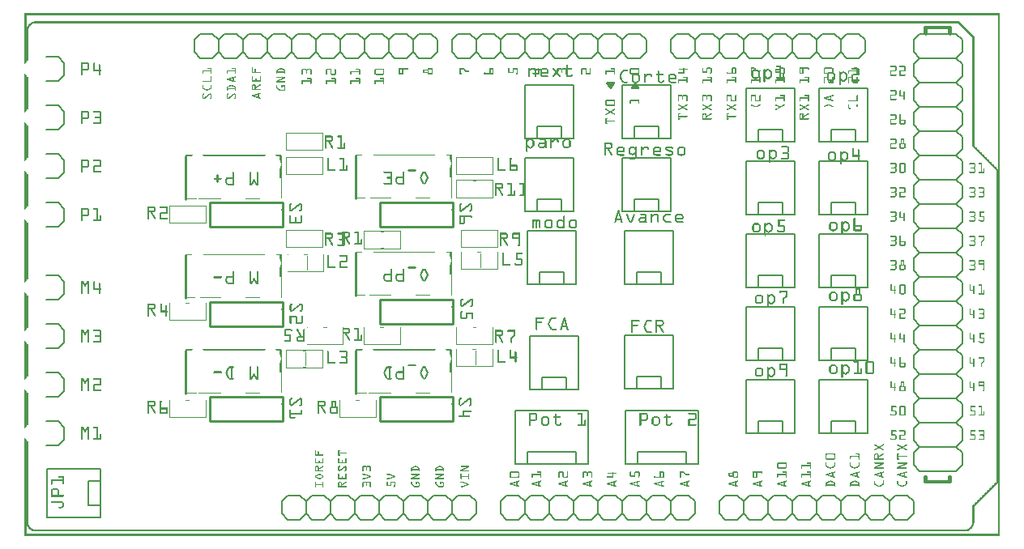
<source format=gto>
G04 MADE WITH FRITZING*
G04 WWW.FRITZING.ORG*
G04 DOUBLE SIDED*
G04 HOLES PLATED*
G04 CONTOUR ON CENTER OF CONTOUR VECTOR*
%ASAXBY*%
%FSLAX23Y23*%
%MOIN*%
%OFA0B0*%
%SFA1.0B1.0*%
%ADD10C,0.005000*%
%ADD11C,0.008000*%
%ADD12C,0.009799*%
%ADD13C,0.010000*%
%ADD14C,0.012000*%
%ADD15C,0.006000*%
%ADD16R,0.001000X0.001000*%
%LNSILK1*%
G90*
G70*
G54D10*
X93Y78D02*
X313Y78D01*
D02*
X93Y278D02*
X313Y278D01*
D02*
X93Y278D02*
X93Y78D01*
D02*
X313Y278D02*
X313Y228D01*
D02*
X313Y228D02*
X313Y128D01*
D02*
X313Y128D02*
X313Y78D01*
D02*
X313Y128D02*
X263Y128D01*
D02*
X263Y128D02*
X263Y228D01*
D02*
X263Y228D02*
X313Y228D01*
G54D11*
D02*
X88Y1673D02*
X138Y1673D01*
D02*
X138Y1673D02*
X163Y1698D01*
D02*
X163Y1698D02*
X163Y1748D01*
D02*
X163Y1748D02*
X138Y1773D01*
D02*
X138Y1773D02*
X88Y1773D01*
D02*
X88Y1473D02*
X138Y1473D01*
D02*
X138Y1473D02*
X163Y1498D01*
D02*
X163Y1498D02*
X163Y1548D01*
D02*
X163Y1548D02*
X138Y1573D01*
D02*
X138Y1573D02*
X88Y1573D01*
D02*
X88Y1273D02*
X138Y1273D01*
D02*
X138Y1273D02*
X163Y1298D01*
D02*
X163Y1298D02*
X163Y1348D01*
D02*
X163Y1348D02*
X138Y1373D01*
D02*
X138Y1373D02*
X88Y1373D01*
D02*
X88Y1873D02*
X138Y1873D01*
D02*
X138Y1873D02*
X163Y1898D01*
D02*
X163Y1898D02*
X163Y1948D01*
D02*
X163Y1948D02*
X138Y1973D01*
D02*
X138Y1973D02*
X88Y1973D01*
D02*
X88Y973D02*
X138Y973D01*
D02*
X138Y973D02*
X163Y998D01*
D02*
X163Y998D02*
X163Y1048D01*
D02*
X163Y1048D02*
X138Y1073D01*
D02*
X138Y1073D02*
X88Y1073D01*
D02*
X88Y773D02*
X138Y773D01*
D02*
X138Y773D02*
X163Y798D01*
D02*
X163Y798D02*
X163Y848D01*
D02*
X163Y848D02*
X138Y873D01*
D02*
X138Y873D02*
X88Y873D01*
D02*
X88Y573D02*
X138Y573D01*
D02*
X138Y573D02*
X163Y598D01*
D02*
X163Y598D02*
X163Y648D01*
D02*
X163Y648D02*
X138Y673D01*
D02*
X138Y673D02*
X88Y673D01*
D02*
X88Y373D02*
X138Y373D01*
D02*
X138Y373D02*
X163Y398D01*
D02*
X163Y398D02*
X163Y448D01*
D02*
X163Y448D02*
X138Y473D01*
D02*
X138Y473D02*
X88Y473D01*
G54D10*
D02*
X3268Y643D02*
X3268Y423D01*
D02*
X3468Y643D02*
X3468Y423D01*
D02*
X3468Y643D02*
X3268Y643D01*
D02*
X3468Y423D02*
X3418Y423D01*
D02*
X3418Y423D02*
X3318Y423D01*
D02*
X3318Y423D02*
X3268Y423D01*
D02*
X3318Y423D02*
X3318Y473D01*
D02*
X3318Y473D02*
X3418Y473D01*
D02*
X3418Y473D02*
X3418Y423D01*
D02*
X2968Y643D02*
X2968Y423D01*
D02*
X3168Y643D02*
X3168Y423D01*
D02*
X3168Y643D02*
X2968Y643D01*
D02*
X3168Y423D02*
X3118Y423D01*
D02*
X3118Y423D02*
X3018Y423D01*
D02*
X3018Y423D02*
X2968Y423D01*
D02*
X3018Y423D02*
X3018Y473D01*
D02*
X3018Y473D02*
X3118Y473D01*
D02*
X3118Y473D02*
X3118Y423D01*
D02*
X3268Y1543D02*
X3268Y1323D01*
D02*
X3468Y1543D02*
X3468Y1323D01*
D02*
X3468Y1543D02*
X3268Y1543D01*
D02*
X3468Y1323D02*
X3418Y1323D01*
D02*
X3418Y1323D02*
X3318Y1323D01*
D02*
X3318Y1323D02*
X3268Y1323D01*
D02*
X3318Y1323D02*
X3318Y1373D01*
D02*
X3318Y1373D02*
X3418Y1373D01*
D02*
X3418Y1373D02*
X3418Y1323D01*
D02*
X2968Y1543D02*
X2968Y1323D01*
D02*
X3168Y1543D02*
X3168Y1323D01*
D02*
X3168Y1543D02*
X2968Y1543D01*
D02*
X3168Y1323D02*
X3118Y1323D01*
D02*
X3118Y1323D02*
X3018Y1323D01*
D02*
X3018Y1323D02*
X2968Y1323D01*
D02*
X3018Y1323D02*
X3018Y1373D01*
D02*
X3018Y1373D02*
X3118Y1373D01*
D02*
X3118Y1373D02*
X3118Y1323D01*
D02*
X2968Y1843D02*
X2968Y1623D01*
D02*
X3168Y1843D02*
X3168Y1623D01*
D02*
X3168Y1843D02*
X2968Y1843D01*
D02*
X3168Y1623D02*
X3118Y1623D01*
D02*
X3118Y1623D02*
X3018Y1623D01*
D02*
X3018Y1623D02*
X2968Y1623D01*
D02*
X3018Y1623D02*
X3018Y1673D01*
D02*
X3018Y1673D02*
X3118Y1673D01*
D02*
X3118Y1673D02*
X3118Y1623D01*
D02*
X2968Y1243D02*
X2968Y1023D01*
D02*
X3168Y1243D02*
X3168Y1023D01*
D02*
X3168Y1243D02*
X2968Y1243D01*
D02*
X3168Y1023D02*
X3118Y1023D01*
D02*
X3118Y1023D02*
X3018Y1023D01*
D02*
X3018Y1023D02*
X2968Y1023D01*
D02*
X3018Y1023D02*
X3018Y1073D01*
D02*
X3018Y1073D02*
X3118Y1073D01*
D02*
X3118Y1073D02*
X3118Y1023D01*
D02*
X3268Y1843D02*
X3268Y1623D01*
D02*
X3468Y1843D02*
X3468Y1623D01*
D02*
X3468Y1843D02*
X3268Y1843D01*
D02*
X3468Y1623D02*
X3418Y1623D01*
D02*
X3418Y1623D02*
X3318Y1623D01*
D02*
X3318Y1623D02*
X3268Y1623D01*
D02*
X3318Y1623D02*
X3318Y1673D01*
D02*
X3318Y1673D02*
X3418Y1673D01*
D02*
X3418Y1673D02*
X3418Y1623D01*
D02*
X2968Y943D02*
X2968Y723D01*
D02*
X3168Y943D02*
X3168Y723D01*
D02*
X3168Y943D02*
X2968Y943D01*
D02*
X3168Y723D02*
X3118Y723D01*
D02*
X3118Y723D02*
X3018Y723D01*
D02*
X3018Y723D02*
X2968Y723D01*
D02*
X3018Y723D02*
X3018Y773D01*
D02*
X3018Y773D02*
X3118Y773D01*
D02*
X3118Y773D02*
X3118Y723D01*
D02*
X3268Y1243D02*
X3268Y1023D01*
D02*
X3468Y1243D02*
X3468Y1023D01*
D02*
X3468Y1243D02*
X3268Y1243D01*
D02*
X3468Y1023D02*
X3418Y1023D01*
D02*
X3418Y1023D02*
X3318Y1023D01*
D02*
X3318Y1023D02*
X3268Y1023D01*
D02*
X3318Y1023D02*
X3318Y1073D01*
D02*
X3318Y1073D02*
X3418Y1073D01*
D02*
X3418Y1073D02*
X3418Y1023D01*
D02*
X3268Y943D02*
X3268Y723D01*
D02*
X3468Y943D02*
X3468Y723D01*
D02*
X3468Y943D02*
X3268Y943D01*
D02*
X3468Y723D02*
X3418Y723D01*
D02*
X3418Y723D02*
X3318Y723D01*
D02*
X3318Y723D02*
X3268Y723D01*
D02*
X3318Y723D02*
X3318Y773D01*
D02*
X3318Y773D02*
X3418Y773D01*
D02*
X3418Y773D02*
X3418Y723D01*
D02*
X2458Y1858D02*
X2458Y1638D01*
D02*
X2658Y1858D02*
X2658Y1638D01*
D02*
X2658Y1858D02*
X2458Y1858D01*
D02*
X2658Y1638D02*
X2608Y1638D01*
D02*
X2608Y1638D02*
X2508Y1638D01*
D02*
X2508Y1638D02*
X2458Y1638D01*
D02*
X2508Y1638D02*
X2508Y1688D01*
D02*
X2508Y1688D02*
X2608Y1688D01*
D02*
X2608Y1688D02*
X2608Y1638D01*
D02*
X2458Y1558D02*
X2458Y1338D01*
D02*
X2658Y1558D02*
X2658Y1338D01*
D02*
X2658Y1558D02*
X2458Y1558D01*
D02*
X2658Y1338D02*
X2608Y1338D01*
D02*
X2608Y1338D02*
X2508Y1338D01*
D02*
X2508Y1338D02*
X2458Y1338D01*
D02*
X2508Y1338D02*
X2508Y1388D01*
D02*
X2508Y1388D02*
X2608Y1388D01*
D02*
X2608Y1388D02*
X2608Y1338D01*
D02*
X2468Y1258D02*
X2468Y1038D01*
D02*
X2668Y1258D02*
X2668Y1038D01*
D02*
X2668Y1258D02*
X2468Y1258D01*
D02*
X2668Y1038D02*
X2618Y1038D01*
D02*
X2618Y1038D02*
X2518Y1038D01*
D02*
X2518Y1038D02*
X2468Y1038D01*
D02*
X2518Y1038D02*
X2518Y1088D01*
D02*
X2518Y1088D02*
X2618Y1088D01*
D02*
X2618Y1088D02*
X2618Y1038D01*
D02*
X2058Y1858D02*
X2058Y1638D01*
D02*
X2258Y1858D02*
X2258Y1638D01*
D02*
X2258Y1858D02*
X2058Y1858D01*
D02*
X2258Y1638D02*
X2208Y1638D01*
D02*
X2208Y1638D02*
X2108Y1638D01*
D02*
X2108Y1638D02*
X2058Y1638D01*
D02*
X2108Y1638D02*
X2108Y1688D01*
D02*
X2108Y1688D02*
X2208Y1688D01*
D02*
X2208Y1688D02*
X2208Y1638D01*
D02*
X2058Y1558D02*
X2058Y1338D01*
D02*
X2258Y1558D02*
X2258Y1338D01*
D02*
X2258Y1558D02*
X2058Y1558D01*
D02*
X2258Y1338D02*
X2208Y1338D01*
D02*
X2208Y1338D02*
X2108Y1338D01*
D02*
X2108Y1338D02*
X2058Y1338D01*
D02*
X2108Y1338D02*
X2108Y1388D01*
D02*
X2108Y1388D02*
X2208Y1388D01*
D02*
X2208Y1388D02*
X2208Y1338D01*
D02*
X2068Y1258D02*
X2068Y1038D01*
D02*
X2268Y1258D02*
X2268Y1038D01*
D02*
X2268Y1258D02*
X2068Y1258D01*
D02*
X2268Y1038D02*
X2218Y1038D01*
D02*
X2218Y1038D02*
X2118Y1038D01*
D02*
X2118Y1038D02*
X2068Y1038D01*
D02*
X2118Y1038D02*
X2118Y1088D01*
D02*
X2118Y1088D02*
X2218Y1088D01*
D02*
X2218Y1088D02*
X2218Y1038D01*
D02*
X2468Y828D02*
X2468Y608D01*
D02*
X2668Y828D02*
X2668Y608D01*
D02*
X2668Y828D02*
X2468Y828D01*
D02*
X2668Y608D02*
X2618Y608D01*
D02*
X2618Y608D02*
X2518Y608D01*
D02*
X2518Y608D02*
X2468Y608D01*
D02*
X2518Y608D02*
X2518Y658D01*
D02*
X2518Y658D02*
X2618Y658D01*
D02*
X2618Y658D02*
X2618Y608D01*
D02*
X2078Y823D02*
X2078Y603D01*
D02*
X2278Y823D02*
X2278Y603D01*
D02*
X2278Y823D02*
X2078Y823D01*
D02*
X2278Y603D02*
X2228Y603D01*
D02*
X2228Y603D02*
X2128Y603D01*
D02*
X2128Y603D02*
X2078Y603D01*
D02*
X2128Y603D02*
X2128Y653D01*
D02*
X2128Y653D02*
X2228Y653D01*
D02*
X2228Y653D02*
X2228Y603D01*
G54D12*
D02*
X663Y765D02*
X663Y588D01*
D02*
X663Y1158D02*
X663Y981D01*
D02*
X663Y1565D02*
X663Y1388D01*
D02*
X1363Y765D02*
X1363Y588D01*
D02*
X1363Y1168D02*
X1363Y991D01*
D02*
X1363Y1568D02*
X1363Y1391D01*
G54D13*
D02*
X1763Y1373D02*
X1463Y1373D01*
D02*
X1463Y1373D02*
X1463Y1273D01*
D02*
X1463Y1273D02*
X1763Y1273D01*
D02*
X1763Y1273D02*
X1763Y1373D01*
D02*
X1763Y973D02*
X1463Y973D01*
D02*
X1463Y973D02*
X1463Y873D01*
D02*
X1463Y873D02*
X1763Y873D01*
D02*
X1763Y873D02*
X1763Y973D01*
D02*
X1763Y573D02*
X1463Y573D01*
D02*
X1463Y573D02*
X1463Y473D01*
D02*
X1463Y473D02*
X1763Y473D01*
D02*
X1763Y473D02*
X1763Y573D01*
D02*
X1063Y1373D02*
X763Y1373D01*
D02*
X763Y1373D02*
X763Y1273D01*
D02*
X763Y1273D02*
X1063Y1273D01*
D02*
X1063Y1273D02*
X1063Y1373D01*
D02*
X1063Y963D02*
X763Y963D01*
D02*
X763Y963D02*
X763Y863D01*
D02*
X763Y863D02*
X1063Y863D01*
D02*
X1063Y863D02*
X1063Y963D01*
D02*
X1063Y573D02*
X763Y573D01*
D02*
X763Y573D02*
X763Y473D01*
D02*
X763Y473D02*
X1063Y473D01*
D02*
X1063Y473D02*
X1063Y573D01*
G54D10*
D02*
X2018Y518D02*
X2018Y298D01*
D02*
X2318Y518D02*
X2318Y298D01*
D02*
X2318Y518D02*
X2018Y518D01*
D02*
X2318Y298D02*
X2268Y298D01*
D02*
X2268Y298D02*
X2068Y298D01*
D02*
X2068Y298D02*
X2018Y298D01*
D02*
X2068Y298D02*
X2068Y348D01*
D02*
X2068Y348D02*
X2268Y348D01*
D02*
X2268Y348D02*
X2268Y298D01*
G54D14*
D02*
X3708Y243D02*
X3708Y223D01*
D02*
X3708Y223D02*
X3808Y223D01*
D02*
X3808Y223D02*
X3808Y243D01*
D02*
X3708Y2068D02*
X3708Y2093D01*
D02*
X3708Y2093D02*
X3808Y2093D01*
D02*
X3808Y2093D02*
X3808Y2068D01*
G54D15*
D02*
X3483Y168D02*
X3533Y168D01*
D02*
X3533Y168D02*
X3558Y143D01*
D02*
X3558Y143D02*
X3558Y93D01*
D02*
X3558Y93D02*
X3533Y68D01*
D02*
X3358Y143D02*
X3383Y168D01*
D02*
X3383Y168D02*
X3433Y168D01*
D02*
X3433Y168D02*
X3458Y143D01*
D02*
X3458Y143D02*
X3458Y93D01*
D02*
X3458Y93D02*
X3433Y68D01*
D02*
X3433Y68D02*
X3383Y68D01*
D02*
X3383Y68D02*
X3358Y93D01*
D02*
X3483Y168D02*
X3458Y143D01*
D02*
X3458Y93D02*
X3483Y68D01*
D02*
X3533Y68D02*
X3483Y68D01*
D02*
X3183Y168D02*
X3233Y168D01*
D02*
X3233Y168D02*
X3258Y143D01*
D02*
X3258Y143D02*
X3258Y93D01*
D02*
X3258Y93D02*
X3233Y68D01*
D02*
X3258Y143D02*
X3283Y168D01*
D02*
X3283Y168D02*
X3333Y168D01*
D02*
X3333Y168D02*
X3358Y143D01*
D02*
X3358Y143D02*
X3358Y93D01*
D02*
X3358Y93D02*
X3333Y68D01*
D02*
X3333Y68D02*
X3283Y68D01*
D02*
X3283Y68D02*
X3258Y93D01*
D02*
X3058Y143D02*
X3083Y168D01*
D02*
X3083Y168D02*
X3133Y168D01*
D02*
X3133Y168D02*
X3158Y143D01*
D02*
X3158Y143D02*
X3158Y93D01*
D02*
X3158Y93D02*
X3133Y68D01*
D02*
X3133Y68D02*
X3083Y68D01*
D02*
X3083Y68D02*
X3058Y93D01*
D02*
X3183Y168D02*
X3158Y143D01*
D02*
X3158Y93D02*
X3183Y68D01*
D02*
X3233Y68D02*
X3183Y68D01*
D02*
X2883Y168D02*
X2933Y168D01*
D02*
X2933Y168D02*
X2958Y143D01*
D02*
X2958Y143D02*
X2958Y93D01*
D02*
X2958Y93D02*
X2933Y68D01*
D02*
X2958Y143D02*
X2983Y168D01*
D02*
X2983Y168D02*
X3033Y168D01*
D02*
X3033Y168D02*
X3058Y143D01*
D02*
X3058Y143D02*
X3058Y93D01*
D02*
X3058Y93D02*
X3033Y68D01*
D02*
X3033Y68D02*
X2983Y68D01*
D02*
X2983Y68D02*
X2958Y93D01*
D02*
X2858Y143D02*
X2858Y93D01*
D02*
X2883Y168D02*
X2858Y143D01*
D02*
X2858Y93D02*
X2883Y68D01*
D02*
X2933Y68D02*
X2883Y68D01*
D02*
X3583Y168D02*
X3633Y168D01*
D02*
X3633Y168D02*
X3658Y143D01*
D02*
X3658Y143D02*
X3658Y93D01*
D02*
X3658Y93D02*
X3633Y68D01*
D02*
X3583Y168D02*
X3558Y143D01*
D02*
X3558Y93D02*
X3583Y68D01*
D02*
X3633Y68D02*
X3583Y68D01*
D02*
X2583Y168D02*
X2633Y168D01*
D02*
X2633Y168D02*
X2658Y143D01*
D02*
X2658Y143D02*
X2658Y93D01*
D02*
X2658Y93D02*
X2633Y68D01*
D02*
X2458Y143D02*
X2483Y168D01*
D02*
X2483Y168D02*
X2533Y168D01*
D02*
X2533Y168D02*
X2558Y143D01*
D02*
X2558Y143D02*
X2558Y93D01*
D02*
X2558Y93D02*
X2533Y68D01*
D02*
X2533Y68D02*
X2483Y68D01*
D02*
X2483Y68D02*
X2458Y93D01*
D02*
X2583Y168D02*
X2558Y143D01*
D02*
X2558Y93D02*
X2583Y68D01*
D02*
X2633Y68D02*
X2583Y68D01*
D02*
X2283Y168D02*
X2333Y168D01*
D02*
X2333Y168D02*
X2358Y143D01*
D02*
X2358Y143D02*
X2358Y93D01*
D02*
X2358Y93D02*
X2333Y68D01*
D02*
X2358Y143D02*
X2383Y168D01*
D02*
X2383Y168D02*
X2433Y168D01*
D02*
X2433Y168D02*
X2458Y143D01*
D02*
X2458Y143D02*
X2458Y93D01*
D02*
X2458Y93D02*
X2433Y68D01*
D02*
X2433Y68D02*
X2383Y68D01*
D02*
X2383Y68D02*
X2358Y93D01*
D02*
X2158Y143D02*
X2183Y168D01*
D02*
X2183Y168D02*
X2233Y168D01*
D02*
X2233Y168D02*
X2258Y143D01*
D02*
X2258Y143D02*
X2258Y93D01*
D02*
X2258Y93D02*
X2233Y68D01*
D02*
X2233Y68D02*
X2183Y68D01*
D02*
X2183Y68D02*
X2158Y93D01*
D02*
X2283Y168D02*
X2258Y143D01*
D02*
X2258Y93D02*
X2283Y68D01*
D02*
X2333Y68D02*
X2283Y68D01*
D02*
X1983Y168D02*
X2033Y168D01*
D02*
X2033Y168D02*
X2058Y143D01*
D02*
X2058Y143D02*
X2058Y93D01*
D02*
X2058Y93D02*
X2033Y68D01*
D02*
X2058Y143D02*
X2083Y168D01*
D02*
X2083Y168D02*
X2133Y168D01*
D02*
X2133Y168D02*
X2158Y143D01*
D02*
X2158Y143D02*
X2158Y93D01*
D02*
X2158Y93D02*
X2133Y68D01*
D02*
X2133Y68D02*
X2083Y68D01*
D02*
X2083Y68D02*
X2058Y93D01*
D02*
X1958Y143D02*
X1958Y93D01*
D02*
X1983Y168D02*
X1958Y143D01*
D02*
X1958Y93D02*
X1983Y68D01*
D02*
X2033Y68D02*
X1983Y68D01*
D02*
X2683Y168D02*
X2733Y168D01*
D02*
X2733Y168D02*
X2758Y143D01*
D02*
X2758Y143D02*
X2758Y93D01*
D02*
X2758Y93D02*
X2733Y68D01*
D02*
X2683Y168D02*
X2658Y143D01*
D02*
X2658Y93D02*
X2683Y68D01*
D02*
X2733Y68D02*
X2683Y68D01*
D02*
X3283Y2068D02*
X3333Y2068D01*
D02*
X3333Y2068D02*
X3358Y2043D01*
D02*
X3358Y2043D02*
X3358Y1993D01*
D02*
X3358Y1993D02*
X3333Y1968D01*
D02*
X3158Y2043D02*
X3183Y2068D01*
D02*
X3183Y2068D02*
X3233Y2068D01*
D02*
X3233Y2068D02*
X3258Y2043D01*
D02*
X3258Y2043D02*
X3258Y1993D01*
D02*
X3258Y1993D02*
X3233Y1968D01*
D02*
X3233Y1968D02*
X3183Y1968D01*
D02*
X3183Y1968D02*
X3158Y1993D01*
D02*
X3283Y2068D02*
X3258Y2043D01*
D02*
X3258Y1993D02*
X3283Y1968D01*
D02*
X3333Y1968D02*
X3283Y1968D01*
D02*
X2983Y2068D02*
X3033Y2068D01*
D02*
X3033Y2068D02*
X3058Y2043D01*
D02*
X3058Y2043D02*
X3058Y1993D01*
D02*
X3058Y1993D02*
X3033Y1968D01*
D02*
X3058Y2043D02*
X3083Y2068D01*
D02*
X3083Y2068D02*
X3133Y2068D01*
D02*
X3133Y2068D02*
X3158Y2043D01*
D02*
X3158Y2043D02*
X3158Y1993D01*
D02*
X3158Y1993D02*
X3133Y1968D01*
D02*
X3133Y1968D02*
X3083Y1968D01*
D02*
X3083Y1968D02*
X3058Y1993D01*
D02*
X2858Y2043D02*
X2883Y2068D01*
D02*
X2883Y2068D02*
X2933Y2068D01*
D02*
X2933Y2068D02*
X2958Y2043D01*
D02*
X2958Y2043D02*
X2958Y1993D01*
D02*
X2958Y1993D02*
X2933Y1968D01*
D02*
X2933Y1968D02*
X2883Y1968D01*
D02*
X2883Y1968D02*
X2858Y1993D01*
D02*
X2983Y2068D02*
X2958Y2043D01*
D02*
X2958Y1993D02*
X2983Y1968D01*
D02*
X3033Y1968D02*
X2983Y1968D01*
D02*
X2683Y2068D02*
X2733Y2068D01*
D02*
X2733Y2068D02*
X2758Y2043D01*
D02*
X2758Y2043D02*
X2758Y1993D01*
D02*
X2758Y1993D02*
X2733Y1968D01*
D02*
X2758Y2043D02*
X2783Y2068D01*
D02*
X2783Y2068D02*
X2833Y2068D01*
D02*
X2833Y2068D02*
X2858Y2043D01*
D02*
X2858Y2043D02*
X2858Y1993D01*
D02*
X2858Y1993D02*
X2833Y1968D01*
D02*
X2833Y1968D02*
X2783Y1968D01*
D02*
X2783Y1968D02*
X2758Y1993D01*
D02*
X2658Y2043D02*
X2658Y1993D01*
D02*
X2683Y2068D02*
X2658Y2043D01*
D02*
X2658Y1993D02*
X2683Y1968D01*
D02*
X2733Y1968D02*
X2683Y1968D01*
D02*
X3383Y2068D02*
X3433Y2068D01*
D02*
X3433Y2068D02*
X3458Y2043D01*
D02*
X3458Y2043D02*
X3458Y1993D01*
D02*
X3458Y1993D02*
X3433Y1968D01*
D02*
X3383Y2068D02*
X3358Y2043D01*
D02*
X3358Y1993D02*
X3383Y1968D01*
D02*
X3433Y1968D02*
X3383Y1968D01*
D02*
X1683Y168D02*
X1733Y168D01*
D02*
X1733Y168D02*
X1758Y143D01*
D02*
X1758Y143D02*
X1758Y93D01*
D02*
X1758Y93D02*
X1733Y68D01*
D02*
X1558Y143D02*
X1583Y168D01*
D02*
X1583Y168D02*
X1633Y168D01*
D02*
X1633Y168D02*
X1658Y143D01*
D02*
X1658Y143D02*
X1658Y93D01*
D02*
X1658Y93D02*
X1633Y68D01*
D02*
X1633Y68D02*
X1583Y68D01*
D02*
X1583Y68D02*
X1558Y93D01*
D02*
X1683Y168D02*
X1658Y143D01*
D02*
X1658Y93D02*
X1683Y68D01*
D02*
X1733Y68D02*
X1683Y68D01*
D02*
X1383Y168D02*
X1433Y168D01*
D02*
X1433Y168D02*
X1458Y143D01*
D02*
X1458Y143D02*
X1458Y93D01*
D02*
X1458Y93D02*
X1433Y68D01*
D02*
X1458Y143D02*
X1483Y168D01*
D02*
X1483Y168D02*
X1533Y168D01*
D02*
X1533Y168D02*
X1558Y143D01*
D02*
X1558Y143D02*
X1558Y93D01*
D02*
X1558Y93D02*
X1533Y68D01*
D02*
X1533Y68D02*
X1483Y68D01*
D02*
X1483Y68D02*
X1458Y93D01*
D02*
X1258Y143D02*
X1283Y168D01*
D02*
X1283Y168D02*
X1333Y168D01*
D02*
X1333Y168D02*
X1358Y143D01*
D02*
X1358Y143D02*
X1358Y93D01*
D02*
X1358Y93D02*
X1333Y68D01*
D02*
X1333Y68D02*
X1283Y68D01*
D02*
X1283Y68D02*
X1258Y93D01*
D02*
X1383Y168D02*
X1358Y143D01*
D02*
X1358Y93D02*
X1383Y68D01*
D02*
X1433Y68D02*
X1383Y68D01*
D02*
X1083Y168D02*
X1133Y168D01*
D02*
X1133Y168D02*
X1158Y143D01*
D02*
X1158Y143D02*
X1158Y93D01*
D02*
X1158Y93D02*
X1133Y68D01*
D02*
X1158Y143D02*
X1183Y168D01*
D02*
X1183Y168D02*
X1233Y168D01*
D02*
X1233Y168D02*
X1258Y143D01*
D02*
X1258Y143D02*
X1258Y93D01*
D02*
X1258Y93D02*
X1233Y68D01*
D02*
X1233Y68D02*
X1183Y68D01*
D02*
X1183Y68D02*
X1158Y93D01*
D02*
X1058Y143D02*
X1058Y93D01*
D02*
X1083Y168D02*
X1058Y143D01*
D02*
X1058Y93D02*
X1083Y68D01*
D02*
X1133Y68D02*
X1083Y68D01*
D02*
X1783Y168D02*
X1833Y168D01*
D02*
X1833Y168D02*
X1858Y143D01*
D02*
X1858Y143D02*
X1858Y93D01*
D02*
X1858Y93D02*
X1833Y68D01*
D02*
X1783Y168D02*
X1758Y143D01*
D02*
X1758Y93D02*
X1783Y68D01*
D02*
X1833Y68D02*
X1783Y68D01*
D02*
X898Y1993D02*
X873Y1968D01*
D02*
X873Y1968D02*
X823Y1968D01*
D02*
X823Y1968D02*
X798Y1993D01*
D02*
X798Y1993D02*
X798Y2043D01*
D02*
X798Y2043D02*
X823Y2068D01*
D02*
X823Y2068D02*
X873Y2068D01*
D02*
X873Y2068D02*
X898Y2043D01*
D02*
X1073Y1968D02*
X1023Y1968D01*
D02*
X1023Y1968D02*
X998Y1993D01*
D02*
X998Y1993D02*
X998Y2043D01*
D02*
X998Y2043D02*
X1023Y2068D01*
D02*
X998Y1993D02*
X973Y1968D01*
D02*
X973Y1968D02*
X923Y1968D01*
D02*
X923Y1968D02*
X898Y1993D01*
D02*
X898Y1993D02*
X898Y2043D01*
D02*
X898Y2043D02*
X923Y2068D01*
D02*
X923Y2068D02*
X973Y2068D01*
D02*
X973Y2068D02*
X998Y2043D01*
D02*
X1198Y1993D02*
X1173Y1968D01*
D02*
X1173Y1968D02*
X1123Y1968D01*
D02*
X1123Y1968D02*
X1098Y1993D01*
D02*
X1098Y1993D02*
X1098Y2043D01*
D02*
X1098Y2043D02*
X1123Y2068D01*
D02*
X1123Y2068D02*
X1173Y2068D01*
D02*
X1173Y2068D02*
X1198Y2043D01*
D02*
X1073Y1968D02*
X1098Y1993D01*
D02*
X1098Y2043D02*
X1073Y2068D01*
D02*
X1023Y2068D02*
X1073Y2068D01*
D02*
X1373Y1968D02*
X1323Y1968D01*
D02*
X1323Y1968D02*
X1298Y1993D01*
D02*
X1298Y1993D02*
X1298Y2043D01*
D02*
X1298Y2043D02*
X1323Y2068D01*
D02*
X1298Y1993D02*
X1273Y1968D01*
D02*
X1273Y1968D02*
X1223Y1968D01*
D02*
X1223Y1968D02*
X1198Y1993D01*
D02*
X1198Y1993D02*
X1198Y2043D01*
D02*
X1198Y2043D02*
X1223Y2068D01*
D02*
X1223Y2068D02*
X1273Y2068D01*
D02*
X1273Y2068D02*
X1298Y2043D01*
D02*
X1498Y1993D02*
X1473Y1968D01*
D02*
X1473Y1968D02*
X1423Y1968D01*
D02*
X1423Y1968D02*
X1398Y1993D01*
D02*
X1398Y1993D02*
X1398Y2043D01*
D02*
X1398Y2043D02*
X1423Y2068D01*
D02*
X1423Y2068D02*
X1473Y2068D01*
D02*
X1473Y2068D02*
X1498Y2043D01*
D02*
X1373Y1968D02*
X1398Y1993D01*
D02*
X1398Y2043D02*
X1373Y2068D01*
D02*
X1323Y2068D02*
X1373Y2068D01*
D02*
X1673Y1968D02*
X1623Y1968D01*
D02*
X1623Y1968D02*
X1598Y1993D01*
D02*
X1598Y1993D02*
X1598Y2043D01*
D02*
X1598Y2043D02*
X1623Y2068D01*
D02*
X1598Y1993D02*
X1573Y1968D01*
D02*
X1573Y1968D02*
X1523Y1968D01*
D02*
X1523Y1968D02*
X1498Y1993D01*
D02*
X1498Y1993D02*
X1498Y2043D01*
D02*
X1498Y2043D02*
X1523Y2068D01*
D02*
X1523Y2068D02*
X1573Y2068D01*
D02*
X1573Y2068D02*
X1598Y2043D01*
D02*
X1698Y1993D02*
X1698Y2043D01*
D02*
X1673Y1968D02*
X1698Y1993D01*
D02*
X1698Y2043D02*
X1673Y2068D01*
D02*
X1623Y2068D02*
X1673Y2068D01*
D02*
X773Y1968D02*
X723Y1968D01*
D02*
X723Y1968D02*
X698Y1993D01*
D02*
X698Y1993D02*
X698Y2043D01*
D02*
X698Y2043D02*
X723Y2068D01*
D02*
X773Y1968D02*
X798Y1993D01*
D02*
X798Y2043D02*
X773Y2068D01*
D02*
X723Y2068D02*
X773Y2068D01*
D02*
X1933Y1968D02*
X1883Y1968D01*
D02*
X1883Y1968D02*
X1858Y1993D01*
D02*
X1858Y1993D02*
X1858Y2043D01*
D02*
X1858Y2043D02*
X1883Y2068D01*
D02*
X2058Y1993D02*
X2033Y1968D01*
D02*
X2033Y1968D02*
X1983Y1968D01*
D02*
X1983Y1968D02*
X1958Y1993D01*
D02*
X1958Y1993D02*
X1958Y2043D01*
D02*
X1958Y2043D02*
X1983Y2068D01*
D02*
X1983Y2068D02*
X2033Y2068D01*
D02*
X2033Y2068D02*
X2058Y2043D01*
D02*
X1933Y1968D02*
X1958Y1993D01*
D02*
X1958Y2043D02*
X1933Y2068D01*
D02*
X1883Y2068D02*
X1933Y2068D01*
D02*
X2233Y1968D02*
X2183Y1968D01*
D02*
X2183Y1968D02*
X2158Y1993D01*
D02*
X2158Y1993D02*
X2158Y2043D01*
D02*
X2158Y2043D02*
X2183Y2068D01*
D02*
X2158Y1993D02*
X2133Y1968D01*
D02*
X2133Y1968D02*
X2083Y1968D01*
D02*
X2083Y1968D02*
X2058Y1993D01*
D02*
X2058Y1993D02*
X2058Y2043D01*
D02*
X2058Y2043D02*
X2083Y2068D01*
D02*
X2083Y2068D02*
X2133Y2068D01*
D02*
X2133Y2068D02*
X2158Y2043D01*
D02*
X2358Y1993D02*
X2333Y1968D01*
D02*
X2333Y1968D02*
X2283Y1968D01*
D02*
X2283Y1968D02*
X2258Y1993D01*
D02*
X2258Y1993D02*
X2258Y2043D01*
D02*
X2258Y2043D02*
X2283Y2068D01*
D02*
X2283Y2068D02*
X2333Y2068D01*
D02*
X2333Y2068D02*
X2358Y2043D01*
D02*
X2233Y1968D02*
X2258Y1993D01*
D02*
X2258Y2043D02*
X2233Y2068D01*
D02*
X2183Y2068D02*
X2233Y2068D01*
D02*
X2533Y1968D02*
X2483Y1968D01*
D02*
X2483Y1968D02*
X2458Y1993D01*
D02*
X2458Y1993D02*
X2458Y2043D01*
D02*
X2458Y2043D02*
X2483Y2068D01*
D02*
X2458Y1993D02*
X2433Y1968D01*
D02*
X2433Y1968D02*
X2383Y1968D01*
D02*
X2383Y1968D02*
X2358Y1993D01*
D02*
X2358Y1993D02*
X2358Y2043D01*
D02*
X2358Y2043D02*
X2383Y2068D01*
D02*
X2383Y2068D02*
X2433Y2068D01*
D02*
X2433Y2068D02*
X2458Y2043D01*
D02*
X2558Y1993D02*
X2558Y2043D01*
D02*
X2533Y1968D02*
X2558Y1993D01*
D02*
X2558Y2043D02*
X2533Y2068D01*
D02*
X2483Y2068D02*
X2533Y2068D01*
D02*
X1833Y1968D02*
X1783Y1968D01*
D02*
X1783Y1968D02*
X1758Y1993D01*
D02*
X1758Y1993D02*
X1758Y2043D01*
D02*
X1758Y2043D02*
X1783Y2068D01*
D02*
X1833Y1968D02*
X1858Y1993D01*
D02*
X1858Y2043D02*
X1833Y2068D01*
D02*
X1783Y2068D02*
X1833Y2068D01*
D02*
X3683Y2068D02*
X3658Y2043D01*
D02*
X3658Y2043D02*
X3658Y1993D01*
D02*
X3658Y1993D02*
X3683Y1968D01*
D02*
X3683Y1968D02*
X3658Y1943D01*
D02*
X3658Y1943D02*
X3658Y1893D01*
D02*
X3658Y1893D02*
X3683Y1868D01*
D02*
X3683Y1868D02*
X3658Y1843D01*
D02*
X3658Y1843D02*
X3658Y1793D01*
D02*
X3658Y1793D02*
X3683Y1768D01*
D02*
X3683Y1768D02*
X3658Y1743D01*
D02*
X3658Y1743D02*
X3658Y1693D01*
D02*
X3658Y1693D02*
X3683Y1668D01*
D02*
X3683Y1668D02*
X3658Y1643D01*
D02*
X3658Y1643D02*
X3658Y1593D01*
D02*
X3658Y1593D02*
X3683Y1568D01*
D02*
X3683Y1568D02*
X3658Y1543D01*
D02*
X3658Y1543D02*
X3658Y1493D01*
D02*
X3658Y1493D02*
X3683Y1468D01*
D02*
X3683Y2068D02*
X3833Y2068D01*
D02*
X3833Y2068D02*
X3858Y2043D01*
D02*
X3858Y2043D02*
X3858Y1993D01*
D02*
X3858Y1993D02*
X3833Y1968D01*
D02*
X3833Y1968D02*
X3858Y1943D01*
D02*
X3858Y1943D02*
X3858Y1893D01*
D02*
X3858Y1893D02*
X3833Y1868D01*
D02*
X3833Y1868D02*
X3858Y1843D01*
D02*
X3858Y1843D02*
X3858Y1793D01*
D02*
X3858Y1793D02*
X3833Y1768D01*
D02*
X3833Y1768D02*
X3858Y1743D01*
D02*
X3858Y1743D02*
X3858Y1693D01*
D02*
X3858Y1693D02*
X3833Y1668D01*
D02*
X3833Y1668D02*
X3858Y1643D01*
D02*
X3858Y1643D02*
X3858Y1593D01*
D02*
X3858Y1593D02*
X3833Y1568D01*
D02*
X3833Y1568D02*
X3858Y1543D01*
D02*
X3858Y1543D02*
X3858Y1493D01*
D02*
X3858Y1493D02*
X3833Y1468D01*
D02*
X3833Y1468D02*
X3858Y1443D01*
D02*
X3858Y1443D02*
X3858Y1393D01*
D02*
X3858Y1393D02*
X3833Y1368D01*
D02*
X3833Y1368D02*
X3858Y1343D01*
D02*
X3858Y1343D02*
X3858Y1293D01*
D02*
X3858Y1293D02*
X3833Y1268D01*
D02*
X3833Y1268D02*
X3858Y1243D01*
D02*
X3858Y1243D02*
X3858Y1193D01*
D02*
X3858Y1193D02*
X3833Y1168D01*
D02*
X3833Y1168D02*
X3858Y1143D01*
D02*
X3858Y1143D02*
X3858Y1093D01*
D02*
X3858Y1093D02*
X3833Y1068D01*
D02*
X3833Y1068D02*
X3858Y1043D01*
D02*
X3858Y1043D02*
X3858Y993D01*
D02*
X3858Y993D02*
X3833Y968D01*
D02*
X3833Y968D02*
X3858Y943D01*
D02*
X3858Y943D02*
X3858Y893D01*
D02*
X3833Y868D02*
X3858Y893D01*
D02*
X3833Y868D02*
X3858Y843D01*
D02*
X3858Y793D02*
X3858Y843D01*
D02*
X3858Y793D02*
X3833Y768D01*
D02*
X3833Y768D02*
X3858Y743D01*
D02*
X3858Y693D02*
X3858Y743D01*
D02*
X3858Y693D02*
X3833Y668D01*
D02*
X3833Y668D02*
X3858Y643D01*
D02*
X3858Y593D02*
X3858Y643D01*
D02*
X3858Y593D02*
X3833Y568D01*
D02*
X3833Y568D02*
X3858Y543D01*
D02*
X3858Y493D02*
X3858Y543D01*
D02*
X3858Y493D02*
X3833Y468D01*
D02*
X3833Y468D02*
X3858Y443D01*
D02*
X3858Y393D02*
X3858Y443D01*
D02*
X3858Y393D02*
X3833Y368D01*
D02*
X3833Y368D02*
X3858Y343D01*
D02*
X3858Y293D02*
X3858Y343D01*
D02*
X3858Y293D02*
X3833Y268D01*
D02*
X3683Y268D02*
X3658Y293D01*
D02*
X3658Y293D02*
X3658Y343D01*
D02*
X3683Y368D02*
X3658Y343D01*
D02*
X3683Y368D02*
X3658Y393D01*
D02*
X3658Y393D02*
X3658Y443D01*
D02*
X3683Y468D02*
X3658Y443D01*
D02*
X3683Y468D02*
X3658Y493D01*
D02*
X3658Y543D02*
X3658Y493D01*
D02*
X3658Y543D02*
X3683Y568D01*
D02*
X3683Y568D02*
X3658Y593D01*
D02*
X3658Y643D02*
X3658Y593D01*
D02*
X3658Y643D02*
X3683Y668D01*
D02*
X3683Y668D02*
X3658Y693D01*
D02*
X3658Y693D02*
X3658Y743D01*
D02*
X3683Y768D02*
X3658Y743D01*
D02*
X3683Y768D02*
X3658Y793D01*
D02*
X3658Y793D02*
X3658Y843D01*
D02*
X3683Y868D02*
X3658Y843D01*
D02*
X3683Y868D02*
X3658Y893D01*
D02*
X3658Y893D02*
X3658Y943D01*
D02*
X3683Y968D02*
X3658Y943D01*
D02*
X3683Y968D02*
X3658Y993D01*
D02*
X3658Y993D02*
X3658Y1043D01*
D02*
X3683Y1068D02*
X3658Y1043D01*
D02*
X3683Y1068D02*
X3658Y1093D01*
D02*
X3658Y1093D02*
X3658Y1143D01*
D02*
X3683Y1168D02*
X3658Y1143D01*
D02*
X3683Y1168D02*
X3658Y1193D01*
D02*
X3658Y1193D02*
X3658Y1243D01*
D02*
X3683Y1268D02*
X3658Y1243D01*
D02*
X3683Y1268D02*
X3658Y1293D01*
D02*
X3658Y1293D02*
X3658Y1343D01*
D02*
X3683Y1368D02*
X3658Y1343D01*
D02*
X3683Y1368D02*
X3658Y1393D01*
D02*
X3658Y1393D02*
X3658Y1443D01*
D02*
X3683Y1468D02*
X3658Y1443D01*
D02*
X3833Y1968D02*
X3683Y1968D01*
D02*
X3833Y1868D02*
X3683Y1868D01*
D02*
X3833Y1768D02*
X3683Y1768D01*
D02*
X3833Y1668D02*
X3683Y1668D01*
D02*
X3833Y1568D02*
X3683Y1568D01*
D02*
X3833Y1468D02*
X3683Y1468D01*
D02*
X3833Y1368D02*
X3683Y1368D01*
D02*
X3833Y1268D02*
X3683Y1268D01*
D02*
X3833Y1168D02*
X3683Y1168D01*
D02*
X3833Y1068D02*
X3683Y1068D01*
D02*
X3833Y968D02*
X3683Y968D01*
D02*
X3833Y868D02*
X3683Y868D01*
D02*
X3833Y768D02*
X3683Y768D01*
D02*
X3833Y668D02*
X3683Y668D01*
D02*
X3833Y568D02*
X3683Y568D01*
D02*
X3833Y468D02*
X3683Y468D01*
D02*
X3833Y368D02*
X3683Y368D01*
D02*
X3833Y268D02*
X3683Y268D01*
G54D14*
D02*
X3707Y245D02*
X3707Y225D01*
D02*
X3707Y225D02*
X3807Y225D01*
D02*
X3807Y225D02*
X3807Y245D01*
D02*
X3707Y2070D02*
X3707Y2095D01*
D02*
X3707Y2095D02*
X3807Y2095D01*
D02*
X3807Y2095D02*
X3807Y2070D01*
G54D10*
D02*
X2473Y518D02*
X2473Y298D01*
D02*
X2773Y518D02*
X2773Y298D01*
D02*
X2773Y518D02*
X2473Y518D01*
D02*
X2773Y298D02*
X2723Y298D01*
D02*
X2723Y298D02*
X2523Y298D01*
D02*
X2523Y298D02*
X2473Y298D01*
D02*
X2523Y298D02*
X2523Y348D01*
D02*
X2523Y348D02*
X2723Y348D01*
D02*
X2723Y348D02*
X2723Y298D01*
G54D16*
X0Y2152D02*
X4013Y2152D01*
X0Y2151D02*
X4013Y2151D01*
X0Y2150D02*
X4013Y2150D01*
X0Y2149D02*
X4013Y2149D01*
X0Y2148D02*
X4013Y2148D01*
X0Y2147D02*
X4013Y2147D01*
X0Y2146D02*
X4013Y2146D01*
X0Y2145D02*
X4013Y2145D01*
X0Y2144D02*
X7Y2144D01*
X4006Y2144D02*
X4013Y2144D01*
X0Y2143D02*
X7Y2143D01*
X4006Y2143D02*
X4013Y2143D01*
X0Y2142D02*
X7Y2142D01*
X4006Y2142D02*
X4013Y2142D01*
X0Y2141D02*
X7Y2141D01*
X4006Y2141D02*
X4013Y2141D01*
X0Y2140D02*
X7Y2140D01*
X4006Y2140D02*
X4013Y2140D01*
X0Y2139D02*
X7Y2139D01*
X4006Y2139D02*
X4013Y2139D01*
X0Y2138D02*
X7Y2138D01*
X4006Y2138D02*
X4013Y2138D01*
X0Y2137D02*
X7Y2137D01*
X4006Y2137D02*
X4013Y2137D01*
X0Y2136D02*
X7Y2136D01*
X4006Y2136D02*
X4013Y2136D01*
X0Y2135D02*
X7Y2135D01*
X4006Y2135D02*
X4013Y2135D01*
X0Y2134D02*
X7Y2134D01*
X4006Y2134D02*
X4013Y2134D01*
X0Y2133D02*
X7Y2133D01*
X4006Y2133D02*
X4013Y2133D01*
X0Y2132D02*
X7Y2132D01*
X4006Y2132D02*
X4013Y2132D01*
X0Y2131D02*
X7Y2131D01*
X4006Y2131D02*
X4013Y2131D01*
X0Y2130D02*
X7Y2130D01*
X4006Y2130D02*
X4013Y2130D01*
X0Y2129D02*
X7Y2129D01*
X4006Y2129D02*
X4013Y2129D01*
X0Y2128D02*
X7Y2128D01*
X4006Y2128D02*
X4013Y2128D01*
X0Y2127D02*
X7Y2127D01*
X4006Y2127D02*
X4013Y2127D01*
X0Y2126D02*
X7Y2126D01*
X4006Y2126D02*
X4013Y2126D01*
X0Y2125D02*
X7Y2125D01*
X4006Y2125D02*
X4013Y2125D01*
X0Y2124D02*
X7Y2124D01*
X4006Y2124D02*
X4013Y2124D01*
X0Y2123D02*
X7Y2123D01*
X4006Y2123D02*
X4013Y2123D01*
X0Y2122D02*
X7Y2122D01*
X4006Y2122D02*
X4013Y2122D01*
X0Y2121D02*
X7Y2121D01*
X4006Y2121D02*
X4013Y2121D01*
X0Y2120D02*
X7Y2120D01*
X4006Y2120D02*
X4013Y2120D01*
X0Y2119D02*
X7Y2119D01*
X4006Y2119D02*
X4013Y2119D01*
X0Y2118D02*
X7Y2118D01*
X40Y2118D02*
X3845Y2118D01*
X4006Y2118D02*
X4013Y2118D01*
X0Y2117D02*
X7Y2117D01*
X36Y2117D02*
X3846Y2117D01*
X4006Y2117D02*
X4013Y2117D01*
X0Y2116D02*
X7Y2116D01*
X33Y2116D02*
X3847Y2116D01*
X4006Y2116D02*
X4013Y2116D01*
X0Y2115D02*
X7Y2115D01*
X31Y2115D02*
X3848Y2115D01*
X4006Y2115D02*
X4013Y2115D01*
X0Y2114D02*
X7Y2114D01*
X29Y2114D02*
X3849Y2114D01*
X4006Y2114D02*
X4013Y2114D01*
X0Y2113D02*
X7Y2113D01*
X27Y2113D02*
X3850Y2113D01*
X4006Y2113D02*
X4013Y2113D01*
X0Y2112D02*
X7Y2112D01*
X25Y2112D02*
X3851Y2112D01*
X4006Y2112D02*
X4013Y2112D01*
X0Y2111D02*
X7Y2111D01*
X24Y2111D02*
X3852Y2111D01*
X4006Y2111D02*
X4013Y2111D01*
X0Y2110D02*
X7Y2110D01*
X22Y2110D02*
X40Y2110D01*
X3842Y2110D02*
X3853Y2110D01*
X4006Y2110D02*
X4013Y2110D01*
X0Y2109D02*
X7Y2109D01*
X21Y2109D02*
X36Y2109D01*
X3843Y2109D02*
X3854Y2109D01*
X4006Y2109D02*
X4013Y2109D01*
X0Y2108D02*
X7Y2108D01*
X20Y2108D02*
X33Y2108D01*
X3844Y2108D02*
X3855Y2108D01*
X4006Y2108D02*
X4013Y2108D01*
X0Y2107D02*
X7Y2107D01*
X19Y2107D02*
X31Y2107D01*
X3845Y2107D02*
X3856Y2107D01*
X4006Y2107D02*
X4013Y2107D01*
X0Y2106D02*
X7Y2106D01*
X18Y2106D02*
X29Y2106D01*
X3846Y2106D02*
X3857Y2106D01*
X4006Y2106D02*
X4013Y2106D01*
X0Y2105D02*
X7Y2105D01*
X17Y2105D02*
X28Y2105D01*
X3847Y2105D02*
X3858Y2105D01*
X4006Y2105D02*
X4013Y2105D01*
X0Y2104D02*
X7Y2104D01*
X16Y2104D02*
X27Y2104D01*
X3848Y2104D02*
X3859Y2104D01*
X4006Y2104D02*
X4013Y2104D01*
X0Y2103D02*
X7Y2103D01*
X16Y2103D02*
X25Y2103D01*
X3849Y2103D02*
X3860Y2103D01*
X4006Y2103D02*
X4013Y2103D01*
X0Y2102D02*
X7Y2102D01*
X15Y2102D02*
X24Y2102D01*
X3850Y2102D02*
X3861Y2102D01*
X4006Y2102D02*
X4013Y2102D01*
X0Y2101D02*
X7Y2101D01*
X14Y2101D02*
X23Y2101D01*
X3851Y2101D02*
X3862Y2101D01*
X4006Y2101D02*
X4013Y2101D01*
X0Y2100D02*
X7Y2100D01*
X13Y2100D02*
X22Y2100D01*
X3852Y2100D02*
X3863Y2100D01*
X4006Y2100D02*
X4013Y2100D01*
X0Y2099D02*
X7Y2099D01*
X13Y2099D02*
X22Y2099D01*
X3853Y2099D02*
X3864Y2099D01*
X4006Y2099D02*
X4013Y2099D01*
X0Y2098D02*
X7Y2098D01*
X12Y2098D02*
X21Y2098D01*
X3854Y2098D02*
X3865Y2098D01*
X4006Y2098D02*
X4013Y2098D01*
X0Y2097D02*
X7Y2097D01*
X12Y2097D02*
X20Y2097D01*
X3855Y2097D02*
X3866Y2097D01*
X4006Y2097D02*
X4013Y2097D01*
X0Y2096D02*
X7Y2096D01*
X11Y2096D02*
X19Y2096D01*
X3856Y2096D02*
X3867Y2096D01*
X4006Y2096D02*
X4013Y2096D01*
X0Y2095D02*
X7Y2095D01*
X11Y2095D02*
X19Y2095D01*
X3857Y2095D02*
X3868Y2095D01*
X4006Y2095D02*
X4013Y2095D01*
X0Y2094D02*
X7Y2094D01*
X10Y2094D02*
X18Y2094D01*
X3858Y2094D02*
X3869Y2094D01*
X4006Y2094D02*
X4013Y2094D01*
X0Y2093D02*
X7Y2093D01*
X10Y2093D02*
X18Y2093D01*
X3859Y2093D02*
X3870Y2093D01*
X4006Y2093D02*
X4013Y2093D01*
X0Y2092D02*
X7Y2092D01*
X10Y2092D02*
X17Y2092D01*
X3860Y2092D02*
X3871Y2092D01*
X4006Y2092D02*
X4013Y2092D01*
X0Y2091D02*
X7Y2091D01*
X9Y2091D02*
X17Y2091D01*
X3861Y2091D02*
X3872Y2091D01*
X4006Y2091D02*
X4013Y2091D01*
X0Y2090D02*
X7Y2090D01*
X9Y2090D02*
X16Y2090D01*
X3862Y2090D02*
X3873Y2090D01*
X4006Y2090D02*
X4013Y2090D01*
X0Y2089D02*
X7Y2089D01*
X9Y2089D02*
X16Y2089D01*
X3863Y2089D02*
X3874Y2089D01*
X4006Y2089D02*
X4013Y2089D01*
X0Y2088D02*
X7Y2088D01*
X9Y2088D02*
X16Y2088D01*
X3864Y2088D02*
X3875Y2088D01*
X4006Y2088D02*
X4013Y2088D01*
X0Y2087D02*
X15Y2087D01*
X3865Y2087D02*
X3876Y2087D01*
X4006Y2087D02*
X4013Y2087D01*
X0Y2086D02*
X15Y2086D01*
X3866Y2086D02*
X3877Y2086D01*
X4006Y2086D02*
X4013Y2086D01*
X0Y2085D02*
X15Y2085D01*
X3867Y2085D02*
X3878Y2085D01*
X4006Y2085D02*
X4013Y2085D01*
X0Y2084D02*
X15Y2084D01*
X3868Y2084D02*
X3879Y2084D01*
X4006Y2084D02*
X4013Y2084D01*
X0Y2083D02*
X15Y2083D01*
X3869Y2083D02*
X3880Y2083D01*
X4006Y2083D02*
X4013Y2083D01*
X0Y2082D02*
X15Y2082D01*
X3870Y2082D02*
X3881Y2082D01*
X4006Y2082D02*
X4013Y2082D01*
X0Y2081D02*
X15Y2081D01*
X3871Y2081D02*
X3882Y2081D01*
X4006Y2081D02*
X4013Y2081D01*
X0Y2080D02*
X15Y2080D01*
X3872Y2080D02*
X3883Y2080D01*
X4006Y2080D02*
X4013Y2080D01*
X0Y2079D02*
X15Y2079D01*
X3873Y2079D02*
X3884Y2079D01*
X4006Y2079D02*
X4013Y2079D01*
X0Y2078D02*
X15Y2078D01*
X3874Y2078D02*
X3885Y2078D01*
X4006Y2078D02*
X4013Y2078D01*
X0Y2077D02*
X15Y2077D01*
X3875Y2077D02*
X3886Y2077D01*
X4006Y2077D02*
X4013Y2077D01*
X0Y2076D02*
X15Y2076D01*
X3876Y2076D02*
X3887Y2076D01*
X4006Y2076D02*
X4013Y2076D01*
X0Y2075D02*
X15Y2075D01*
X3877Y2075D02*
X3888Y2075D01*
X4006Y2075D02*
X4013Y2075D01*
X0Y2074D02*
X15Y2074D01*
X3878Y2074D02*
X3889Y2074D01*
X4006Y2074D02*
X4013Y2074D01*
X0Y2073D02*
X15Y2073D01*
X3879Y2073D02*
X3890Y2073D01*
X4006Y2073D02*
X4013Y2073D01*
X0Y2072D02*
X15Y2072D01*
X3880Y2072D02*
X3891Y2072D01*
X4006Y2072D02*
X4013Y2072D01*
X0Y2071D02*
X15Y2071D01*
X3881Y2071D02*
X3892Y2071D01*
X4006Y2071D02*
X4013Y2071D01*
X0Y2070D02*
X15Y2070D01*
X3882Y2070D02*
X3893Y2070D01*
X4006Y2070D02*
X4013Y2070D01*
X0Y2069D02*
X15Y2069D01*
X3883Y2069D02*
X3894Y2069D01*
X4006Y2069D02*
X4013Y2069D01*
X0Y2068D02*
X15Y2068D01*
X3884Y2068D02*
X3895Y2068D01*
X4006Y2068D02*
X4013Y2068D01*
X0Y2067D02*
X15Y2067D01*
X3885Y2067D02*
X3896Y2067D01*
X4006Y2067D02*
X4013Y2067D01*
X0Y2066D02*
X15Y2066D01*
X3886Y2066D02*
X3897Y2066D01*
X4006Y2066D02*
X4013Y2066D01*
X0Y2065D02*
X15Y2065D01*
X3887Y2065D02*
X3898Y2065D01*
X4006Y2065D02*
X4013Y2065D01*
X0Y2064D02*
X15Y2064D01*
X3888Y2064D02*
X3899Y2064D01*
X4006Y2064D02*
X4013Y2064D01*
X0Y2063D02*
X15Y2063D01*
X3889Y2063D02*
X3900Y2063D01*
X4006Y2063D02*
X4013Y2063D01*
X0Y2062D02*
X15Y2062D01*
X3890Y2062D02*
X3901Y2062D01*
X4006Y2062D02*
X4013Y2062D01*
X0Y2061D02*
X15Y2061D01*
X3891Y2061D02*
X3902Y2061D01*
X4006Y2061D02*
X4013Y2061D01*
X0Y2060D02*
X15Y2060D01*
X3892Y2060D02*
X3903Y2060D01*
X4006Y2060D02*
X4013Y2060D01*
X0Y2059D02*
X15Y2059D01*
X3893Y2059D02*
X3904Y2059D01*
X4006Y2059D02*
X4013Y2059D01*
X0Y2058D02*
X15Y2058D01*
X3894Y2058D02*
X3905Y2058D01*
X4006Y2058D02*
X4013Y2058D01*
X0Y2057D02*
X15Y2057D01*
X3895Y2057D02*
X3906Y2057D01*
X4006Y2057D02*
X4013Y2057D01*
X0Y2056D02*
X15Y2056D01*
X3896Y2056D02*
X3907Y2056D01*
X4006Y2056D02*
X4013Y2056D01*
X0Y2055D02*
X15Y2055D01*
X3897Y2055D02*
X3907Y2055D01*
X4006Y2055D02*
X4013Y2055D01*
X0Y2054D02*
X15Y2054D01*
X3898Y2054D02*
X3907Y2054D01*
X4006Y2054D02*
X4013Y2054D01*
X0Y2053D02*
X15Y2053D01*
X3899Y2053D02*
X3907Y2053D01*
X4006Y2053D02*
X4013Y2053D01*
X0Y2052D02*
X15Y2052D01*
X3900Y2052D02*
X3907Y2052D01*
X4006Y2052D02*
X4013Y2052D01*
X0Y2051D02*
X15Y2051D01*
X3900Y2051D02*
X3907Y2051D01*
X4006Y2051D02*
X4013Y2051D01*
X0Y2050D02*
X15Y2050D01*
X3900Y2050D02*
X3907Y2050D01*
X4006Y2050D02*
X4013Y2050D01*
X0Y2049D02*
X15Y2049D01*
X3900Y2049D02*
X3907Y2049D01*
X4006Y2049D02*
X4013Y2049D01*
X0Y2048D02*
X15Y2048D01*
X3900Y2048D02*
X3907Y2048D01*
X4006Y2048D02*
X4013Y2048D01*
X0Y2047D02*
X15Y2047D01*
X3900Y2047D02*
X3907Y2047D01*
X4006Y2047D02*
X4013Y2047D01*
X0Y2046D02*
X15Y2046D01*
X3900Y2046D02*
X3907Y2046D01*
X4006Y2046D02*
X4013Y2046D01*
X0Y2045D02*
X15Y2045D01*
X3900Y2045D02*
X3907Y2045D01*
X4006Y2045D02*
X4013Y2045D01*
X0Y2044D02*
X15Y2044D01*
X3900Y2044D02*
X3907Y2044D01*
X4006Y2044D02*
X4013Y2044D01*
X0Y2043D02*
X15Y2043D01*
X3900Y2043D02*
X3907Y2043D01*
X4006Y2043D02*
X4013Y2043D01*
X0Y2042D02*
X15Y2042D01*
X3900Y2042D02*
X3907Y2042D01*
X4006Y2042D02*
X4013Y2042D01*
X0Y2041D02*
X15Y2041D01*
X3900Y2041D02*
X3907Y2041D01*
X4006Y2041D02*
X4013Y2041D01*
X0Y2040D02*
X15Y2040D01*
X3900Y2040D02*
X3907Y2040D01*
X4006Y2040D02*
X4013Y2040D01*
X0Y2039D02*
X15Y2039D01*
X3900Y2039D02*
X3907Y2039D01*
X4006Y2039D02*
X4013Y2039D01*
X0Y2038D02*
X15Y2038D01*
X3900Y2038D02*
X3907Y2038D01*
X4006Y2038D02*
X4013Y2038D01*
X0Y2037D02*
X15Y2037D01*
X3900Y2037D02*
X3907Y2037D01*
X4006Y2037D02*
X4013Y2037D01*
X0Y2036D02*
X15Y2036D01*
X3900Y2036D02*
X3907Y2036D01*
X4006Y2036D02*
X4013Y2036D01*
X0Y2035D02*
X15Y2035D01*
X3900Y2035D02*
X3907Y2035D01*
X4006Y2035D02*
X4013Y2035D01*
X0Y2034D02*
X15Y2034D01*
X3900Y2034D02*
X3907Y2034D01*
X4006Y2034D02*
X4013Y2034D01*
X0Y2033D02*
X15Y2033D01*
X3900Y2033D02*
X3907Y2033D01*
X4006Y2033D02*
X4013Y2033D01*
X0Y2032D02*
X15Y2032D01*
X3900Y2032D02*
X3907Y2032D01*
X4006Y2032D02*
X4013Y2032D01*
X0Y2031D02*
X15Y2031D01*
X3900Y2031D02*
X3907Y2031D01*
X4006Y2031D02*
X4013Y2031D01*
X0Y2030D02*
X15Y2030D01*
X3900Y2030D02*
X3907Y2030D01*
X4006Y2030D02*
X4013Y2030D01*
X0Y2029D02*
X15Y2029D01*
X3900Y2029D02*
X3907Y2029D01*
X4006Y2029D02*
X4013Y2029D01*
X0Y2028D02*
X15Y2028D01*
X3900Y2028D02*
X3907Y2028D01*
X4006Y2028D02*
X4013Y2028D01*
X0Y2027D02*
X15Y2027D01*
X3900Y2027D02*
X3907Y2027D01*
X4006Y2027D02*
X4013Y2027D01*
X0Y2026D02*
X15Y2026D01*
X3900Y2026D02*
X3907Y2026D01*
X4006Y2026D02*
X4013Y2026D01*
X0Y2025D02*
X15Y2025D01*
X3900Y2025D02*
X3907Y2025D01*
X4006Y2025D02*
X4013Y2025D01*
X0Y2024D02*
X15Y2024D01*
X3900Y2024D02*
X3907Y2024D01*
X4006Y2024D02*
X4013Y2024D01*
X0Y2023D02*
X15Y2023D01*
X3900Y2023D02*
X3907Y2023D01*
X4006Y2023D02*
X4013Y2023D01*
X0Y2022D02*
X15Y2022D01*
X3900Y2022D02*
X3907Y2022D01*
X4006Y2022D02*
X4013Y2022D01*
X0Y2021D02*
X15Y2021D01*
X3900Y2021D02*
X3907Y2021D01*
X4006Y2021D02*
X4013Y2021D01*
X0Y2020D02*
X15Y2020D01*
X3900Y2020D02*
X3907Y2020D01*
X4006Y2020D02*
X4013Y2020D01*
X0Y2019D02*
X15Y2019D01*
X3900Y2019D02*
X3907Y2019D01*
X4006Y2019D02*
X4013Y2019D01*
X0Y2018D02*
X15Y2018D01*
X3900Y2018D02*
X3907Y2018D01*
X4006Y2018D02*
X4013Y2018D01*
X0Y2017D02*
X15Y2017D01*
X3900Y2017D02*
X3907Y2017D01*
X4006Y2017D02*
X4013Y2017D01*
X0Y2016D02*
X15Y2016D01*
X3900Y2016D02*
X3907Y2016D01*
X4006Y2016D02*
X4013Y2016D01*
X0Y2015D02*
X15Y2015D01*
X3900Y2015D02*
X3907Y2015D01*
X4006Y2015D02*
X4013Y2015D01*
X0Y2014D02*
X15Y2014D01*
X3900Y2014D02*
X3907Y2014D01*
X4006Y2014D02*
X4013Y2014D01*
X0Y2013D02*
X15Y2013D01*
X3900Y2013D02*
X3907Y2013D01*
X4006Y2013D02*
X4013Y2013D01*
X0Y2012D02*
X15Y2012D01*
X3900Y2012D02*
X3907Y2012D01*
X4006Y2012D02*
X4013Y2012D01*
X0Y2011D02*
X15Y2011D01*
X3900Y2011D02*
X3907Y2011D01*
X4006Y2011D02*
X4013Y2011D01*
X0Y2010D02*
X15Y2010D01*
X3900Y2010D02*
X3907Y2010D01*
X4006Y2010D02*
X4013Y2010D01*
X0Y2009D02*
X15Y2009D01*
X3900Y2009D02*
X3907Y2009D01*
X4006Y2009D02*
X4013Y2009D01*
X0Y2008D02*
X15Y2008D01*
X3900Y2008D02*
X3907Y2008D01*
X4006Y2008D02*
X4013Y2008D01*
X0Y2007D02*
X15Y2007D01*
X3900Y2007D02*
X3907Y2007D01*
X4006Y2007D02*
X4013Y2007D01*
X0Y2006D02*
X15Y2006D01*
X3900Y2006D02*
X3907Y2006D01*
X4006Y2006D02*
X4013Y2006D01*
X0Y2005D02*
X15Y2005D01*
X3900Y2005D02*
X3907Y2005D01*
X4006Y2005D02*
X4013Y2005D01*
X0Y2004D02*
X15Y2004D01*
X3900Y2004D02*
X3907Y2004D01*
X4006Y2004D02*
X4013Y2004D01*
X0Y2003D02*
X15Y2003D01*
X3900Y2003D02*
X3907Y2003D01*
X4006Y2003D02*
X4013Y2003D01*
X0Y2002D02*
X15Y2002D01*
X3900Y2002D02*
X3907Y2002D01*
X4006Y2002D02*
X4013Y2002D01*
X0Y2001D02*
X15Y2001D01*
X3900Y2001D02*
X3907Y2001D01*
X4006Y2001D02*
X4013Y2001D01*
X0Y2000D02*
X15Y2000D01*
X3900Y2000D02*
X3907Y2000D01*
X4006Y2000D02*
X4013Y2000D01*
X0Y1999D02*
X15Y1999D01*
X3900Y1999D02*
X3907Y1999D01*
X4006Y1999D02*
X4013Y1999D01*
X0Y1998D02*
X15Y1998D01*
X3900Y1998D02*
X3907Y1998D01*
X4006Y1998D02*
X4013Y1998D01*
X0Y1997D02*
X15Y1997D01*
X3900Y1997D02*
X3907Y1997D01*
X4006Y1997D02*
X4013Y1997D01*
X0Y1996D02*
X15Y1996D01*
X3900Y1996D02*
X3907Y1996D01*
X4006Y1996D02*
X4013Y1996D01*
X0Y1995D02*
X15Y1995D01*
X3900Y1995D02*
X3907Y1995D01*
X4006Y1995D02*
X4013Y1995D01*
X0Y1994D02*
X15Y1994D01*
X3900Y1994D02*
X3907Y1994D01*
X4006Y1994D02*
X4013Y1994D01*
X0Y1993D02*
X15Y1993D01*
X3900Y1993D02*
X3907Y1993D01*
X4006Y1993D02*
X4013Y1993D01*
X0Y1992D02*
X15Y1992D01*
X3900Y1992D02*
X3907Y1992D01*
X4006Y1992D02*
X4013Y1992D01*
X0Y1991D02*
X15Y1991D01*
X3900Y1991D02*
X3907Y1991D01*
X4006Y1991D02*
X4013Y1991D01*
X0Y1990D02*
X15Y1990D01*
X3900Y1990D02*
X3907Y1990D01*
X4006Y1990D02*
X4013Y1990D01*
X0Y1989D02*
X15Y1989D01*
X3900Y1989D02*
X3907Y1989D01*
X4006Y1989D02*
X4013Y1989D01*
X0Y1988D02*
X15Y1988D01*
X3900Y1988D02*
X3907Y1988D01*
X4006Y1988D02*
X4013Y1988D01*
X0Y1987D02*
X15Y1987D01*
X3900Y1987D02*
X3907Y1987D01*
X4006Y1987D02*
X4013Y1987D01*
X0Y1986D02*
X15Y1986D01*
X3900Y1986D02*
X3907Y1986D01*
X4006Y1986D02*
X4013Y1986D01*
X0Y1985D02*
X15Y1985D01*
X3900Y1985D02*
X3907Y1985D01*
X4006Y1985D02*
X4013Y1985D01*
X0Y1984D02*
X15Y1984D01*
X3900Y1984D02*
X3907Y1984D01*
X4006Y1984D02*
X4013Y1984D01*
X0Y1983D02*
X15Y1983D01*
X3900Y1983D02*
X3907Y1983D01*
X4006Y1983D02*
X4013Y1983D01*
X0Y1982D02*
X15Y1982D01*
X3900Y1982D02*
X3907Y1982D01*
X4006Y1982D02*
X4013Y1982D01*
X0Y1981D02*
X15Y1981D01*
X3900Y1981D02*
X3907Y1981D01*
X4006Y1981D02*
X4013Y1981D01*
X0Y1980D02*
X15Y1980D01*
X3900Y1980D02*
X3907Y1980D01*
X4006Y1980D02*
X4013Y1980D01*
X0Y1979D02*
X15Y1979D01*
X3900Y1979D02*
X3907Y1979D01*
X4006Y1979D02*
X4013Y1979D01*
X0Y1978D02*
X15Y1978D01*
X3900Y1978D02*
X3907Y1978D01*
X4006Y1978D02*
X4013Y1978D01*
X0Y1977D02*
X15Y1977D01*
X3900Y1977D02*
X3907Y1977D01*
X4006Y1977D02*
X4013Y1977D01*
X0Y1976D02*
X15Y1976D01*
X3900Y1976D02*
X3907Y1976D01*
X4006Y1976D02*
X4013Y1976D01*
X0Y1975D02*
X15Y1975D01*
X3900Y1975D02*
X3907Y1975D01*
X4006Y1975D02*
X4013Y1975D01*
X0Y1974D02*
X15Y1974D01*
X3900Y1974D02*
X3907Y1974D01*
X4006Y1974D02*
X4013Y1974D01*
X0Y1973D02*
X15Y1973D01*
X3900Y1973D02*
X3907Y1973D01*
X4006Y1973D02*
X4013Y1973D01*
X0Y1972D02*
X15Y1972D01*
X3900Y1972D02*
X3907Y1972D01*
X4006Y1972D02*
X4013Y1972D01*
X0Y1971D02*
X15Y1971D01*
X3900Y1971D02*
X3907Y1971D01*
X4006Y1971D02*
X4013Y1971D01*
X0Y1970D02*
X15Y1970D01*
X3900Y1970D02*
X3907Y1970D01*
X4006Y1970D02*
X4013Y1970D01*
X0Y1969D02*
X15Y1969D01*
X3900Y1969D02*
X3907Y1969D01*
X4006Y1969D02*
X4013Y1969D01*
X0Y1968D02*
X15Y1968D01*
X3900Y1968D02*
X3907Y1968D01*
X4006Y1968D02*
X4013Y1968D01*
X0Y1967D02*
X15Y1967D01*
X3900Y1967D02*
X3907Y1967D01*
X4006Y1967D02*
X4013Y1967D01*
X0Y1966D02*
X15Y1966D01*
X3900Y1966D02*
X3907Y1966D01*
X4006Y1966D02*
X4013Y1966D01*
X0Y1965D02*
X15Y1965D01*
X3900Y1965D02*
X3907Y1965D01*
X4006Y1965D02*
X4013Y1965D01*
X0Y1964D02*
X15Y1964D01*
X3900Y1964D02*
X3907Y1964D01*
X4006Y1964D02*
X4013Y1964D01*
X0Y1963D02*
X15Y1963D01*
X3900Y1963D02*
X3907Y1963D01*
X4006Y1963D02*
X4013Y1963D01*
X0Y1962D02*
X15Y1962D01*
X3900Y1962D02*
X3907Y1962D01*
X4006Y1962D02*
X4013Y1962D01*
X0Y1961D02*
X15Y1961D01*
X3900Y1961D02*
X3907Y1961D01*
X4006Y1961D02*
X4013Y1961D01*
X0Y1960D02*
X15Y1960D01*
X3900Y1960D02*
X3907Y1960D01*
X4006Y1960D02*
X4013Y1960D01*
X0Y1959D02*
X15Y1959D01*
X3900Y1959D02*
X3907Y1959D01*
X4006Y1959D02*
X4013Y1959D01*
X0Y1958D02*
X14Y1958D01*
X3900Y1958D02*
X3907Y1958D01*
X4006Y1958D02*
X4013Y1958D01*
X0Y1957D02*
X13Y1957D01*
X3900Y1957D02*
X3907Y1957D01*
X4006Y1957D02*
X4013Y1957D01*
X0Y1956D02*
X12Y1956D01*
X3900Y1956D02*
X3907Y1956D01*
X4006Y1956D02*
X4013Y1956D01*
X0Y1955D02*
X10Y1955D01*
X3900Y1955D02*
X3907Y1955D01*
X4006Y1955D02*
X4013Y1955D01*
X0Y1954D02*
X9Y1954D01*
X3900Y1954D02*
X3907Y1954D01*
X4006Y1954D02*
X4013Y1954D01*
X0Y1953D02*
X8Y1953D01*
X3900Y1953D02*
X3907Y1953D01*
X4006Y1953D02*
X4013Y1953D01*
X0Y1952D02*
X7Y1952D01*
X3900Y1952D02*
X3907Y1952D01*
X4006Y1952D02*
X4013Y1952D01*
X0Y1951D02*
X6Y1951D01*
X3900Y1951D02*
X3907Y1951D01*
X4006Y1951D02*
X4013Y1951D01*
X0Y1950D02*
X5Y1950D01*
X3900Y1950D02*
X3907Y1950D01*
X4006Y1950D02*
X4013Y1950D01*
X0Y1949D02*
X5Y1949D01*
X233Y1949D02*
X259Y1949D01*
X286Y1949D02*
X288Y1949D01*
X3900Y1949D02*
X3907Y1949D01*
X4006Y1949D02*
X4013Y1949D01*
X0Y1948D02*
X4Y1948D01*
X233Y1948D02*
X261Y1948D01*
X285Y1948D02*
X290Y1948D01*
X3900Y1948D02*
X3907Y1948D01*
X4006Y1948D02*
X4013Y1948D01*
X0Y1947D02*
X3Y1947D01*
X233Y1947D02*
X262Y1947D01*
X284Y1947D02*
X290Y1947D01*
X3900Y1947D02*
X3907Y1947D01*
X4006Y1947D02*
X4013Y1947D01*
X0Y1946D02*
X3Y1946D01*
X233Y1946D02*
X263Y1946D01*
X284Y1946D02*
X290Y1946D01*
X3900Y1946D02*
X3907Y1946D01*
X4006Y1946D02*
X4013Y1946D01*
X0Y1945D02*
X2Y1945D01*
X233Y1945D02*
X264Y1945D01*
X284Y1945D02*
X290Y1945D01*
X3900Y1945D02*
X3907Y1945D01*
X4006Y1945D02*
X4013Y1945D01*
X0Y1944D02*
X1Y1944D01*
X233Y1944D02*
X265Y1944D01*
X284Y1944D02*
X290Y1944D01*
X3900Y1944D02*
X3907Y1944D01*
X4006Y1944D02*
X4013Y1944D01*
X0Y1943D02*
X1Y1943D01*
X233Y1943D02*
X265Y1943D01*
X284Y1943D02*
X290Y1943D01*
X306Y1943D02*
X309Y1943D01*
X3900Y1943D02*
X3907Y1943D01*
X4006Y1943D02*
X4013Y1943D01*
X0Y1942D02*
X0Y1942D01*
X233Y1942D02*
X239Y1942D01*
X258Y1942D02*
X266Y1942D01*
X284Y1942D02*
X290Y1942D01*
X305Y1942D02*
X310Y1942D01*
X3900Y1942D02*
X3907Y1942D01*
X4006Y1942D02*
X4013Y1942D01*
X0Y1941D02*
X0Y1941D01*
X233Y1941D02*
X239Y1941D01*
X259Y1941D02*
X266Y1941D01*
X284Y1941D02*
X290Y1941D01*
X305Y1941D02*
X311Y1941D01*
X3900Y1941D02*
X3907Y1941D01*
X4006Y1941D02*
X4013Y1941D01*
X233Y1940D02*
X239Y1940D01*
X260Y1940D02*
X266Y1940D01*
X284Y1940D02*
X290Y1940D01*
X305Y1940D02*
X311Y1940D01*
X3900Y1940D02*
X3907Y1940D01*
X4006Y1940D02*
X4013Y1940D01*
X233Y1939D02*
X239Y1939D01*
X260Y1939D02*
X266Y1939D01*
X284Y1939D02*
X290Y1939D01*
X305Y1939D02*
X311Y1939D01*
X2230Y1939D02*
X2233Y1939D01*
X3900Y1939D02*
X3907Y1939D01*
X4006Y1939D02*
X4013Y1939D01*
X233Y1938D02*
X239Y1938D01*
X260Y1938D02*
X266Y1938D01*
X284Y1938D02*
X290Y1938D01*
X305Y1938D02*
X311Y1938D01*
X2229Y1938D02*
X2234Y1938D01*
X3900Y1938D02*
X3907Y1938D01*
X4006Y1938D02*
X4013Y1938D01*
X233Y1937D02*
X239Y1937D01*
X260Y1937D02*
X266Y1937D01*
X284Y1937D02*
X290Y1937D01*
X305Y1937D02*
X311Y1937D01*
X2229Y1937D02*
X2234Y1937D01*
X3900Y1937D02*
X3907Y1937D01*
X4006Y1937D02*
X4013Y1937D01*
X233Y1936D02*
X239Y1936D01*
X260Y1936D02*
X266Y1936D01*
X284Y1936D02*
X290Y1936D01*
X305Y1936D02*
X311Y1936D01*
X2229Y1936D02*
X2235Y1936D01*
X3094Y1936D02*
X3111Y1936D01*
X3900Y1936D02*
X3907Y1936D01*
X4006Y1936D02*
X4013Y1936D01*
X233Y1935D02*
X239Y1935D01*
X260Y1935D02*
X266Y1935D01*
X284Y1935D02*
X290Y1935D01*
X305Y1935D02*
X311Y1935D01*
X2229Y1935D02*
X2235Y1935D01*
X3093Y1935D02*
X3111Y1935D01*
X3563Y1935D02*
X3584Y1935D01*
X3601Y1935D02*
X3621Y1935D01*
X3900Y1935D02*
X3907Y1935D01*
X4006Y1935D02*
X4013Y1935D01*
X233Y1934D02*
X239Y1934D01*
X260Y1934D02*
X266Y1934D01*
X284Y1934D02*
X290Y1934D01*
X305Y1934D02*
X311Y1934D01*
X2229Y1934D02*
X2235Y1934D01*
X3092Y1934D02*
X3111Y1934D01*
X3562Y1934D02*
X3585Y1934D01*
X3600Y1934D02*
X3623Y1934D01*
X3900Y1934D02*
X3907Y1934D01*
X4006Y1934D02*
X4013Y1934D01*
X233Y1933D02*
X239Y1933D01*
X260Y1933D02*
X266Y1933D01*
X284Y1933D02*
X290Y1933D01*
X305Y1933D02*
X311Y1933D01*
X2229Y1933D02*
X2235Y1933D01*
X3092Y1933D02*
X3111Y1933D01*
X3562Y1933D02*
X3586Y1933D01*
X3600Y1933D02*
X3624Y1933D01*
X3900Y1933D02*
X3907Y1933D01*
X4006Y1933D02*
X4013Y1933D01*
X233Y1932D02*
X239Y1932D01*
X260Y1932D02*
X266Y1932D01*
X284Y1932D02*
X290Y1932D01*
X305Y1932D02*
X311Y1932D01*
X2229Y1932D02*
X2235Y1932D01*
X3092Y1932D02*
X3111Y1932D01*
X3562Y1932D02*
X3587Y1932D01*
X3600Y1932D02*
X3624Y1932D01*
X3900Y1932D02*
X3907Y1932D01*
X4006Y1932D02*
X4013Y1932D01*
X233Y1931D02*
X239Y1931D01*
X260Y1931D02*
X266Y1931D01*
X284Y1931D02*
X290Y1931D01*
X305Y1931D02*
X311Y1931D01*
X2229Y1931D02*
X2235Y1931D01*
X3092Y1931D02*
X3111Y1931D01*
X3563Y1931D02*
X3587Y1931D01*
X3600Y1931D02*
X3624Y1931D01*
X3900Y1931D02*
X3907Y1931D01*
X4006Y1931D02*
X4013Y1931D01*
X233Y1930D02*
X239Y1930D01*
X260Y1930D02*
X266Y1930D01*
X284Y1930D02*
X290Y1930D01*
X305Y1930D02*
X311Y1930D01*
X2229Y1930D02*
X2235Y1930D01*
X3093Y1930D02*
X3111Y1930D01*
X3583Y1930D02*
X3587Y1930D01*
X3620Y1930D02*
X3625Y1930D01*
X3900Y1930D02*
X3907Y1930D01*
X4006Y1930D02*
X4013Y1930D01*
X233Y1929D02*
X239Y1929D01*
X260Y1929D02*
X266Y1929D01*
X284Y1929D02*
X290Y1929D01*
X305Y1929D02*
X311Y1929D01*
X936Y1929D02*
X938Y1929D01*
X2229Y1929D02*
X2235Y1929D01*
X3105Y1929D02*
X3111Y1929D01*
X3583Y1929D02*
X3587Y1929D01*
X3620Y1929D02*
X3625Y1929D01*
X3900Y1929D02*
X3907Y1929D01*
X4006Y1929D02*
X4013Y1929D01*
X233Y1928D02*
X239Y1928D01*
X260Y1928D02*
X266Y1928D01*
X284Y1928D02*
X290Y1928D01*
X305Y1928D02*
X311Y1928D01*
X935Y1928D02*
X939Y1928D01*
X2228Y1928D02*
X2235Y1928D01*
X2790Y1928D02*
X2790Y1928D01*
X2811Y1928D02*
X2823Y1928D01*
X2913Y1928D02*
X2926Y1928D01*
X2989Y1928D02*
X3003Y1928D01*
X3105Y1928D02*
X3123Y1928D01*
X3190Y1928D02*
X3226Y1928D01*
X3293Y1928D02*
X3323Y1928D01*
X3412Y1928D02*
X3426Y1928D01*
X3583Y1928D02*
X3587Y1928D01*
X3620Y1928D02*
X3625Y1928D01*
X3900Y1928D02*
X3907Y1928D01*
X4006Y1928D02*
X4013Y1928D01*
X233Y1927D02*
X239Y1927D01*
X260Y1927D02*
X266Y1927D01*
X284Y1927D02*
X290Y1927D01*
X305Y1927D02*
X311Y1927D01*
X754Y1927D02*
X768Y1927D01*
X854Y1927D02*
X868Y1927D01*
X935Y1927D02*
X939Y1927D01*
X2073Y1927D02*
X2076Y1927D01*
X2087Y1927D02*
X2098Y1927D01*
X2131Y1927D02*
X2146Y1927D01*
X2174Y1927D02*
X2177Y1927D01*
X2200Y1927D02*
X2203Y1927D01*
X2223Y1927D02*
X2250Y1927D01*
X2789Y1927D02*
X2792Y1927D01*
X2808Y1927D02*
X2826Y1927D01*
X2911Y1927D02*
X2927Y1927D01*
X2988Y1927D02*
X3005Y1927D01*
X3105Y1927D02*
X3126Y1927D01*
X3189Y1927D02*
X3227Y1927D01*
X3290Y1927D02*
X3326Y1927D01*
X3411Y1927D02*
X3427Y1927D01*
X3583Y1927D02*
X3587Y1927D01*
X3620Y1927D02*
X3625Y1927D01*
X3900Y1927D02*
X3907Y1927D01*
X4006Y1927D02*
X4013Y1927D01*
X233Y1926D02*
X239Y1926D01*
X260Y1926D02*
X266Y1926D01*
X284Y1926D02*
X290Y1926D01*
X305Y1926D02*
X311Y1926D01*
X753Y1926D02*
X769Y1926D01*
X853Y1926D02*
X869Y1926D01*
X935Y1926D02*
X939Y1926D01*
X1052Y1926D02*
X1058Y1926D01*
X1542Y1926D02*
X1579Y1926D01*
X1661Y1926D02*
X1678Y1926D01*
X1791Y1926D02*
X1807Y1926D01*
X1914Y1926D02*
X1929Y1926D01*
X1992Y1926D02*
X1994Y1926D01*
X2011Y1926D02*
X2028Y1926D01*
X2072Y1926D02*
X2077Y1926D01*
X2085Y1926D02*
X2100Y1926D01*
X2129Y1926D02*
X2148Y1926D01*
X2173Y1926D02*
X2178Y1926D01*
X2194Y1926D02*
X2208Y1926D01*
X2213Y1926D02*
X2251Y1926D01*
X2294Y1926D02*
X2310Y1926D01*
X2327Y1926D02*
X2329Y1926D01*
X2414Y1926D02*
X2429Y1926D01*
X2494Y1926D02*
X2527Y1926D01*
X2711Y1926D02*
X2714Y1926D01*
X2788Y1926D02*
X2792Y1926D01*
X2807Y1926D02*
X2827Y1926D01*
X2910Y1926D02*
X2928Y1926D01*
X2988Y1926D02*
X3006Y1926D01*
X3105Y1926D02*
X3127Y1926D01*
X3188Y1926D02*
X3228Y1926D01*
X3289Y1926D02*
X3327Y1926D01*
X3410Y1926D02*
X3428Y1926D01*
X3583Y1926D02*
X3587Y1926D01*
X3620Y1926D02*
X3625Y1926D01*
X3900Y1926D02*
X3907Y1926D01*
X4006Y1926D02*
X4013Y1926D01*
X233Y1925D02*
X239Y1925D01*
X260Y1925D02*
X266Y1925D01*
X284Y1925D02*
X290Y1925D01*
X305Y1925D02*
X311Y1925D01*
X753Y1925D02*
X769Y1925D01*
X853Y1925D02*
X869Y1925D01*
X935Y1925D02*
X939Y1925D01*
X1049Y1925D02*
X1061Y1925D01*
X1541Y1925D02*
X1580Y1925D01*
X1660Y1925D02*
X1679Y1925D01*
X1791Y1925D02*
X1808Y1925D01*
X1913Y1925D02*
X1930Y1925D01*
X1991Y1925D02*
X1995Y1925D01*
X2010Y1925D02*
X2029Y1925D01*
X2072Y1925D02*
X2078Y1925D01*
X2084Y1925D02*
X2101Y1925D01*
X2114Y1925D02*
X2116Y1925D01*
X2128Y1925D02*
X2149Y1925D01*
X2173Y1925D02*
X2179Y1925D01*
X2192Y1925D02*
X2210Y1925D01*
X2212Y1925D02*
X2252Y1925D01*
X2292Y1925D02*
X2311Y1925D01*
X2326Y1925D02*
X2330Y1925D01*
X2413Y1925D02*
X2430Y1925D01*
X2492Y1925D02*
X2529Y1925D01*
X2711Y1925D02*
X2714Y1925D01*
X2788Y1925D02*
X2793Y1925D01*
X2806Y1925D02*
X2827Y1925D01*
X2910Y1925D02*
X2928Y1925D01*
X2988Y1925D02*
X3007Y1925D01*
X3105Y1925D02*
X3127Y1925D01*
X3188Y1925D02*
X3228Y1925D01*
X3289Y1925D02*
X3327Y1925D01*
X3403Y1925D02*
X3431Y1925D01*
X3583Y1925D02*
X3587Y1925D01*
X3620Y1925D02*
X3625Y1925D01*
X3900Y1925D02*
X3907Y1925D01*
X4006Y1925D02*
X4013Y1925D01*
X233Y1924D02*
X239Y1924D01*
X259Y1924D02*
X266Y1924D01*
X284Y1924D02*
X290Y1924D01*
X305Y1924D02*
X311Y1924D01*
X753Y1924D02*
X769Y1924D01*
X853Y1924D02*
X869Y1924D01*
X935Y1924D02*
X939Y1924D01*
X948Y1924D02*
X950Y1924D01*
X1047Y1924D02*
X1063Y1924D01*
X1541Y1924D02*
X1580Y1924D01*
X1659Y1924D02*
X1680Y1924D01*
X1791Y1924D02*
X1809Y1924D01*
X1913Y1924D02*
X1930Y1924D01*
X1991Y1924D02*
X1995Y1924D01*
X2009Y1924D02*
X2030Y1924D01*
X2072Y1924D02*
X2078Y1924D01*
X2082Y1924D02*
X2102Y1924D01*
X2113Y1924D02*
X2117Y1924D01*
X2126Y1924D02*
X2151Y1924D01*
X2172Y1924D02*
X2180Y1924D01*
X2192Y1924D02*
X2252Y1924D01*
X2292Y1924D02*
X2312Y1924D01*
X2326Y1924D02*
X2330Y1924D01*
X2413Y1924D02*
X2430Y1924D01*
X2492Y1924D02*
X2530Y1924D01*
X2694Y1924D02*
X2726Y1924D01*
X2788Y1924D02*
X2793Y1924D01*
X2806Y1924D02*
X2828Y1924D01*
X2910Y1924D02*
X2928Y1924D01*
X2988Y1924D02*
X3008Y1924D01*
X3105Y1924D02*
X3128Y1924D01*
X3188Y1924D02*
X3228Y1924D01*
X3288Y1924D02*
X3328Y1924D01*
X3402Y1924D02*
X3433Y1924D01*
X3583Y1924D02*
X3587Y1924D01*
X3620Y1924D02*
X3625Y1924D01*
X3900Y1924D02*
X3907Y1924D01*
X4006Y1924D02*
X4013Y1924D01*
X233Y1923D02*
X265Y1923D01*
X284Y1923D02*
X290Y1923D01*
X305Y1923D02*
X311Y1923D01*
X754Y1923D02*
X769Y1923D01*
X854Y1923D02*
X869Y1923D01*
X935Y1923D02*
X939Y1923D01*
X947Y1923D02*
X951Y1923D01*
X1045Y1923D02*
X1065Y1923D01*
X1144Y1923D02*
X1158Y1923D01*
X1163Y1923D02*
X1178Y1923D01*
X1244Y1923D02*
X1260Y1923D01*
X1277Y1923D02*
X1280Y1923D01*
X1364Y1923D02*
X1380Y1923D01*
X1444Y1923D02*
X1478Y1923D01*
X1541Y1923D02*
X1580Y1923D01*
X1659Y1923D02*
X1680Y1923D01*
X1791Y1923D02*
X1810Y1923D01*
X1913Y1923D02*
X1930Y1923D01*
X1991Y1923D02*
X1995Y1923D01*
X2009Y1923D02*
X2030Y1923D01*
X2072Y1923D02*
X2078Y1923D01*
X2080Y1923D02*
X2103Y1923D01*
X2113Y1923D02*
X2117Y1923D01*
X2125Y1923D02*
X2152Y1923D01*
X2173Y1923D02*
X2181Y1923D01*
X2191Y1923D02*
X2251Y1923D01*
X2291Y1923D02*
X2312Y1923D01*
X2326Y1923D02*
X2330Y1923D01*
X2413Y1923D02*
X2430Y1923D01*
X2491Y1923D02*
X2530Y1923D01*
X2693Y1923D02*
X2727Y1923D01*
X2788Y1923D02*
X2793Y1923D01*
X2806Y1923D02*
X2828Y1923D01*
X2910Y1923D02*
X2928Y1923D01*
X2988Y1923D02*
X3009Y1923D01*
X3105Y1923D02*
X3128Y1923D01*
X3188Y1923D02*
X3228Y1923D01*
X3288Y1923D02*
X3328Y1923D01*
X3402Y1923D02*
X3434Y1923D01*
X3583Y1923D02*
X3587Y1923D01*
X3620Y1923D02*
X3625Y1923D01*
X3900Y1923D02*
X3907Y1923D01*
X4006Y1923D02*
X4013Y1923D01*
X233Y1922D02*
X265Y1922D01*
X284Y1922D02*
X290Y1922D01*
X305Y1922D02*
X311Y1922D01*
X765Y1922D02*
X769Y1922D01*
X865Y1922D02*
X869Y1922D01*
X935Y1922D02*
X939Y1922D01*
X947Y1922D02*
X951Y1922D01*
X1043Y1922D02*
X1067Y1922D01*
X1142Y1922D02*
X1160Y1922D01*
X1162Y1922D02*
X1179Y1922D01*
X1242Y1922D02*
X1261Y1922D01*
X1276Y1922D02*
X1280Y1922D01*
X1363Y1922D02*
X1380Y1922D01*
X1442Y1922D02*
X1479Y1922D01*
X1541Y1922D02*
X1580Y1922D01*
X1659Y1922D02*
X1680Y1922D01*
X1791Y1922D02*
X1811Y1922D01*
X1913Y1922D02*
X1930Y1922D01*
X1991Y1922D02*
X1995Y1922D01*
X2009Y1922D02*
X2030Y1922D01*
X2072Y1922D02*
X2153Y1922D01*
X2173Y1922D02*
X2181Y1922D01*
X2191Y1922D02*
X2251Y1922D01*
X2291Y1922D02*
X2313Y1922D01*
X2326Y1922D02*
X2330Y1922D01*
X2414Y1922D02*
X2430Y1922D01*
X2491Y1922D02*
X2530Y1922D01*
X2693Y1922D02*
X2728Y1922D01*
X2788Y1922D02*
X2793Y1922D01*
X2806Y1922D02*
X2810Y1922D01*
X2824Y1922D02*
X2828Y1922D01*
X2910Y1922D02*
X2915Y1922D01*
X2924Y1922D02*
X2928Y1922D01*
X2988Y1922D02*
X2992Y1922D01*
X3004Y1922D02*
X3009Y1922D01*
X3043Y1922D02*
X3046Y1922D01*
X3054Y1922D02*
X3062Y1922D01*
X3089Y1922D02*
X3111Y1922D01*
X3124Y1922D02*
X3128Y1922D01*
X3188Y1922D02*
X3192Y1922D01*
X3201Y1922D02*
X3206Y1922D01*
X3224Y1922D02*
X3228Y1922D01*
X3288Y1922D02*
X3292Y1922D01*
X3324Y1922D02*
X3328Y1922D01*
X3402Y1922D02*
X3434Y1922D01*
X3583Y1922D02*
X3587Y1922D01*
X3620Y1922D02*
X3625Y1922D01*
X3900Y1922D02*
X3907Y1922D01*
X4006Y1922D02*
X4013Y1922D01*
X233Y1921D02*
X264Y1921D01*
X284Y1921D02*
X290Y1921D01*
X305Y1921D02*
X311Y1921D01*
X765Y1921D02*
X769Y1921D01*
X865Y1921D02*
X869Y1921D01*
X935Y1921D02*
X939Y1921D01*
X947Y1921D02*
X951Y1921D01*
X1041Y1921D02*
X1051Y1921D01*
X1059Y1921D02*
X1069Y1921D01*
X1142Y1921D02*
X1180Y1921D01*
X1242Y1921D02*
X1262Y1921D01*
X1276Y1921D02*
X1280Y1921D01*
X1363Y1921D02*
X1380Y1921D01*
X1442Y1921D02*
X1480Y1921D01*
X1541Y1921D02*
X1545Y1921D01*
X1554Y1921D02*
X1558Y1921D01*
X1576Y1921D02*
X1580Y1921D01*
X1642Y1921D02*
X1663Y1921D01*
X1676Y1921D02*
X1680Y1921D01*
X1791Y1921D02*
X1795Y1921D01*
X1806Y1921D02*
X1812Y1921D01*
X1913Y1921D02*
X1917Y1921D01*
X1926Y1921D02*
X1930Y1921D01*
X1991Y1921D02*
X1995Y1921D01*
X2008Y1921D02*
X2013Y1921D01*
X2026Y1921D02*
X2030Y1921D01*
X2072Y1921D02*
X2154Y1921D01*
X2174Y1921D02*
X2182Y1921D01*
X2191Y1921D02*
X2203Y1921D01*
X2207Y1921D02*
X2214Y1921D01*
X2224Y1921D02*
X2249Y1921D01*
X2291Y1921D02*
X2295Y1921D01*
X2308Y1921D02*
X2313Y1921D01*
X2326Y1921D02*
X2330Y1921D01*
X2426Y1921D02*
X2430Y1921D01*
X2491Y1921D02*
X2495Y1921D01*
X2526Y1921D02*
X2530Y1921D01*
X2693Y1921D02*
X2728Y1921D01*
X2788Y1921D02*
X2793Y1921D01*
X2806Y1921D02*
X2810Y1921D01*
X2824Y1921D02*
X2828Y1921D01*
X2910Y1921D02*
X2915Y1921D01*
X2924Y1921D02*
X2928Y1921D01*
X2988Y1921D02*
X2992Y1921D01*
X3002Y1921D02*
X3015Y1921D01*
X3042Y1921D02*
X3047Y1921D01*
X3052Y1921D02*
X3064Y1921D01*
X3088Y1921D02*
X3111Y1921D01*
X3124Y1921D02*
X3128Y1921D01*
X3188Y1921D02*
X3192Y1921D01*
X3201Y1921D02*
X3206Y1921D01*
X3224Y1921D02*
X3227Y1921D01*
X3288Y1921D02*
X3292Y1921D01*
X3324Y1921D02*
X3328Y1921D01*
X3402Y1921D02*
X3435Y1921D01*
X3583Y1921D02*
X3587Y1921D01*
X3620Y1921D02*
X3625Y1921D01*
X3900Y1921D02*
X3907Y1921D01*
X4006Y1921D02*
X4013Y1921D01*
X233Y1920D02*
X264Y1920D01*
X284Y1920D02*
X311Y1920D01*
X765Y1920D02*
X769Y1920D01*
X865Y1920D02*
X869Y1920D01*
X935Y1920D02*
X939Y1920D01*
X947Y1920D02*
X951Y1920D01*
X1040Y1920D02*
X1049Y1920D01*
X1061Y1920D02*
X1070Y1920D01*
X1141Y1920D02*
X1180Y1920D01*
X1241Y1920D02*
X1262Y1920D01*
X1276Y1920D02*
X1281Y1920D01*
X1363Y1920D02*
X1381Y1920D01*
X1441Y1920D02*
X1480Y1920D01*
X1541Y1920D02*
X1545Y1920D01*
X1554Y1920D02*
X1558Y1920D01*
X1577Y1920D02*
X1580Y1920D01*
X1641Y1920D02*
X1663Y1920D01*
X1676Y1920D02*
X1680Y1920D01*
X1791Y1920D02*
X1795Y1920D01*
X1807Y1920D02*
X1813Y1920D01*
X1913Y1920D02*
X1917Y1920D01*
X1926Y1920D02*
X1930Y1920D01*
X1991Y1920D02*
X1995Y1920D01*
X2008Y1920D02*
X2013Y1920D01*
X2026Y1920D02*
X2030Y1920D01*
X2072Y1920D02*
X2088Y1920D01*
X2095Y1920D02*
X2131Y1920D01*
X2146Y1920D02*
X2154Y1920D01*
X2175Y1920D02*
X2183Y1920D01*
X2191Y1920D02*
X2202Y1920D01*
X2208Y1920D02*
X2213Y1920D01*
X2226Y1920D02*
X2235Y1920D01*
X2291Y1920D02*
X2295Y1920D01*
X2308Y1920D02*
X2313Y1920D01*
X2326Y1920D02*
X2330Y1920D01*
X2426Y1920D02*
X2430Y1920D01*
X2491Y1920D02*
X2495Y1920D01*
X2526Y1920D02*
X2530Y1920D01*
X2693Y1920D02*
X2727Y1920D01*
X2788Y1920D02*
X2793Y1920D01*
X2806Y1920D02*
X2810Y1920D01*
X2824Y1920D02*
X2828Y1920D01*
X2910Y1920D02*
X2915Y1920D01*
X2924Y1920D02*
X2928Y1920D01*
X2988Y1920D02*
X2992Y1920D01*
X2999Y1920D02*
X3017Y1920D01*
X3042Y1920D02*
X3047Y1920D01*
X3051Y1920D02*
X3066Y1920D01*
X3088Y1920D02*
X3111Y1920D01*
X3124Y1920D02*
X3128Y1920D01*
X3188Y1920D02*
X3192Y1920D01*
X3201Y1920D02*
X3206Y1920D01*
X3288Y1920D02*
X3292Y1920D01*
X3324Y1920D02*
X3328Y1920D01*
X3403Y1920D02*
X3435Y1920D01*
X3583Y1920D02*
X3587Y1920D01*
X3620Y1920D02*
X3625Y1920D01*
X3900Y1920D02*
X3907Y1920D01*
X4006Y1920D02*
X4013Y1920D01*
X233Y1919D02*
X263Y1919D01*
X284Y1919D02*
X313Y1919D01*
X765Y1919D02*
X769Y1919D01*
X865Y1919D02*
X869Y1919D01*
X935Y1919D02*
X939Y1919D01*
X947Y1919D02*
X951Y1919D01*
X1039Y1919D02*
X1047Y1919D01*
X1062Y1919D02*
X1071Y1919D01*
X1141Y1919D02*
X1180Y1919D01*
X1241Y1919D02*
X1263Y1919D01*
X1276Y1919D02*
X1281Y1919D01*
X1364Y1919D02*
X1381Y1919D01*
X1441Y1919D02*
X1480Y1919D01*
X1541Y1919D02*
X1545Y1919D01*
X1554Y1919D02*
X1558Y1919D01*
X1578Y1919D02*
X1579Y1919D01*
X1641Y1919D02*
X1663Y1919D01*
X1676Y1919D02*
X1680Y1919D01*
X1791Y1919D02*
X1795Y1919D01*
X1808Y1919D02*
X1813Y1919D01*
X1913Y1919D02*
X1917Y1919D01*
X1926Y1919D02*
X1930Y1919D01*
X1991Y1919D02*
X1995Y1919D01*
X2008Y1919D02*
X2013Y1919D01*
X2026Y1919D02*
X2030Y1919D01*
X2072Y1919D02*
X2086Y1919D01*
X2096Y1919D02*
X2130Y1919D01*
X2147Y1919D02*
X2155Y1919D01*
X2176Y1919D02*
X2184Y1919D01*
X2191Y1919D02*
X2201Y1919D01*
X2208Y1919D02*
X2213Y1919D01*
X2226Y1919D02*
X2235Y1919D01*
X2291Y1919D02*
X2295Y1919D01*
X2308Y1919D02*
X2313Y1919D01*
X2326Y1919D02*
X2330Y1919D01*
X2426Y1919D02*
X2430Y1919D01*
X2465Y1919D02*
X2479Y1919D01*
X2491Y1919D02*
X2495Y1919D01*
X2526Y1919D02*
X2530Y1919D01*
X2695Y1919D02*
X2726Y1919D01*
X2788Y1919D02*
X2793Y1919D01*
X2806Y1919D02*
X2810Y1919D01*
X2824Y1919D02*
X2828Y1919D01*
X2910Y1919D02*
X2915Y1919D01*
X2924Y1919D02*
X2928Y1919D01*
X2988Y1919D02*
X2992Y1919D01*
X2998Y1919D02*
X3019Y1919D01*
X3041Y1919D02*
X3048Y1919D01*
X3050Y1919D02*
X3067Y1919D01*
X3088Y1919D02*
X3111Y1919D01*
X3124Y1919D02*
X3128Y1919D01*
X3188Y1919D02*
X3192Y1919D01*
X3201Y1919D02*
X3206Y1919D01*
X3288Y1919D02*
X3292Y1919D01*
X3324Y1919D02*
X3328Y1919D01*
X3404Y1919D02*
X3435Y1919D01*
X3583Y1919D02*
X3587Y1919D01*
X3620Y1919D02*
X3625Y1919D01*
X3900Y1919D02*
X3907Y1919D01*
X4006Y1919D02*
X4013Y1919D01*
X233Y1918D02*
X262Y1918D01*
X284Y1918D02*
X314Y1918D01*
X765Y1918D02*
X769Y1918D01*
X865Y1918D02*
X869Y1918D01*
X935Y1918D02*
X939Y1918D01*
X947Y1918D02*
X951Y1918D01*
X1038Y1918D02*
X1045Y1918D01*
X1064Y1918D02*
X1072Y1918D01*
X1141Y1918D02*
X1145Y1918D01*
X1157Y1918D02*
X1164Y1918D01*
X1176Y1918D02*
X1181Y1918D01*
X1241Y1918D02*
X1245Y1918D01*
X1259Y1918D02*
X1263Y1918D01*
X1276Y1918D02*
X1281Y1918D01*
X1376Y1918D02*
X1381Y1918D01*
X1441Y1918D02*
X1445Y1918D01*
X1476Y1918D02*
X1480Y1918D01*
X1541Y1918D02*
X1545Y1918D01*
X1554Y1918D02*
X1558Y1918D01*
X1641Y1918D02*
X1663Y1918D01*
X1676Y1918D02*
X1680Y1918D01*
X1791Y1918D02*
X1795Y1918D01*
X1808Y1918D02*
X1814Y1918D01*
X1913Y1918D02*
X1917Y1918D01*
X1926Y1918D02*
X1930Y1918D01*
X1991Y1918D02*
X1995Y1918D01*
X2008Y1918D02*
X2013Y1918D01*
X2026Y1918D02*
X2030Y1918D01*
X2072Y1918D02*
X2085Y1918D01*
X2096Y1918D02*
X2129Y1918D01*
X2148Y1918D02*
X2155Y1918D01*
X2177Y1918D02*
X2185Y1918D01*
X2191Y1918D02*
X2200Y1918D01*
X2208Y1918D02*
X2213Y1918D01*
X2226Y1918D02*
X2235Y1918D01*
X2291Y1918D02*
X2295Y1918D01*
X2308Y1918D02*
X2313Y1918D01*
X2326Y1918D02*
X2330Y1918D01*
X2426Y1918D02*
X2430Y1918D01*
X2462Y1918D02*
X2481Y1918D01*
X2491Y1918D02*
X2495Y1918D01*
X2526Y1918D02*
X2530Y1918D01*
X2710Y1918D02*
X2715Y1918D01*
X2788Y1918D02*
X2793Y1918D01*
X2806Y1918D02*
X2810Y1918D01*
X2824Y1918D02*
X2828Y1918D01*
X2910Y1918D02*
X2915Y1918D01*
X2924Y1918D02*
X2928Y1918D01*
X2988Y1918D02*
X2992Y1918D01*
X2997Y1918D02*
X3020Y1918D01*
X3041Y1918D02*
X3068Y1918D01*
X3088Y1918D02*
X3111Y1918D01*
X3124Y1918D02*
X3128Y1918D01*
X3188Y1918D02*
X3192Y1918D01*
X3201Y1918D02*
X3206Y1918D01*
X3288Y1918D02*
X3292Y1918D01*
X3324Y1918D02*
X3328Y1918D01*
X3423Y1918D02*
X3435Y1918D01*
X3583Y1918D02*
X3587Y1918D01*
X3620Y1918D02*
X3625Y1918D01*
X3900Y1918D02*
X3907Y1918D01*
X4006Y1918D02*
X4013Y1918D01*
X233Y1917D02*
X260Y1917D01*
X284Y1917D02*
X314Y1917D01*
X732Y1917D02*
X769Y1917D01*
X832Y1917D02*
X869Y1917D01*
X935Y1917D02*
X939Y1917D01*
X947Y1917D02*
X951Y1917D01*
X1037Y1917D02*
X1043Y1917D01*
X1066Y1917D02*
X1073Y1917D01*
X1141Y1917D02*
X1145Y1917D01*
X1158Y1917D02*
X1163Y1917D01*
X1176Y1917D02*
X1181Y1917D01*
X1241Y1917D02*
X1245Y1917D01*
X1259Y1917D02*
X1263Y1917D01*
X1276Y1917D02*
X1281Y1917D01*
X1376Y1917D02*
X1381Y1917D01*
X1441Y1917D02*
X1445Y1917D01*
X1476Y1917D02*
X1480Y1917D01*
X1541Y1917D02*
X1545Y1917D01*
X1554Y1917D02*
X1558Y1917D01*
X1641Y1917D02*
X1663Y1917D01*
X1676Y1917D02*
X1680Y1917D01*
X1791Y1917D02*
X1795Y1917D01*
X1809Y1917D02*
X1815Y1917D01*
X1913Y1917D02*
X1917Y1917D01*
X1926Y1917D02*
X1930Y1917D01*
X1991Y1917D02*
X1995Y1917D01*
X2008Y1917D02*
X2013Y1917D01*
X2026Y1917D02*
X2030Y1917D01*
X2072Y1917D02*
X2083Y1917D01*
X2098Y1917D02*
X2104Y1917D01*
X2113Y1917D02*
X2117Y1917D01*
X2122Y1917D02*
X2128Y1917D01*
X2149Y1917D02*
X2155Y1917D01*
X2177Y1917D02*
X2186Y1917D01*
X2191Y1917D02*
X2199Y1917D01*
X2208Y1917D02*
X2213Y1917D01*
X2226Y1917D02*
X2235Y1917D01*
X2291Y1917D02*
X2295Y1917D01*
X2308Y1917D02*
X2313Y1917D01*
X2326Y1917D02*
X2330Y1917D01*
X2426Y1917D02*
X2430Y1917D01*
X2460Y1917D02*
X2481Y1917D01*
X2491Y1917D02*
X2495Y1917D01*
X2526Y1917D02*
X2530Y1917D01*
X2710Y1917D02*
X2715Y1917D01*
X2788Y1917D02*
X2793Y1917D01*
X2806Y1917D02*
X2810Y1917D01*
X2824Y1917D02*
X2828Y1917D01*
X2910Y1917D02*
X2915Y1917D01*
X2924Y1917D02*
X2928Y1917D01*
X2988Y1917D02*
X2992Y1917D01*
X2995Y1917D02*
X3027Y1917D01*
X3041Y1917D02*
X3069Y1917D01*
X3088Y1917D02*
X3092Y1917D01*
X3105Y1917D02*
X3111Y1917D01*
X3124Y1917D02*
X3128Y1917D01*
X3188Y1917D02*
X3192Y1917D01*
X3201Y1917D02*
X3206Y1917D01*
X3288Y1917D02*
X3292Y1917D01*
X3324Y1917D02*
X3328Y1917D01*
X3388Y1917D02*
X3435Y1917D01*
X3565Y1917D02*
X3587Y1917D01*
X3602Y1917D02*
X3624Y1917D01*
X3900Y1917D02*
X3907Y1917D01*
X4006Y1917D02*
X4013Y1917D01*
X233Y1916D02*
X256Y1916D01*
X284Y1916D02*
X314Y1916D01*
X732Y1916D02*
X769Y1916D01*
X832Y1916D02*
X869Y1916D01*
X935Y1916D02*
X939Y1916D01*
X947Y1916D02*
X951Y1916D01*
X1037Y1916D02*
X1042Y1916D01*
X1068Y1916D02*
X1073Y1916D01*
X1141Y1916D02*
X1145Y1916D01*
X1159Y1916D02*
X1163Y1916D01*
X1176Y1916D02*
X1181Y1916D01*
X1241Y1916D02*
X1245Y1916D01*
X1259Y1916D02*
X1263Y1916D01*
X1276Y1916D02*
X1281Y1916D01*
X1376Y1916D02*
X1381Y1916D01*
X1441Y1916D02*
X1445Y1916D01*
X1476Y1916D02*
X1480Y1916D01*
X1541Y1916D02*
X1545Y1916D01*
X1554Y1916D02*
X1558Y1916D01*
X1641Y1916D02*
X1645Y1916D01*
X1658Y1916D02*
X1663Y1916D01*
X1676Y1916D02*
X1680Y1916D01*
X1791Y1916D02*
X1795Y1916D01*
X1810Y1916D02*
X1829Y1916D01*
X1913Y1916D02*
X1917Y1916D01*
X1926Y1916D02*
X1930Y1916D01*
X1991Y1916D02*
X1995Y1916D01*
X2008Y1916D02*
X2013Y1916D01*
X2026Y1916D02*
X2030Y1916D01*
X2072Y1916D02*
X2082Y1916D01*
X2098Y1916D02*
X2104Y1916D01*
X2113Y1916D02*
X2117Y1916D01*
X2122Y1916D02*
X2128Y1916D01*
X2149Y1916D02*
X2155Y1916D01*
X2178Y1916D02*
X2186Y1916D01*
X2191Y1916D02*
X2199Y1916D01*
X2208Y1916D02*
X2213Y1916D01*
X2226Y1916D02*
X2235Y1916D01*
X2291Y1916D02*
X2295Y1916D01*
X2308Y1916D02*
X2313Y1916D01*
X2326Y1916D02*
X2330Y1916D01*
X2391Y1916D02*
X2430Y1916D01*
X2459Y1916D02*
X2482Y1916D01*
X2491Y1916D02*
X2495Y1916D01*
X2526Y1916D02*
X2530Y1916D01*
X2607Y1916D02*
X2609Y1916D01*
X2710Y1916D02*
X2715Y1916D01*
X2788Y1916D02*
X2793Y1916D01*
X2806Y1916D02*
X2810Y1916D01*
X2824Y1916D02*
X2828Y1916D01*
X2910Y1916D02*
X2915Y1916D01*
X2924Y1916D02*
X2928Y1916D01*
X2988Y1916D02*
X2992Y1916D01*
X2994Y1916D02*
X3028Y1916D01*
X3041Y1916D02*
X3070Y1916D01*
X3088Y1916D02*
X3092Y1916D01*
X3105Y1916D02*
X3111Y1916D01*
X3124Y1916D02*
X3128Y1916D01*
X3188Y1916D02*
X3192Y1916D01*
X3201Y1916D02*
X3206Y1916D01*
X3288Y1916D02*
X3292Y1916D01*
X3324Y1916D02*
X3328Y1916D01*
X3388Y1916D02*
X3435Y1916D01*
X3564Y1916D02*
X3587Y1916D01*
X3601Y1916D02*
X3624Y1916D01*
X3900Y1916D02*
X3907Y1916D01*
X4006Y1916D02*
X4013Y1916D01*
X233Y1915D02*
X239Y1915D01*
X284Y1915D02*
X314Y1915D01*
X732Y1915D02*
X769Y1915D01*
X832Y1915D02*
X869Y1915D01*
X935Y1915D02*
X939Y1915D01*
X947Y1915D02*
X951Y1915D01*
X1037Y1915D02*
X1041Y1915D01*
X1069Y1915D02*
X1073Y1915D01*
X1141Y1915D02*
X1145Y1915D01*
X1159Y1915D02*
X1163Y1915D01*
X1176Y1915D02*
X1181Y1915D01*
X1241Y1915D02*
X1245Y1915D01*
X1259Y1915D02*
X1263Y1915D01*
X1276Y1915D02*
X1281Y1915D01*
X1376Y1915D02*
X1381Y1915D01*
X1441Y1915D02*
X1445Y1915D01*
X1476Y1915D02*
X1480Y1915D01*
X1541Y1915D02*
X1545Y1915D01*
X1554Y1915D02*
X1558Y1915D01*
X1641Y1915D02*
X1645Y1915D01*
X1658Y1915D02*
X1663Y1915D01*
X1676Y1915D02*
X1680Y1915D01*
X1791Y1915D02*
X1795Y1915D01*
X1811Y1915D02*
X1830Y1915D01*
X1913Y1915D02*
X1917Y1915D01*
X1926Y1915D02*
X1930Y1915D01*
X1991Y1915D02*
X1995Y1915D01*
X2008Y1915D02*
X2013Y1915D01*
X2026Y1915D02*
X2030Y1915D01*
X2072Y1915D02*
X2080Y1915D01*
X2098Y1915D02*
X2104Y1915D01*
X2113Y1915D02*
X2117Y1915D01*
X2122Y1915D02*
X2128Y1915D01*
X2149Y1915D02*
X2155Y1915D01*
X2179Y1915D02*
X2187Y1915D01*
X2190Y1915D02*
X2198Y1915D01*
X2208Y1915D02*
X2213Y1915D01*
X2226Y1915D02*
X2235Y1915D01*
X2291Y1915D02*
X2295Y1915D01*
X2308Y1915D02*
X2313Y1915D01*
X2326Y1915D02*
X2330Y1915D01*
X2391Y1915D02*
X2430Y1915D01*
X2458Y1915D02*
X2482Y1915D01*
X2491Y1915D02*
X2495Y1915D01*
X2526Y1915D02*
X2530Y1915D01*
X2606Y1915D02*
X2610Y1915D01*
X2710Y1915D02*
X2715Y1915D01*
X2788Y1915D02*
X2793Y1915D01*
X2806Y1915D02*
X2810Y1915D01*
X2824Y1915D02*
X2828Y1915D01*
X2910Y1915D02*
X2915Y1915D01*
X2924Y1915D02*
X2928Y1915D01*
X2988Y1915D02*
X2992Y1915D01*
X2994Y1915D02*
X3028Y1915D01*
X3041Y1915D02*
X3055Y1915D01*
X3062Y1915D02*
X3072Y1915D01*
X3088Y1915D02*
X3092Y1915D01*
X3105Y1915D02*
X3111Y1915D01*
X3124Y1915D02*
X3128Y1915D01*
X3188Y1915D02*
X3192Y1915D01*
X3201Y1915D02*
X3206Y1915D01*
X3288Y1915D02*
X3292Y1915D01*
X3324Y1915D02*
X3328Y1915D01*
X3388Y1915D02*
X3435Y1915D01*
X3563Y1915D02*
X3586Y1915D01*
X3600Y1915D02*
X3624Y1915D01*
X3900Y1915D02*
X3907Y1915D01*
X4006Y1915D02*
X4013Y1915D01*
X233Y1914D02*
X239Y1914D01*
X284Y1914D02*
X313Y1914D01*
X732Y1914D02*
X769Y1914D01*
X832Y1914D02*
X869Y1914D01*
X935Y1914D02*
X939Y1914D01*
X947Y1914D02*
X951Y1914D01*
X1036Y1914D02*
X1040Y1914D01*
X1069Y1914D02*
X1073Y1914D01*
X1141Y1914D02*
X1145Y1914D01*
X1159Y1914D02*
X1163Y1914D01*
X1176Y1914D02*
X1181Y1914D01*
X1241Y1914D02*
X1245Y1914D01*
X1259Y1914D02*
X1263Y1914D01*
X1276Y1914D02*
X1281Y1914D01*
X1376Y1914D02*
X1381Y1914D01*
X1441Y1914D02*
X1445Y1914D01*
X1476Y1914D02*
X1480Y1914D01*
X1541Y1914D02*
X1545Y1914D01*
X1554Y1914D02*
X1558Y1914D01*
X1641Y1914D02*
X1645Y1914D01*
X1658Y1914D02*
X1663Y1914D01*
X1676Y1914D02*
X1680Y1914D01*
X1791Y1914D02*
X1795Y1914D01*
X1812Y1914D02*
X1830Y1914D01*
X1913Y1914D02*
X1917Y1914D01*
X1926Y1914D02*
X1930Y1914D01*
X1991Y1914D02*
X1995Y1914D01*
X2008Y1914D02*
X2013Y1914D01*
X2026Y1914D02*
X2030Y1914D01*
X2072Y1914D02*
X2078Y1914D01*
X2098Y1914D02*
X2105Y1914D01*
X2113Y1914D02*
X2117Y1914D01*
X2122Y1914D02*
X2128Y1914D01*
X2149Y1914D02*
X2155Y1914D01*
X2180Y1914D02*
X2197Y1914D01*
X2208Y1914D02*
X2213Y1914D01*
X2226Y1914D02*
X2235Y1914D01*
X2291Y1914D02*
X2295Y1914D01*
X2308Y1914D02*
X2313Y1914D01*
X2326Y1914D02*
X2330Y1914D01*
X2391Y1914D02*
X2430Y1914D01*
X2457Y1914D02*
X2481Y1914D01*
X2491Y1914D02*
X2495Y1914D01*
X2526Y1914D02*
X2530Y1914D01*
X2605Y1914D02*
X2611Y1914D01*
X2710Y1914D02*
X2715Y1914D01*
X2788Y1914D02*
X2793Y1914D01*
X2806Y1914D02*
X2810Y1914D01*
X2824Y1914D02*
X2828Y1914D01*
X2910Y1914D02*
X2915Y1914D01*
X2924Y1914D02*
X2928Y1914D01*
X2988Y1914D02*
X3002Y1914D01*
X3010Y1914D02*
X3028Y1914D01*
X3041Y1914D02*
X3054Y1914D01*
X3063Y1914D02*
X3072Y1914D01*
X3088Y1914D02*
X3092Y1914D01*
X3105Y1914D02*
X3111Y1914D01*
X3124Y1914D02*
X3128Y1914D01*
X3188Y1914D02*
X3192Y1914D01*
X3201Y1914D02*
X3206Y1914D01*
X3288Y1914D02*
X3292Y1914D01*
X3324Y1914D02*
X3328Y1914D01*
X3388Y1914D02*
X3435Y1914D01*
X3562Y1914D02*
X3585Y1914D01*
X3600Y1914D02*
X3623Y1914D01*
X3900Y1914D02*
X3907Y1914D01*
X4006Y1914D02*
X4013Y1914D01*
X233Y1913D02*
X239Y1913D01*
X305Y1913D02*
X311Y1913D01*
X732Y1913D02*
X769Y1913D01*
X832Y1913D02*
X869Y1913D01*
X935Y1913D02*
X939Y1913D01*
X947Y1913D02*
X951Y1913D01*
X1036Y1913D02*
X1040Y1913D01*
X1069Y1913D02*
X1073Y1913D01*
X1141Y1913D02*
X1145Y1913D01*
X1159Y1913D02*
X1163Y1913D01*
X1176Y1913D02*
X1181Y1913D01*
X1241Y1913D02*
X1245Y1913D01*
X1259Y1913D02*
X1263Y1913D01*
X1276Y1913D02*
X1281Y1913D01*
X1341Y1913D02*
X1381Y1913D01*
X1441Y1913D02*
X1445Y1913D01*
X1476Y1913D02*
X1480Y1913D01*
X1541Y1913D02*
X1545Y1913D01*
X1554Y1913D02*
X1558Y1913D01*
X1641Y1913D02*
X1645Y1913D01*
X1658Y1913D02*
X1663Y1913D01*
X1676Y1913D02*
X1680Y1913D01*
X1791Y1913D02*
X1795Y1913D01*
X1813Y1913D02*
X1830Y1913D01*
X1913Y1913D02*
X1917Y1913D01*
X1926Y1913D02*
X1930Y1913D01*
X1991Y1913D02*
X1995Y1913D01*
X2008Y1913D02*
X2013Y1913D01*
X2026Y1913D02*
X2030Y1913D01*
X2072Y1913D02*
X2078Y1913D01*
X2099Y1913D02*
X2105Y1913D01*
X2113Y1913D02*
X2117Y1913D01*
X2122Y1913D02*
X2128Y1913D01*
X2149Y1913D02*
X2155Y1913D01*
X2181Y1913D02*
X2196Y1913D01*
X2208Y1913D02*
X2213Y1913D01*
X2226Y1913D02*
X2235Y1913D01*
X2291Y1913D02*
X2295Y1913D01*
X2308Y1913D02*
X2313Y1913D01*
X2326Y1913D02*
X2330Y1913D01*
X2391Y1913D02*
X2430Y1913D01*
X2457Y1913D02*
X2481Y1913D01*
X2491Y1913D02*
X2495Y1913D01*
X2526Y1913D02*
X2530Y1913D01*
X2605Y1913D02*
X2611Y1913D01*
X2710Y1913D02*
X2715Y1913D01*
X2788Y1913D02*
X2793Y1913D01*
X2806Y1913D02*
X2810Y1913D01*
X2824Y1913D02*
X2828Y1913D01*
X2910Y1913D02*
X2915Y1913D01*
X2924Y1913D02*
X2928Y1913D01*
X2988Y1913D02*
X3001Y1913D01*
X3011Y1913D02*
X3027Y1913D01*
X3041Y1913D02*
X3053Y1913D01*
X3064Y1913D02*
X3073Y1913D01*
X3088Y1913D02*
X3093Y1913D01*
X3105Y1913D02*
X3111Y1913D01*
X3124Y1913D02*
X3128Y1913D01*
X3188Y1913D02*
X3192Y1913D01*
X3201Y1913D02*
X3206Y1913D01*
X3288Y1913D02*
X3292Y1913D01*
X3324Y1913D02*
X3328Y1913D01*
X3388Y1913D02*
X3435Y1913D01*
X3562Y1913D02*
X3584Y1913D01*
X3600Y1913D02*
X3621Y1913D01*
X3900Y1913D02*
X3907Y1913D01*
X4006Y1913D02*
X4013Y1913D01*
X233Y1912D02*
X239Y1912D01*
X305Y1912D02*
X311Y1912D01*
X732Y1912D02*
X736Y1912D01*
X765Y1912D02*
X769Y1912D01*
X832Y1912D02*
X836Y1912D01*
X865Y1912D02*
X869Y1912D01*
X935Y1912D02*
X939Y1912D01*
X947Y1912D02*
X951Y1912D01*
X1036Y1912D02*
X1073Y1912D01*
X1141Y1912D02*
X1145Y1912D01*
X1159Y1912D02*
X1163Y1912D01*
X1176Y1912D02*
X1181Y1912D01*
X1241Y1912D02*
X1245Y1912D01*
X1259Y1912D02*
X1263Y1912D01*
X1276Y1912D02*
X1281Y1912D01*
X1341Y1912D02*
X1381Y1912D01*
X1441Y1912D02*
X1445Y1912D01*
X1476Y1912D02*
X1480Y1912D01*
X1541Y1912D02*
X1545Y1912D01*
X1554Y1912D02*
X1558Y1912D01*
X1641Y1912D02*
X1645Y1912D01*
X1658Y1912D02*
X1663Y1912D01*
X1676Y1912D02*
X1680Y1912D01*
X1791Y1912D02*
X1795Y1912D01*
X1814Y1912D02*
X1830Y1912D01*
X1913Y1912D02*
X1917Y1912D01*
X1926Y1912D02*
X1930Y1912D01*
X1991Y1912D02*
X1995Y1912D01*
X2008Y1912D02*
X2013Y1912D01*
X2026Y1912D02*
X2030Y1912D01*
X2072Y1912D02*
X2078Y1912D01*
X2099Y1912D02*
X2105Y1912D01*
X2113Y1912D02*
X2117Y1912D01*
X2122Y1912D02*
X2128Y1912D01*
X2149Y1912D02*
X2155Y1912D01*
X2182Y1912D02*
X2195Y1912D01*
X2208Y1912D02*
X2213Y1912D01*
X2226Y1912D02*
X2235Y1912D01*
X2291Y1912D02*
X2295Y1912D01*
X2308Y1912D02*
X2313Y1912D01*
X2326Y1912D02*
X2330Y1912D01*
X2391Y1912D02*
X2430Y1912D01*
X2456Y1912D02*
X2465Y1912D01*
X2491Y1912D02*
X2495Y1912D01*
X2526Y1912D02*
X2530Y1912D01*
X2605Y1912D02*
X2611Y1912D01*
X2710Y1912D02*
X2715Y1912D01*
X2788Y1912D02*
X2810Y1912D01*
X2824Y1912D02*
X2828Y1912D01*
X2910Y1912D02*
X2915Y1912D01*
X2924Y1912D02*
X2928Y1912D01*
X2988Y1912D02*
X2999Y1912D01*
X3017Y1912D02*
X3025Y1912D01*
X3041Y1912D02*
X3052Y1912D01*
X3065Y1912D02*
X3074Y1912D01*
X3088Y1912D02*
X3111Y1912D01*
X3124Y1912D02*
X3128Y1912D01*
X3188Y1912D02*
X3192Y1912D01*
X3201Y1912D02*
X3206Y1912D01*
X3288Y1912D02*
X3292Y1912D01*
X3324Y1912D02*
X3328Y1912D01*
X3354Y1912D02*
X3356Y1912D01*
X3365Y1912D02*
X3372Y1912D01*
X3388Y1912D02*
X3392Y1912D01*
X3423Y1912D02*
X3435Y1912D01*
X3562Y1912D02*
X3566Y1912D01*
X3600Y1912D02*
X3604Y1912D01*
X3900Y1912D02*
X3907Y1912D01*
X4006Y1912D02*
X4013Y1912D01*
X233Y1911D02*
X239Y1911D01*
X305Y1911D02*
X311Y1911D01*
X732Y1911D02*
X736Y1911D01*
X765Y1911D02*
X769Y1911D01*
X832Y1911D02*
X836Y1911D01*
X865Y1911D02*
X869Y1911D01*
X935Y1911D02*
X939Y1911D01*
X947Y1911D02*
X951Y1911D01*
X1036Y1911D02*
X1073Y1911D01*
X1141Y1911D02*
X1145Y1911D01*
X1159Y1911D02*
X1163Y1911D01*
X1176Y1911D02*
X1181Y1911D01*
X1241Y1911D02*
X1245Y1911D01*
X1259Y1911D02*
X1263Y1911D01*
X1276Y1911D02*
X1281Y1911D01*
X1341Y1911D02*
X1381Y1911D01*
X1441Y1911D02*
X1445Y1911D01*
X1476Y1911D02*
X1480Y1911D01*
X1541Y1911D02*
X1545Y1911D01*
X1554Y1911D02*
X1558Y1911D01*
X1641Y1911D02*
X1663Y1911D01*
X1676Y1911D02*
X1680Y1911D01*
X1791Y1911D02*
X1795Y1911D01*
X1913Y1911D02*
X1917Y1911D01*
X1926Y1911D02*
X1930Y1911D01*
X1991Y1911D02*
X2013Y1911D01*
X2026Y1911D02*
X2030Y1911D01*
X2072Y1911D02*
X2078Y1911D01*
X2099Y1911D02*
X2105Y1911D01*
X2113Y1911D02*
X2117Y1911D01*
X2122Y1911D02*
X2128Y1911D01*
X2149Y1911D02*
X2155Y1911D01*
X2182Y1911D02*
X2195Y1911D01*
X2208Y1911D02*
X2213Y1911D01*
X2226Y1911D02*
X2235Y1911D01*
X2291Y1911D02*
X2295Y1911D01*
X2308Y1911D02*
X2313Y1911D01*
X2326Y1911D02*
X2330Y1911D01*
X2391Y1911D02*
X2395Y1911D01*
X2426Y1911D02*
X2430Y1911D01*
X2456Y1911D02*
X2463Y1911D01*
X2491Y1911D02*
X2495Y1911D01*
X2526Y1911D02*
X2530Y1911D01*
X2605Y1911D02*
X2611Y1911D01*
X2710Y1911D02*
X2715Y1911D01*
X2788Y1911D02*
X2810Y1911D01*
X2824Y1911D02*
X2828Y1911D01*
X2910Y1911D02*
X2915Y1911D01*
X2924Y1911D02*
X2928Y1911D01*
X2988Y1911D02*
X2998Y1911D01*
X3018Y1911D02*
X3025Y1911D01*
X3041Y1911D02*
X3051Y1911D01*
X3066Y1911D02*
X3074Y1911D01*
X3088Y1911D02*
X3111Y1911D01*
X3124Y1911D02*
X3128Y1911D01*
X3188Y1911D02*
X3192Y1911D01*
X3201Y1911D02*
X3206Y1911D01*
X3288Y1911D02*
X3292Y1911D01*
X3315Y1911D02*
X3328Y1911D01*
X3353Y1911D02*
X3357Y1911D01*
X3363Y1911D02*
X3374Y1911D01*
X3388Y1911D02*
X3392Y1911D01*
X3424Y1911D02*
X3435Y1911D01*
X3562Y1911D02*
X3566Y1911D01*
X3600Y1911D02*
X3604Y1911D01*
X3900Y1911D02*
X3907Y1911D01*
X4006Y1911D02*
X4013Y1911D01*
X233Y1910D02*
X239Y1910D01*
X305Y1910D02*
X311Y1910D01*
X732Y1910D02*
X736Y1910D01*
X765Y1910D02*
X769Y1910D01*
X832Y1910D02*
X836Y1910D01*
X865Y1910D02*
X869Y1910D01*
X935Y1910D02*
X970Y1910D01*
X1036Y1910D02*
X1073Y1910D01*
X1141Y1910D02*
X1145Y1910D01*
X1159Y1910D02*
X1163Y1910D01*
X1176Y1910D02*
X1181Y1910D01*
X1241Y1910D02*
X1245Y1910D01*
X1259Y1910D02*
X1263Y1910D01*
X1276Y1910D02*
X1281Y1910D01*
X1341Y1910D02*
X1381Y1910D01*
X1441Y1910D02*
X1445Y1910D01*
X1476Y1910D02*
X1480Y1910D01*
X1541Y1910D02*
X1545Y1910D01*
X1554Y1910D02*
X1558Y1910D01*
X1641Y1910D02*
X1663Y1910D01*
X1676Y1910D02*
X1680Y1910D01*
X1791Y1910D02*
X1795Y1910D01*
X1913Y1910D02*
X1917Y1910D01*
X1926Y1910D02*
X1930Y1910D01*
X1991Y1910D02*
X2013Y1910D01*
X2026Y1910D02*
X2030Y1910D01*
X2072Y1910D02*
X2078Y1910D01*
X2099Y1910D02*
X2105Y1910D01*
X2113Y1910D02*
X2117Y1910D01*
X2122Y1910D02*
X2155Y1910D01*
X2183Y1910D02*
X2195Y1910D01*
X2208Y1910D02*
X2213Y1910D01*
X2226Y1910D02*
X2235Y1910D01*
X2291Y1910D02*
X2295Y1910D01*
X2308Y1910D02*
X2313Y1910D01*
X2326Y1910D02*
X2330Y1910D01*
X2391Y1910D02*
X2395Y1910D01*
X2426Y1910D02*
X2430Y1910D01*
X2455Y1910D02*
X2462Y1910D01*
X2491Y1910D02*
X2495Y1910D01*
X2526Y1910D02*
X2530Y1910D01*
X2605Y1910D02*
X2611Y1910D01*
X2710Y1910D02*
X2715Y1910D01*
X2788Y1910D02*
X2810Y1910D01*
X2823Y1910D02*
X2828Y1910D01*
X2910Y1910D02*
X2915Y1910D01*
X2924Y1910D02*
X2928Y1910D01*
X2988Y1910D02*
X2998Y1910D01*
X3019Y1910D02*
X3025Y1910D01*
X3041Y1910D02*
X3050Y1910D01*
X3068Y1910D02*
X3075Y1910D01*
X3088Y1910D02*
X3111Y1910D01*
X3124Y1910D02*
X3128Y1910D01*
X3188Y1910D02*
X3192Y1910D01*
X3201Y1910D02*
X3206Y1910D01*
X3288Y1910D02*
X3292Y1910D01*
X3310Y1910D02*
X3328Y1910D01*
X3352Y1910D02*
X3358Y1910D01*
X3362Y1910D02*
X3376Y1910D01*
X3388Y1910D02*
X3392Y1910D01*
X3424Y1910D02*
X3435Y1910D01*
X3562Y1910D02*
X3566Y1910D01*
X3600Y1910D02*
X3604Y1910D01*
X3900Y1910D02*
X3907Y1910D01*
X4006Y1910D02*
X4013Y1910D01*
X233Y1909D02*
X239Y1909D01*
X305Y1909D02*
X311Y1909D01*
X732Y1909D02*
X736Y1909D01*
X765Y1909D02*
X769Y1909D01*
X832Y1909D02*
X836Y1909D01*
X865Y1909D02*
X869Y1909D01*
X935Y1909D02*
X971Y1909D01*
X1036Y1909D02*
X1073Y1909D01*
X1141Y1909D02*
X1145Y1909D01*
X1159Y1909D02*
X1163Y1909D01*
X1176Y1909D02*
X1181Y1909D01*
X1241Y1909D02*
X1245Y1909D01*
X1259Y1909D02*
X1263Y1909D01*
X1276Y1909D02*
X1281Y1909D01*
X1341Y1909D02*
X1381Y1909D01*
X1441Y1909D02*
X1445Y1909D01*
X1476Y1909D02*
X1480Y1909D01*
X1541Y1909D02*
X1545Y1909D01*
X1554Y1909D02*
X1558Y1909D01*
X1641Y1909D02*
X1663Y1909D01*
X1676Y1909D02*
X1680Y1909D01*
X1791Y1909D02*
X1795Y1909D01*
X1913Y1909D02*
X1917Y1909D01*
X1926Y1909D02*
X1930Y1909D01*
X1991Y1909D02*
X2013Y1909D01*
X2026Y1909D02*
X2030Y1909D01*
X2072Y1909D02*
X2078Y1909D01*
X2099Y1909D02*
X2105Y1909D01*
X2113Y1909D02*
X2117Y1909D01*
X2122Y1909D02*
X2155Y1909D01*
X2184Y1909D02*
X2195Y1909D01*
X2208Y1909D02*
X2213Y1909D01*
X2226Y1909D02*
X2235Y1909D01*
X2291Y1909D02*
X2295Y1909D01*
X2308Y1909D02*
X2313Y1909D01*
X2326Y1909D02*
X2330Y1909D01*
X2391Y1909D02*
X2395Y1909D01*
X2426Y1909D02*
X2430Y1909D01*
X2455Y1909D02*
X2462Y1909D01*
X2491Y1909D02*
X2495Y1909D01*
X2526Y1909D02*
X2530Y1909D01*
X2605Y1909D02*
X2611Y1909D01*
X2710Y1909D02*
X2715Y1909D01*
X2788Y1909D02*
X2810Y1909D01*
X2823Y1909D02*
X2828Y1909D01*
X2889Y1909D02*
X2892Y1909D01*
X2910Y1909D02*
X2915Y1909D01*
X2924Y1909D02*
X2928Y1909D01*
X2988Y1909D02*
X2998Y1909D01*
X3019Y1909D02*
X3025Y1909D01*
X3041Y1909D02*
X3049Y1909D01*
X3068Y1909D02*
X3075Y1909D01*
X3088Y1909D02*
X3111Y1909D01*
X3124Y1909D02*
X3128Y1909D01*
X3188Y1909D02*
X3192Y1909D01*
X3201Y1909D02*
X3206Y1909D01*
X3288Y1909D02*
X3292Y1909D01*
X3309Y1909D02*
X3328Y1909D01*
X3352Y1909D02*
X3358Y1909D01*
X3361Y1909D02*
X3377Y1909D01*
X3388Y1909D02*
X3392Y1909D01*
X3424Y1909D02*
X3435Y1909D01*
X3562Y1909D02*
X3566Y1909D01*
X3600Y1909D02*
X3604Y1909D01*
X3900Y1909D02*
X3907Y1909D01*
X4006Y1909D02*
X4013Y1909D01*
X233Y1908D02*
X239Y1908D01*
X305Y1908D02*
X311Y1908D01*
X732Y1908D02*
X736Y1908D01*
X765Y1908D02*
X769Y1908D01*
X832Y1908D02*
X836Y1908D01*
X865Y1908D02*
X869Y1908D01*
X935Y1908D02*
X972Y1908D01*
X1036Y1908D02*
X1073Y1908D01*
X1141Y1908D02*
X1145Y1908D01*
X1159Y1908D02*
X1163Y1908D01*
X1176Y1908D02*
X1181Y1908D01*
X1241Y1908D02*
X1245Y1908D01*
X1259Y1908D02*
X1263Y1908D01*
X1276Y1908D02*
X1281Y1908D01*
X1341Y1908D02*
X1345Y1908D01*
X1376Y1908D02*
X1381Y1908D01*
X1441Y1908D02*
X1445Y1908D01*
X1476Y1908D02*
X1480Y1908D01*
X1541Y1908D02*
X1545Y1908D01*
X1554Y1908D02*
X1558Y1908D01*
X1641Y1908D02*
X1663Y1908D01*
X1676Y1908D02*
X1680Y1908D01*
X1791Y1908D02*
X1795Y1908D01*
X1892Y1908D02*
X1894Y1908D01*
X1913Y1908D02*
X1917Y1908D01*
X1926Y1908D02*
X1930Y1908D01*
X1991Y1908D02*
X2013Y1908D01*
X2026Y1908D02*
X2030Y1908D01*
X2072Y1908D02*
X2078Y1908D01*
X2099Y1908D02*
X2105Y1908D01*
X2113Y1908D02*
X2117Y1908D01*
X2122Y1908D02*
X2155Y1908D01*
X2184Y1908D02*
X2195Y1908D01*
X2209Y1908D02*
X2213Y1908D01*
X2226Y1908D02*
X2235Y1908D01*
X2291Y1908D02*
X2295Y1908D01*
X2308Y1908D02*
X2313Y1908D01*
X2326Y1908D02*
X2330Y1908D01*
X2391Y1908D02*
X2395Y1908D01*
X2426Y1908D02*
X2430Y1908D01*
X2454Y1908D02*
X2461Y1908D01*
X2491Y1908D02*
X2495Y1908D01*
X2526Y1908D02*
X2530Y1908D01*
X2605Y1908D02*
X2611Y1908D01*
X2689Y1908D02*
X2715Y1908D01*
X2788Y1908D02*
X2810Y1908D01*
X2823Y1908D02*
X2827Y1908D01*
X2888Y1908D02*
X2892Y1908D01*
X2910Y1908D02*
X2915Y1908D01*
X2924Y1908D02*
X2928Y1908D01*
X2988Y1908D02*
X2998Y1908D01*
X3019Y1908D02*
X3025Y1908D01*
X3041Y1908D02*
X3048Y1908D01*
X3069Y1908D02*
X3075Y1908D01*
X3089Y1908D02*
X3111Y1908D01*
X3124Y1908D02*
X3128Y1908D01*
X3188Y1908D02*
X3192Y1908D01*
X3201Y1908D02*
X3206Y1908D01*
X3288Y1908D02*
X3292Y1908D01*
X3307Y1908D02*
X3330Y1908D01*
X3352Y1908D02*
X3358Y1908D01*
X3360Y1908D02*
X3378Y1908D01*
X3388Y1908D02*
X3392Y1908D01*
X3424Y1908D02*
X3435Y1908D01*
X3562Y1908D02*
X3566Y1908D01*
X3600Y1908D02*
X3604Y1908D01*
X3900Y1908D02*
X3907Y1908D01*
X4006Y1908D02*
X4013Y1908D01*
X233Y1907D02*
X239Y1907D01*
X305Y1907D02*
X311Y1907D01*
X732Y1907D02*
X736Y1907D01*
X765Y1907D02*
X769Y1907D01*
X832Y1907D02*
X836Y1907D01*
X865Y1907D02*
X869Y1907D01*
X935Y1907D02*
X972Y1907D01*
X1036Y1907D02*
X1040Y1907D01*
X1069Y1907D02*
X1073Y1907D01*
X1141Y1907D02*
X1145Y1907D01*
X1159Y1907D02*
X1163Y1907D01*
X1176Y1907D02*
X1181Y1907D01*
X1241Y1907D02*
X1245Y1907D01*
X1259Y1907D02*
X1263Y1907D01*
X1276Y1907D02*
X1281Y1907D01*
X1341Y1907D02*
X1345Y1907D01*
X1376Y1907D02*
X1381Y1907D01*
X1441Y1907D02*
X1445Y1907D01*
X1476Y1907D02*
X1480Y1907D01*
X1541Y1907D02*
X1545Y1907D01*
X1554Y1907D02*
X1558Y1907D01*
X1641Y1907D02*
X1663Y1907D01*
X1676Y1907D02*
X1680Y1907D01*
X1791Y1907D02*
X1795Y1907D01*
X1891Y1907D02*
X1895Y1907D01*
X1913Y1907D02*
X1917Y1907D01*
X1926Y1907D02*
X1930Y1907D01*
X1991Y1907D02*
X2013Y1907D01*
X2025Y1907D02*
X2030Y1907D01*
X2072Y1907D02*
X2078Y1907D01*
X2092Y1907D02*
X2117Y1907D01*
X2122Y1907D02*
X2155Y1907D01*
X2183Y1907D02*
X2195Y1907D01*
X2209Y1907D02*
X2212Y1907D01*
X2226Y1907D02*
X2235Y1907D01*
X2291Y1907D02*
X2295Y1907D01*
X2308Y1907D02*
X2313Y1907D01*
X2326Y1907D02*
X2330Y1907D01*
X2391Y1907D02*
X2395Y1907D01*
X2426Y1907D02*
X2430Y1907D01*
X2454Y1907D02*
X2461Y1907D01*
X2491Y1907D02*
X2495Y1907D01*
X2526Y1907D02*
X2530Y1907D01*
X2605Y1907D02*
X2611Y1907D01*
X2688Y1907D02*
X2715Y1907D01*
X2822Y1907D02*
X2827Y1907D01*
X2888Y1907D02*
X2928Y1907D01*
X2988Y1907D02*
X2998Y1907D01*
X3019Y1907D02*
X3025Y1907D01*
X3041Y1907D02*
X3048Y1907D01*
X3069Y1907D02*
X3075Y1907D01*
X3105Y1907D02*
X3128Y1907D01*
X3188Y1907D02*
X3206Y1907D01*
X3288Y1907D02*
X3331Y1907D01*
X3352Y1907D02*
X3379Y1907D01*
X3388Y1907D02*
X3392Y1907D01*
X3424Y1907D02*
X3435Y1907D01*
X3562Y1907D02*
X3566Y1907D01*
X3600Y1907D02*
X3604Y1907D01*
X3900Y1907D02*
X3907Y1907D01*
X4006Y1907D02*
X4013Y1907D01*
X0Y1906D02*
X0Y1906D01*
X233Y1906D02*
X239Y1906D01*
X305Y1906D02*
X311Y1906D01*
X732Y1906D02*
X736Y1906D01*
X765Y1906D02*
X769Y1906D01*
X832Y1906D02*
X836Y1906D01*
X865Y1906D02*
X869Y1906D01*
X935Y1906D02*
X971Y1906D01*
X1036Y1906D02*
X1040Y1906D01*
X1069Y1906D02*
X1073Y1906D01*
X1141Y1906D02*
X1145Y1906D01*
X1159Y1906D02*
X1163Y1906D01*
X1176Y1906D02*
X1181Y1906D01*
X1241Y1906D02*
X1245Y1906D01*
X1259Y1906D02*
X1263Y1906D01*
X1276Y1906D02*
X1281Y1906D01*
X1341Y1906D02*
X1345Y1906D01*
X1376Y1906D02*
X1381Y1906D01*
X1441Y1906D02*
X1445Y1906D01*
X1476Y1906D02*
X1480Y1906D01*
X1541Y1906D02*
X1546Y1906D01*
X1554Y1906D02*
X1558Y1906D01*
X1643Y1906D02*
X1663Y1906D01*
X1676Y1906D02*
X1680Y1906D01*
X1791Y1906D02*
X1795Y1906D01*
X1891Y1906D02*
X1895Y1906D01*
X1912Y1906D02*
X1918Y1906D01*
X1926Y1906D02*
X1930Y1906D01*
X1991Y1906D02*
X2012Y1906D01*
X2025Y1906D02*
X2030Y1906D01*
X2072Y1906D02*
X2078Y1906D01*
X2091Y1906D02*
X2117Y1906D01*
X2122Y1906D02*
X2155Y1906D01*
X2182Y1906D02*
X2195Y1906D01*
X2210Y1906D02*
X2211Y1906D01*
X2226Y1906D02*
X2235Y1906D01*
X2291Y1906D02*
X2295Y1906D01*
X2308Y1906D02*
X2330Y1906D01*
X2391Y1906D02*
X2395Y1906D01*
X2426Y1906D02*
X2430Y1906D01*
X2453Y1906D02*
X2460Y1906D01*
X2491Y1906D02*
X2530Y1906D01*
X2605Y1906D02*
X2611Y1906D01*
X2688Y1906D02*
X2715Y1906D01*
X2822Y1906D02*
X2827Y1906D01*
X2888Y1906D02*
X2928Y1906D01*
X2988Y1906D02*
X2998Y1906D01*
X3019Y1906D02*
X3025Y1906D01*
X3041Y1906D02*
X3048Y1906D01*
X3069Y1906D02*
X3075Y1906D01*
X3105Y1906D02*
X3128Y1906D01*
X3188Y1906D02*
X3206Y1906D01*
X3288Y1906D02*
X3332Y1906D01*
X3352Y1906D02*
X3380Y1906D01*
X3388Y1906D02*
X3392Y1906D01*
X3424Y1906D02*
X3435Y1906D01*
X3562Y1906D02*
X3566Y1906D01*
X3600Y1906D02*
X3604Y1906D01*
X3900Y1906D02*
X3907Y1906D01*
X4006Y1906D02*
X4013Y1906D01*
X0Y1905D02*
X0Y1905D01*
X233Y1905D02*
X239Y1905D01*
X305Y1905D02*
X311Y1905D01*
X732Y1905D02*
X736Y1905D01*
X765Y1905D02*
X769Y1905D01*
X832Y1905D02*
X836Y1905D01*
X865Y1905D02*
X869Y1905D01*
X1036Y1905D02*
X1040Y1905D01*
X1069Y1905D02*
X1073Y1905D01*
X1141Y1905D02*
X1145Y1905D01*
X1159Y1905D02*
X1163Y1905D01*
X1176Y1905D02*
X1181Y1905D01*
X1241Y1905D02*
X1245Y1905D01*
X1259Y1905D02*
X1263Y1905D01*
X1276Y1905D02*
X1281Y1905D01*
X1341Y1905D02*
X1345Y1905D01*
X1376Y1905D02*
X1381Y1905D01*
X1441Y1905D02*
X1445Y1905D01*
X1476Y1905D02*
X1480Y1905D01*
X1541Y1905D02*
X1558Y1905D01*
X1659Y1905D02*
X1680Y1905D01*
X1791Y1905D02*
X1797Y1905D01*
X1891Y1905D02*
X1930Y1905D01*
X2024Y1905D02*
X2029Y1905D01*
X2072Y1905D02*
X2078Y1905D01*
X2091Y1905D02*
X2117Y1905D01*
X2122Y1905D02*
X2155Y1905D01*
X2181Y1905D02*
X2195Y1905D01*
X2226Y1905D02*
X2235Y1905D01*
X2291Y1905D02*
X2295Y1905D01*
X2309Y1905D02*
X2330Y1905D01*
X2391Y1905D02*
X2395Y1905D01*
X2426Y1905D02*
X2430Y1905D01*
X2453Y1905D02*
X2460Y1905D01*
X2491Y1905D02*
X2530Y1905D01*
X2605Y1905D02*
X2611Y1905D01*
X2689Y1905D02*
X2715Y1905D01*
X2821Y1905D02*
X2826Y1905D01*
X2888Y1905D02*
X2928Y1905D01*
X2988Y1905D02*
X2998Y1905D01*
X3019Y1905D02*
X3025Y1905D01*
X3041Y1905D02*
X3048Y1905D01*
X3069Y1905D02*
X3075Y1905D01*
X3105Y1905D02*
X3127Y1905D01*
X3188Y1905D02*
X3206Y1905D01*
X3289Y1905D02*
X3333Y1905D01*
X3352Y1905D02*
X3366Y1905D01*
X3372Y1905D02*
X3381Y1905D01*
X3388Y1905D02*
X3392Y1905D01*
X3424Y1905D02*
X3435Y1905D01*
X3562Y1905D02*
X3566Y1905D01*
X3600Y1905D02*
X3604Y1905D01*
X3900Y1905D02*
X3907Y1905D01*
X4006Y1905D02*
X4013Y1905D01*
X0Y1904D02*
X1Y1904D01*
X233Y1904D02*
X239Y1904D01*
X305Y1904D02*
X311Y1904D01*
X733Y1904D02*
X735Y1904D01*
X766Y1904D02*
X768Y1904D01*
X833Y1904D02*
X835Y1904D01*
X866Y1904D02*
X868Y1904D01*
X1037Y1904D02*
X1040Y1904D01*
X1070Y1904D02*
X1073Y1904D01*
X1141Y1904D02*
X1145Y1904D01*
X1159Y1904D02*
X1162Y1904D01*
X1176Y1904D02*
X1181Y1904D01*
X1241Y1904D02*
X1245Y1904D01*
X1259Y1904D02*
X1263Y1904D01*
X1276Y1904D02*
X1281Y1904D01*
X1341Y1904D02*
X1345Y1904D01*
X1376Y1904D02*
X1381Y1904D01*
X1441Y1904D02*
X1445Y1904D01*
X1476Y1904D02*
X1480Y1904D01*
X1541Y1904D02*
X1558Y1904D01*
X1659Y1904D02*
X1680Y1904D01*
X1791Y1904D02*
X1797Y1904D01*
X1891Y1904D02*
X1930Y1904D01*
X2024Y1904D02*
X2029Y1904D01*
X2072Y1904D02*
X2078Y1904D01*
X2091Y1904D02*
X2117Y1904D01*
X2122Y1904D02*
X2154Y1904D01*
X2181Y1904D02*
X2196Y1904D01*
X2226Y1904D02*
X2235Y1904D01*
X2291Y1904D02*
X2295Y1904D01*
X2309Y1904D02*
X2330Y1904D01*
X2391Y1904D02*
X2395Y1904D01*
X2426Y1904D02*
X2430Y1904D01*
X2452Y1904D02*
X2459Y1904D01*
X2491Y1904D02*
X2530Y1904D01*
X2550Y1904D02*
X2552Y1904D01*
X2564Y1904D02*
X2574Y1904D01*
X2600Y1904D02*
X2626Y1904D01*
X2658Y1904D02*
X2672Y1904D01*
X2689Y1904D02*
X2715Y1904D01*
X2822Y1904D02*
X2826Y1904D01*
X2888Y1904D02*
X2928Y1904D01*
X2988Y1904D02*
X2998Y1904D01*
X3019Y1904D02*
X3025Y1904D01*
X3041Y1904D02*
X3048Y1904D01*
X3069Y1904D02*
X3075Y1904D01*
X3105Y1904D02*
X3126Y1904D01*
X3188Y1904D02*
X3206Y1904D01*
X3290Y1904D02*
X3334Y1904D01*
X3352Y1904D02*
X3365Y1904D01*
X3373Y1904D02*
X3382Y1904D01*
X3388Y1904D02*
X3392Y1904D01*
X3424Y1904D02*
X3435Y1904D01*
X3562Y1904D02*
X3566Y1904D01*
X3600Y1904D02*
X3604Y1904D01*
X3900Y1904D02*
X3907Y1904D01*
X4006Y1904D02*
X4013Y1904D01*
X0Y1903D02*
X1Y1903D01*
X233Y1903D02*
X239Y1903D01*
X305Y1903D02*
X311Y1903D01*
X1038Y1903D02*
X1039Y1903D01*
X1071Y1903D02*
X1072Y1903D01*
X1141Y1903D02*
X1145Y1903D01*
X1176Y1903D02*
X1181Y1903D01*
X1241Y1903D02*
X1245Y1903D01*
X1259Y1903D02*
X1281Y1903D01*
X1341Y1903D02*
X1345Y1903D01*
X1376Y1903D02*
X1381Y1903D01*
X1441Y1903D02*
X1480Y1903D01*
X1541Y1903D02*
X1558Y1903D01*
X1660Y1903D02*
X1679Y1903D01*
X1791Y1903D02*
X1797Y1903D01*
X1891Y1903D02*
X1930Y1903D01*
X2024Y1903D02*
X2028Y1903D01*
X2072Y1903D02*
X2078Y1903D01*
X2091Y1903D02*
X2117Y1903D01*
X2122Y1903D02*
X2128Y1903D01*
X2180Y1903D02*
X2197Y1903D01*
X2226Y1903D02*
X2235Y1903D01*
X2291Y1903D02*
X2295Y1903D01*
X2310Y1903D02*
X2330Y1903D01*
X2391Y1903D02*
X2395Y1903D01*
X2426Y1903D02*
X2430Y1903D01*
X2452Y1903D02*
X2459Y1903D01*
X2492Y1903D02*
X2529Y1903D01*
X2549Y1903D02*
X2553Y1903D01*
X2562Y1903D02*
X2577Y1903D01*
X2599Y1903D02*
X2627Y1903D01*
X2656Y1903D02*
X2674Y1903D01*
X2822Y1903D02*
X2825Y1903D01*
X2889Y1903D02*
X2927Y1903D01*
X2989Y1903D02*
X2998Y1903D01*
X3019Y1903D02*
X3025Y1903D01*
X3041Y1903D02*
X3048Y1903D01*
X3069Y1903D02*
X3075Y1903D01*
X3105Y1903D02*
X3125Y1903D01*
X3189Y1903D02*
X3205Y1903D01*
X3291Y1903D02*
X3334Y1903D01*
X3352Y1903D02*
X3364Y1903D01*
X3374Y1903D02*
X3383Y1903D01*
X3389Y1903D02*
X3392Y1903D01*
X3424Y1903D02*
X3427Y1903D01*
X3429Y1903D02*
X3435Y1903D01*
X3562Y1903D02*
X3566Y1903D01*
X3600Y1903D02*
X3604Y1903D01*
X3900Y1903D02*
X3907Y1903D01*
X4006Y1903D02*
X4013Y1903D01*
X0Y1902D02*
X2Y1902D01*
X233Y1902D02*
X239Y1902D01*
X305Y1902D02*
X311Y1902D01*
X1141Y1902D02*
X1145Y1902D01*
X1176Y1902D02*
X1181Y1902D01*
X1241Y1902D02*
X1245Y1902D01*
X1259Y1902D02*
X1281Y1902D01*
X1341Y1902D02*
X1345Y1902D01*
X1376Y1902D02*
X1381Y1902D01*
X1441Y1902D02*
X1480Y1902D01*
X1541Y1902D02*
X1558Y1902D01*
X1660Y1902D02*
X1678Y1902D01*
X1791Y1902D02*
X1797Y1902D01*
X1891Y1902D02*
X1930Y1902D01*
X2024Y1902D02*
X2028Y1902D01*
X2072Y1902D02*
X2078Y1902D01*
X2093Y1902D02*
X2117Y1902D01*
X2122Y1902D02*
X2128Y1902D01*
X2179Y1902D02*
X2187Y1902D01*
X2190Y1902D02*
X2198Y1902D01*
X2227Y1902D02*
X2235Y1902D01*
X2291Y1902D02*
X2295Y1902D01*
X2310Y1902D02*
X2330Y1902D01*
X2391Y1902D02*
X2395Y1902D01*
X2427Y1902D02*
X2430Y1902D01*
X2451Y1902D02*
X2458Y1902D01*
X2493Y1902D02*
X2528Y1902D01*
X2548Y1902D02*
X2554Y1902D01*
X2561Y1902D02*
X2578Y1902D01*
X2598Y1902D02*
X2628Y1902D01*
X2655Y1902D02*
X2675Y1902D01*
X2991Y1902D02*
X2998Y1902D01*
X3019Y1902D02*
X3025Y1902D01*
X3041Y1902D02*
X3048Y1902D01*
X3069Y1902D02*
X3075Y1902D01*
X3105Y1902D02*
X3111Y1902D01*
X3119Y1902D02*
X3125Y1902D01*
X3303Y1902D02*
X3310Y1902D01*
X3327Y1902D02*
X3335Y1902D01*
X3352Y1902D02*
X3363Y1902D01*
X3375Y1902D02*
X3384Y1902D01*
X3408Y1902D02*
X3435Y1902D01*
X3562Y1902D02*
X3566Y1902D01*
X3600Y1902D02*
X3604Y1902D01*
X3900Y1902D02*
X3907Y1902D01*
X4006Y1902D02*
X4013Y1902D01*
X0Y1901D02*
X2Y1901D01*
X233Y1901D02*
X239Y1901D01*
X305Y1901D02*
X311Y1901D01*
X1141Y1901D02*
X1145Y1901D01*
X1176Y1901D02*
X1181Y1901D01*
X1241Y1901D02*
X1245Y1901D01*
X1259Y1901D02*
X1281Y1901D01*
X1341Y1901D02*
X1345Y1901D01*
X1376Y1901D02*
X1381Y1901D01*
X1441Y1901D02*
X1480Y1901D01*
X1542Y1901D02*
X1557Y1901D01*
X1662Y1901D02*
X1677Y1901D01*
X1792Y1901D02*
X1796Y1901D01*
X1892Y1901D02*
X1929Y1901D01*
X2025Y1901D02*
X2027Y1901D01*
X2072Y1901D02*
X2078Y1901D01*
X2099Y1901D02*
X2105Y1901D01*
X2122Y1901D02*
X2128Y1901D01*
X2178Y1901D02*
X2186Y1901D01*
X2191Y1901D02*
X2199Y1901D01*
X2228Y1901D02*
X2235Y1901D01*
X2251Y1901D02*
X2253Y1901D01*
X2292Y1901D02*
X2293Y1901D01*
X2312Y1901D02*
X2330Y1901D01*
X2392Y1901D02*
X2393Y1901D01*
X2428Y1901D02*
X2429Y1901D01*
X2451Y1901D02*
X2458Y1901D01*
X2495Y1901D02*
X2527Y1901D01*
X2548Y1901D02*
X2554Y1901D01*
X2560Y1901D02*
X2579Y1901D01*
X2598Y1901D02*
X2628Y1901D01*
X2653Y1901D02*
X2677Y1901D01*
X2991Y1901D02*
X2998Y1901D01*
X3019Y1901D02*
X3025Y1901D01*
X3041Y1901D02*
X3048Y1901D01*
X3069Y1901D02*
X3075Y1901D01*
X3105Y1901D02*
X3111Y1901D01*
X3119Y1901D02*
X3125Y1901D01*
X3302Y1901D02*
X3309Y1901D01*
X3328Y1901D02*
X3335Y1901D01*
X3352Y1901D02*
X3362Y1901D01*
X3376Y1901D02*
X3385Y1901D01*
X3405Y1901D02*
X3435Y1901D01*
X3562Y1901D02*
X3566Y1901D01*
X3600Y1901D02*
X3604Y1901D01*
X3900Y1901D02*
X3907Y1901D01*
X4006Y1901D02*
X4013Y1901D01*
X0Y1900D02*
X3Y1900D01*
X233Y1900D02*
X239Y1900D01*
X305Y1900D02*
X311Y1900D01*
X1141Y1900D02*
X1145Y1900D01*
X1176Y1900D02*
X1180Y1900D01*
X1241Y1900D02*
X1245Y1900D01*
X1260Y1900D02*
X1281Y1900D01*
X1341Y1900D02*
X1345Y1900D01*
X1376Y1900D02*
X1380Y1900D01*
X1442Y1900D02*
X1479Y1900D01*
X2072Y1900D02*
X2078Y1900D01*
X2099Y1900D02*
X2105Y1900D01*
X2122Y1900D02*
X2128Y1900D01*
X2177Y1900D02*
X2185Y1900D01*
X2191Y1900D02*
X2200Y1900D01*
X2229Y1900D02*
X2235Y1900D01*
X2250Y1900D02*
X2254Y1900D01*
X2450Y1900D02*
X2457Y1900D01*
X2502Y1900D02*
X2528Y1900D01*
X2548Y1900D02*
X2554Y1900D01*
X2559Y1900D02*
X2580Y1900D01*
X2598Y1900D02*
X2628Y1900D01*
X2652Y1900D02*
X2678Y1900D01*
X2991Y1900D02*
X2998Y1900D01*
X3019Y1900D02*
X3025Y1900D01*
X3041Y1900D02*
X3048Y1900D01*
X3069Y1900D02*
X3075Y1900D01*
X3105Y1900D02*
X3111Y1900D01*
X3119Y1900D02*
X3125Y1900D01*
X3302Y1900D02*
X3308Y1900D01*
X3329Y1900D02*
X3335Y1900D01*
X3352Y1900D02*
X3361Y1900D01*
X3377Y1900D02*
X3385Y1900D01*
X3404Y1900D02*
X3435Y1900D01*
X3562Y1900D02*
X3585Y1900D01*
X3600Y1900D02*
X3622Y1900D01*
X3900Y1900D02*
X3907Y1900D01*
X4006Y1900D02*
X4013Y1900D01*
X0Y1899D02*
X4Y1899D01*
X233Y1899D02*
X239Y1899D01*
X305Y1899D02*
X311Y1899D01*
X1141Y1899D02*
X1145Y1899D01*
X1177Y1899D02*
X1180Y1899D01*
X1241Y1899D02*
X1245Y1899D01*
X1261Y1899D02*
X1281Y1899D01*
X1341Y1899D02*
X1345Y1899D01*
X1377Y1899D02*
X1380Y1899D01*
X1443Y1899D02*
X1478Y1899D01*
X2072Y1899D02*
X2078Y1899D01*
X2099Y1899D02*
X2105Y1899D01*
X2122Y1899D02*
X2128Y1899D01*
X2176Y1899D02*
X2185Y1899D01*
X2192Y1899D02*
X2200Y1899D01*
X2229Y1899D02*
X2235Y1899D01*
X2250Y1899D02*
X2255Y1899D01*
X2450Y1899D02*
X2457Y1899D01*
X2501Y1899D02*
X2529Y1899D01*
X2548Y1899D02*
X2554Y1899D01*
X2558Y1899D02*
X2580Y1899D01*
X2599Y1899D02*
X2628Y1899D01*
X2651Y1899D02*
X2679Y1899D01*
X2991Y1899D02*
X2998Y1899D01*
X3019Y1899D02*
X3025Y1899D01*
X3041Y1899D02*
X3048Y1899D01*
X3069Y1899D02*
X3075Y1899D01*
X3105Y1899D02*
X3111Y1899D01*
X3119Y1899D02*
X3125Y1899D01*
X3302Y1899D02*
X3308Y1899D01*
X3329Y1899D02*
X3335Y1899D01*
X3352Y1899D02*
X3360Y1899D01*
X3379Y1899D02*
X3385Y1899D01*
X3403Y1899D02*
X3435Y1899D01*
X3562Y1899D02*
X3586Y1899D01*
X3600Y1899D02*
X3624Y1899D01*
X3900Y1899D02*
X3907Y1899D01*
X4006Y1899D02*
X4013Y1899D01*
X0Y1898D02*
X5Y1898D01*
X233Y1898D02*
X238Y1898D01*
X305Y1898D02*
X311Y1898D01*
X1143Y1898D02*
X1143Y1898D01*
X1178Y1898D02*
X1179Y1898D01*
X1243Y1898D02*
X1243Y1898D01*
X1263Y1898D02*
X1280Y1898D01*
X1343Y1898D02*
X1343Y1898D01*
X1378Y1898D02*
X1379Y1898D01*
X1445Y1898D02*
X1476Y1898D01*
X2072Y1898D02*
X2078Y1898D01*
X2099Y1898D02*
X2105Y1898D01*
X2122Y1898D02*
X2129Y1898D01*
X2176Y1898D02*
X2184Y1898D01*
X2193Y1898D02*
X2201Y1898D01*
X2229Y1898D02*
X2235Y1898D01*
X2249Y1898D02*
X2255Y1898D01*
X2449Y1898D02*
X2456Y1898D01*
X2500Y1898D02*
X2530Y1898D01*
X2548Y1898D02*
X2554Y1898D01*
X2557Y1898D02*
X2581Y1898D01*
X2600Y1898D02*
X2627Y1898D01*
X2650Y1898D02*
X2680Y1898D01*
X2991Y1898D02*
X2998Y1898D01*
X3019Y1898D02*
X3025Y1898D01*
X3041Y1898D02*
X3048Y1898D01*
X3069Y1898D02*
X3075Y1898D01*
X3105Y1898D02*
X3111Y1898D01*
X3119Y1898D02*
X3125Y1898D01*
X3302Y1898D02*
X3308Y1898D01*
X3329Y1898D02*
X3335Y1898D01*
X3352Y1898D02*
X3359Y1898D01*
X3379Y1898D02*
X3385Y1898D01*
X3402Y1898D02*
X3434Y1898D01*
X3562Y1898D02*
X3587Y1898D01*
X3600Y1898D02*
X3624Y1898D01*
X3900Y1898D02*
X3907Y1898D01*
X4006Y1898D02*
X4013Y1898D01*
X0Y1897D02*
X5Y1897D01*
X233Y1897D02*
X238Y1897D01*
X306Y1897D02*
X310Y1897D01*
X2072Y1897D02*
X2078Y1897D01*
X2099Y1897D02*
X2105Y1897D01*
X2122Y1897D02*
X2130Y1897D01*
X2175Y1897D02*
X2183Y1897D01*
X2194Y1897D02*
X2202Y1897D01*
X2229Y1897D02*
X2235Y1897D01*
X2249Y1897D02*
X2255Y1897D01*
X2449Y1897D02*
X2456Y1897D01*
X2500Y1897D02*
X2509Y1897D01*
X2521Y1897D02*
X2530Y1897D01*
X2548Y1897D02*
X2565Y1897D01*
X2574Y1897D02*
X2581Y1897D01*
X2605Y1897D02*
X2611Y1897D01*
X2650Y1897D02*
X2659Y1897D01*
X2671Y1897D02*
X2680Y1897D01*
X2991Y1897D02*
X2998Y1897D01*
X3019Y1897D02*
X3025Y1897D01*
X3041Y1897D02*
X3048Y1897D01*
X3069Y1897D02*
X3075Y1897D01*
X3105Y1897D02*
X3111Y1897D01*
X3119Y1897D02*
X3125Y1897D01*
X3302Y1897D02*
X3308Y1897D01*
X3329Y1897D02*
X3335Y1897D01*
X3352Y1897D02*
X3358Y1897D01*
X3379Y1897D02*
X3385Y1897D01*
X3402Y1897D02*
X3433Y1897D01*
X3562Y1897D02*
X3587Y1897D01*
X3600Y1897D02*
X3624Y1897D01*
X3900Y1897D02*
X3907Y1897D01*
X4006Y1897D02*
X4013Y1897D01*
X0Y1896D02*
X6Y1896D01*
X234Y1896D02*
X237Y1896D01*
X307Y1896D02*
X309Y1896D01*
X2072Y1896D02*
X2078Y1896D01*
X2099Y1896D02*
X2105Y1896D01*
X2123Y1896D02*
X2132Y1896D01*
X2174Y1896D02*
X2182Y1896D01*
X2195Y1896D02*
X2203Y1896D01*
X2229Y1896D02*
X2236Y1896D01*
X2248Y1896D02*
X2255Y1896D01*
X2449Y1896D02*
X2455Y1896D01*
X2499Y1896D02*
X2507Y1896D01*
X2523Y1896D02*
X2531Y1896D01*
X2548Y1896D02*
X2564Y1896D01*
X2575Y1896D02*
X2582Y1896D01*
X2605Y1896D02*
X2611Y1896D01*
X2649Y1896D02*
X2657Y1896D01*
X2673Y1896D02*
X2681Y1896D01*
X2991Y1896D02*
X2998Y1896D01*
X3019Y1896D02*
X3025Y1896D01*
X3041Y1896D02*
X3048Y1896D01*
X3069Y1896D02*
X3075Y1896D01*
X3105Y1896D02*
X3111Y1896D01*
X3119Y1896D02*
X3125Y1896D01*
X3302Y1896D02*
X3308Y1896D01*
X3329Y1896D02*
X3335Y1896D01*
X3352Y1896D02*
X3358Y1896D01*
X3379Y1896D02*
X3385Y1896D01*
X3402Y1896D02*
X3432Y1896D01*
X3562Y1896D02*
X3586Y1896D01*
X3600Y1896D02*
X3624Y1896D01*
X3900Y1896D02*
X3907Y1896D01*
X4006Y1896D02*
X4013Y1896D01*
X0Y1895D02*
X7Y1895D01*
X2072Y1895D02*
X2078Y1895D01*
X2099Y1895D02*
X2105Y1895D01*
X2124Y1895D02*
X2153Y1895D01*
X2173Y1895D02*
X2181Y1895D01*
X2196Y1895D02*
X2204Y1895D01*
X2229Y1895D02*
X2255Y1895D01*
X2449Y1895D02*
X2455Y1895D01*
X2499Y1895D02*
X2506Y1895D01*
X2524Y1895D02*
X2531Y1895D01*
X2548Y1895D02*
X2563Y1895D01*
X2576Y1895D02*
X2582Y1895D01*
X2605Y1895D02*
X2611Y1895D01*
X2649Y1895D02*
X2656Y1895D01*
X2674Y1895D02*
X2681Y1895D01*
X2991Y1895D02*
X2998Y1895D01*
X3019Y1895D02*
X3025Y1895D01*
X3041Y1895D02*
X3048Y1895D01*
X3069Y1895D02*
X3075Y1895D01*
X3105Y1895D02*
X3111Y1895D01*
X3119Y1895D02*
X3125Y1895D01*
X3302Y1895D02*
X3308Y1895D01*
X3329Y1895D02*
X3335Y1895D01*
X3352Y1895D02*
X3358Y1895D01*
X3379Y1895D02*
X3385Y1895D01*
X3402Y1895D02*
X3408Y1895D01*
X3562Y1895D02*
X3585Y1895D01*
X3600Y1895D02*
X3623Y1895D01*
X3900Y1895D02*
X3907Y1895D01*
X4006Y1895D02*
X4013Y1895D01*
X0Y1894D02*
X8Y1894D01*
X936Y1894D02*
X938Y1894D01*
X969Y1894D02*
X971Y1894D01*
X2072Y1894D02*
X2078Y1894D01*
X2099Y1894D02*
X2105Y1894D01*
X2124Y1894D02*
X2154Y1894D01*
X2172Y1894D02*
X2180Y1894D01*
X2196Y1894D02*
X2205Y1894D01*
X2230Y1894D02*
X2254Y1894D01*
X2448Y1894D02*
X2454Y1894D01*
X2498Y1894D02*
X2505Y1894D01*
X2525Y1894D02*
X2532Y1894D01*
X2548Y1894D02*
X2562Y1894D01*
X2576Y1894D02*
X2582Y1894D01*
X2605Y1894D02*
X2611Y1894D01*
X2648Y1894D02*
X2655Y1894D01*
X2675Y1894D02*
X2682Y1894D01*
X2992Y1894D02*
X2998Y1894D01*
X3019Y1894D02*
X3025Y1894D01*
X3041Y1894D02*
X3049Y1894D01*
X3068Y1894D02*
X3075Y1894D01*
X3105Y1894D02*
X3111Y1894D01*
X3119Y1894D02*
X3125Y1894D01*
X3302Y1894D02*
X3308Y1894D01*
X3329Y1894D02*
X3335Y1894D01*
X3352Y1894D02*
X3358Y1894D01*
X3379Y1894D02*
X3385Y1894D01*
X3402Y1894D02*
X3408Y1894D01*
X3900Y1894D02*
X3907Y1894D01*
X4006Y1894D02*
X4013Y1894D01*
X0Y1893D02*
X9Y1893D01*
X935Y1893D02*
X939Y1893D01*
X968Y1893D02*
X972Y1893D01*
X2072Y1893D02*
X2078Y1893D01*
X2099Y1893D02*
X2105Y1893D01*
X2125Y1893D02*
X2155Y1893D01*
X2172Y1893D02*
X2180Y1893D01*
X2197Y1893D02*
X2205Y1893D01*
X2230Y1893D02*
X2253Y1893D01*
X2448Y1893D02*
X2454Y1893D01*
X2498Y1893D02*
X2504Y1893D01*
X2526Y1893D02*
X2532Y1893D01*
X2548Y1893D02*
X2561Y1893D01*
X2576Y1893D02*
X2582Y1893D01*
X2605Y1893D02*
X2611Y1893D01*
X2648Y1893D02*
X2654Y1893D01*
X2676Y1893D02*
X2682Y1893D01*
X2992Y1893D02*
X2998Y1893D01*
X3019Y1893D02*
X3025Y1893D01*
X3041Y1893D02*
X3050Y1893D01*
X3067Y1893D02*
X3075Y1893D01*
X3105Y1893D02*
X3111Y1893D01*
X3119Y1893D02*
X3125Y1893D01*
X3302Y1893D02*
X3308Y1893D01*
X3329Y1893D02*
X3335Y1893D01*
X3352Y1893D02*
X3358Y1893D01*
X3379Y1893D02*
X3385Y1893D01*
X3402Y1893D02*
X3408Y1893D01*
X3900Y1893D02*
X3907Y1893D01*
X4006Y1893D02*
X4013Y1893D01*
X0Y1892D02*
X10Y1892D01*
X766Y1892D02*
X768Y1892D01*
X866Y1892D02*
X868Y1892D01*
X935Y1892D02*
X939Y1892D01*
X968Y1892D02*
X972Y1892D01*
X2072Y1892D02*
X2078Y1892D01*
X2099Y1892D02*
X2105Y1892D01*
X2126Y1892D02*
X2155Y1892D01*
X2172Y1892D02*
X2179Y1892D01*
X2198Y1892D02*
X2205Y1892D01*
X2231Y1892D02*
X2253Y1892D01*
X2448Y1892D02*
X2454Y1892D01*
X2498Y1892D02*
X2504Y1892D01*
X2526Y1892D02*
X2532Y1892D01*
X2548Y1892D02*
X2559Y1892D01*
X2576Y1892D02*
X2582Y1892D01*
X2605Y1892D02*
X2611Y1892D01*
X2648Y1892D02*
X2654Y1892D01*
X2676Y1892D02*
X2682Y1892D01*
X2992Y1892D02*
X2999Y1892D01*
X3018Y1892D02*
X3025Y1892D01*
X3041Y1892D02*
X3051Y1892D01*
X3066Y1892D02*
X3074Y1892D01*
X3105Y1892D02*
X3111Y1892D01*
X3119Y1892D02*
X3125Y1892D01*
X3302Y1892D02*
X3308Y1892D01*
X3329Y1892D02*
X3335Y1892D01*
X3352Y1892D02*
X3358Y1892D01*
X3379Y1892D02*
X3385Y1892D01*
X3402Y1892D02*
X3408Y1892D01*
X3900Y1892D02*
X3907Y1892D01*
X4006Y1892D02*
X4013Y1892D01*
X0Y1891D02*
X11Y1891D01*
X766Y1891D02*
X769Y1891D01*
X862Y1891D02*
X869Y1891D01*
X935Y1891D02*
X939Y1891D01*
X968Y1891D02*
X972Y1891D01*
X1037Y1891D02*
X1073Y1891D01*
X2072Y1891D02*
X2078Y1891D01*
X2099Y1891D02*
X2105Y1891D01*
X2128Y1891D02*
X2155Y1891D01*
X2172Y1891D02*
X2178Y1891D01*
X2199Y1891D02*
X2205Y1891D01*
X2232Y1891D02*
X2252Y1891D01*
X2448Y1891D02*
X2454Y1891D01*
X2498Y1891D02*
X2504Y1891D01*
X2526Y1891D02*
X2532Y1891D01*
X2548Y1891D02*
X2558Y1891D01*
X2576Y1891D02*
X2582Y1891D01*
X2605Y1891D02*
X2611Y1891D01*
X2648Y1891D02*
X2654Y1891D01*
X2676Y1891D02*
X2682Y1891D01*
X2992Y1891D02*
X3000Y1891D01*
X3017Y1891D02*
X3024Y1891D01*
X3041Y1891D02*
X3052Y1891D01*
X3065Y1891D02*
X3074Y1891D01*
X3105Y1891D02*
X3111Y1891D01*
X3119Y1891D02*
X3125Y1891D01*
X3302Y1891D02*
X3308Y1891D01*
X3329Y1891D02*
X3335Y1891D01*
X3352Y1891D02*
X3358Y1891D01*
X3379Y1891D02*
X3385Y1891D01*
X3402Y1891D02*
X3408Y1891D01*
X3900Y1891D02*
X3907Y1891D01*
X4006Y1891D02*
X4013Y1891D01*
X0Y1890D02*
X13Y1890D01*
X765Y1890D02*
X769Y1890D01*
X859Y1890D02*
X869Y1890D01*
X935Y1890D02*
X939Y1890D01*
X968Y1890D02*
X972Y1890D01*
X1037Y1890D02*
X1073Y1890D01*
X2072Y1890D02*
X2077Y1890D01*
X2100Y1890D02*
X2105Y1890D01*
X2129Y1890D02*
X2155Y1890D01*
X2172Y1890D02*
X2177Y1890D01*
X2200Y1890D02*
X2205Y1890D01*
X2233Y1890D02*
X2250Y1890D01*
X2448Y1890D02*
X2455Y1890D01*
X2498Y1890D02*
X2504Y1890D01*
X2526Y1890D02*
X2532Y1890D01*
X2548Y1890D02*
X2557Y1890D01*
X2576Y1890D02*
X2581Y1890D01*
X2605Y1890D02*
X2611Y1890D01*
X2648Y1890D02*
X2654Y1890D01*
X2676Y1890D02*
X2682Y1890D01*
X2711Y1890D02*
X2727Y1890D01*
X2811Y1890D02*
X2827Y1890D01*
X2911Y1890D02*
X2927Y1890D01*
X2992Y1890D02*
X3001Y1890D01*
X3011Y1890D02*
X3027Y1890D01*
X3041Y1890D02*
X3053Y1890D01*
X3064Y1890D02*
X3073Y1890D01*
X3105Y1890D02*
X3127Y1890D01*
X3211Y1890D02*
X3227Y1890D01*
X3291Y1890D02*
X3308Y1890D01*
X3325Y1890D02*
X3327Y1890D01*
X3329Y1890D02*
X3335Y1890D01*
X3352Y1890D02*
X3358Y1890D01*
X3379Y1890D02*
X3385Y1890D01*
X3391Y1890D02*
X3408Y1890D01*
X3425Y1890D02*
X3427Y1890D01*
X3900Y1890D02*
X3907Y1890D01*
X4006Y1890D02*
X4013Y1890D01*
X0Y1889D02*
X14Y1889D01*
X765Y1889D02*
X769Y1889D01*
X856Y1889D02*
X869Y1889D01*
X935Y1889D02*
X939Y1889D01*
X968Y1889D02*
X972Y1889D01*
X1037Y1889D02*
X1073Y1889D01*
X2073Y1889D02*
X2076Y1889D01*
X2101Y1889D02*
X2104Y1889D01*
X2131Y1889D02*
X2154Y1889D01*
X2173Y1889D02*
X2176Y1889D01*
X2201Y1889D02*
X2204Y1889D01*
X2235Y1889D02*
X2248Y1889D01*
X2449Y1889D02*
X2455Y1889D01*
X2498Y1889D02*
X2504Y1889D01*
X2526Y1889D02*
X2532Y1889D01*
X2548Y1889D02*
X2556Y1889D01*
X2578Y1889D02*
X2580Y1889D01*
X2605Y1889D02*
X2611Y1889D01*
X2648Y1889D02*
X2654Y1889D01*
X2676Y1889D02*
X2682Y1889D01*
X2711Y1889D02*
X2728Y1889D01*
X2811Y1889D02*
X2828Y1889D01*
X2911Y1889D02*
X2928Y1889D01*
X2993Y1889D02*
X3003Y1889D01*
X3011Y1889D02*
X3028Y1889D01*
X3041Y1889D02*
X3054Y1889D01*
X3063Y1889D02*
X3072Y1889D01*
X3105Y1889D02*
X3128Y1889D01*
X3211Y1889D02*
X3228Y1889D01*
X3290Y1889D02*
X3308Y1889D01*
X3324Y1889D02*
X3335Y1889D01*
X3352Y1889D02*
X3358Y1889D01*
X3379Y1889D02*
X3385Y1889D01*
X3390Y1889D02*
X3408Y1889D01*
X3424Y1889D02*
X3427Y1889D01*
X3900Y1889D02*
X3907Y1889D01*
X4006Y1889D02*
X4013Y1889D01*
X0Y1888D02*
X15Y1888D01*
X765Y1888D02*
X769Y1888D01*
X852Y1888D02*
X868Y1888D01*
X935Y1888D02*
X939Y1888D01*
X968Y1888D02*
X972Y1888D01*
X1037Y1888D02*
X1073Y1888D01*
X2449Y1888D02*
X2455Y1888D01*
X2498Y1888D02*
X2504Y1888D01*
X2526Y1888D02*
X2532Y1888D01*
X2548Y1888D02*
X2555Y1888D01*
X2605Y1888D02*
X2611Y1888D01*
X2648Y1888D02*
X2654Y1888D01*
X2676Y1888D02*
X2682Y1888D01*
X2710Y1888D02*
X2728Y1888D01*
X2810Y1888D02*
X2828Y1888D01*
X2910Y1888D02*
X2928Y1888D01*
X2994Y1888D02*
X3028Y1888D01*
X3041Y1888D02*
X3055Y1888D01*
X3061Y1888D02*
X3071Y1888D01*
X3093Y1888D02*
X3128Y1888D01*
X3210Y1888D02*
X3228Y1888D01*
X3289Y1888D02*
X3309Y1888D01*
X3324Y1888D02*
X3335Y1888D01*
X3352Y1888D02*
X3358Y1888D01*
X3379Y1888D02*
X3385Y1888D01*
X3389Y1888D02*
X3409Y1888D01*
X3424Y1888D02*
X3428Y1888D01*
X3900Y1888D02*
X3907Y1888D01*
X4006Y1888D02*
X4013Y1888D01*
X0Y1887D02*
X15Y1887D01*
X765Y1887D02*
X769Y1887D01*
X849Y1887D02*
X865Y1887D01*
X935Y1887D02*
X939Y1887D01*
X968Y1887D02*
X972Y1887D01*
X1038Y1887D02*
X1073Y1887D01*
X2449Y1887D02*
X2456Y1887D01*
X2498Y1887D02*
X2504Y1887D01*
X2526Y1887D02*
X2532Y1887D01*
X2548Y1887D02*
X2554Y1887D01*
X2605Y1887D02*
X2611Y1887D01*
X2648Y1887D02*
X2654Y1887D01*
X2676Y1887D02*
X2682Y1887D01*
X2711Y1887D02*
X2728Y1887D01*
X2811Y1887D02*
X2828Y1887D01*
X2911Y1887D02*
X2928Y1887D01*
X2995Y1887D02*
X3028Y1887D01*
X3041Y1887D02*
X3070Y1887D01*
X3092Y1887D02*
X3128Y1887D01*
X3210Y1887D02*
X3228Y1887D01*
X3289Y1887D02*
X3310Y1887D01*
X3324Y1887D02*
X3335Y1887D01*
X3352Y1887D02*
X3358Y1887D01*
X3379Y1887D02*
X3385Y1887D01*
X3388Y1887D02*
X3410Y1887D01*
X3424Y1887D02*
X3428Y1887D01*
X3900Y1887D02*
X3907Y1887D01*
X4006Y1887D02*
X4013Y1887D01*
X0Y1886D02*
X15Y1886D01*
X765Y1886D02*
X769Y1886D01*
X845Y1886D02*
X862Y1886D01*
X935Y1886D02*
X939Y1886D01*
X968Y1886D02*
X972Y1886D01*
X1064Y1886D02*
X1073Y1886D01*
X1165Y1886D02*
X1179Y1886D01*
X1265Y1886D02*
X1279Y1886D01*
X1365Y1886D02*
X1379Y1886D01*
X1465Y1886D02*
X1479Y1886D01*
X2449Y1886D02*
X2456Y1886D01*
X2498Y1886D02*
X2504Y1886D01*
X2526Y1886D02*
X2532Y1886D01*
X2548Y1886D02*
X2554Y1886D01*
X2605Y1886D02*
X2611Y1886D01*
X2648Y1886D02*
X2682Y1886D01*
X2711Y1886D02*
X2728Y1886D01*
X2811Y1886D02*
X2828Y1886D01*
X2911Y1886D02*
X2928Y1886D01*
X2996Y1886D02*
X3028Y1886D01*
X3041Y1886D02*
X3069Y1886D01*
X3092Y1886D02*
X3128Y1886D01*
X3211Y1886D02*
X3228Y1886D01*
X3288Y1886D02*
X3310Y1886D01*
X3324Y1886D02*
X3335Y1886D01*
X3352Y1886D02*
X3358Y1886D01*
X3379Y1886D02*
X3385Y1886D01*
X3388Y1886D02*
X3410Y1886D01*
X3424Y1886D02*
X3428Y1886D01*
X3900Y1886D02*
X3907Y1886D01*
X4006Y1886D02*
X4013Y1886D01*
X0Y1885D02*
X15Y1885D01*
X765Y1885D02*
X769Y1885D01*
X842Y1885D02*
X861Y1885D01*
X935Y1885D02*
X939Y1885D01*
X968Y1885D02*
X972Y1885D01*
X1061Y1885D02*
X1073Y1885D01*
X1163Y1885D02*
X1180Y1885D01*
X1263Y1885D02*
X1280Y1885D01*
X1363Y1885D02*
X1380Y1885D01*
X1463Y1885D02*
X1480Y1885D01*
X2450Y1885D02*
X2457Y1885D01*
X2498Y1885D02*
X2504Y1885D01*
X2526Y1885D02*
X2532Y1885D01*
X2548Y1885D02*
X2554Y1885D01*
X2605Y1885D02*
X2611Y1885D01*
X2648Y1885D02*
X2682Y1885D01*
X2724Y1885D02*
X2728Y1885D01*
X2824Y1885D02*
X2828Y1885D01*
X2923Y1885D02*
X2928Y1885D01*
X2997Y1885D02*
X3020Y1885D01*
X3023Y1885D02*
X3028Y1885D01*
X3041Y1885D02*
X3068Y1885D01*
X3092Y1885D02*
X3128Y1885D01*
X3223Y1885D02*
X3228Y1885D01*
X3288Y1885D02*
X3293Y1885D01*
X3302Y1885D02*
X3310Y1885D01*
X3324Y1885D02*
X3335Y1885D01*
X3352Y1885D02*
X3358Y1885D01*
X3379Y1885D02*
X3385Y1885D01*
X3388Y1885D02*
X3393Y1885D01*
X3402Y1885D02*
X3410Y1885D01*
X3424Y1885D02*
X3428Y1885D01*
X3900Y1885D02*
X3907Y1885D01*
X4006Y1885D02*
X4013Y1885D01*
X0Y1884D02*
X15Y1884D01*
X765Y1884D02*
X769Y1884D01*
X838Y1884D02*
X855Y1884D01*
X857Y1884D02*
X861Y1884D01*
X935Y1884D02*
X939Y1884D01*
X952Y1884D02*
X955Y1884D01*
X968Y1884D02*
X972Y1884D01*
X1059Y1884D02*
X1071Y1884D01*
X1163Y1884D02*
X1180Y1884D01*
X1263Y1884D02*
X1280Y1884D01*
X1363Y1884D02*
X1380Y1884D01*
X1463Y1884D02*
X1480Y1884D01*
X2450Y1884D02*
X2457Y1884D01*
X2498Y1884D02*
X2504Y1884D01*
X2526Y1884D02*
X2532Y1884D01*
X2548Y1884D02*
X2554Y1884D01*
X2605Y1884D02*
X2611Y1884D01*
X2648Y1884D02*
X2682Y1884D01*
X2724Y1884D02*
X2728Y1884D01*
X2824Y1884D02*
X2828Y1884D01*
X2924Y1884D02*
X2928Y1884D01*
X2998Y1884D02*
X3018Y1884D01*
X3024Y1884D02*
X3028Y1884D01*
X3041Y1884D02*
X3048Y1884D01*
X3050Y1884D02*
X3067Y1884D01*
X3092Y1884D02*
X3128Y1884D01*
X3224Y1884D02*
X3228Y1884D01*
X3288Y1884D02*
X3292Y1884D01*
X3302Y1884D02*
X3310Y1884D01*
X3324Y1884D02*
X3335Y1884D01*
X3352Y1884D02*
X3359Y1884D01*
X3379Y1884D02*
X3385Y1884D01*
X3388Y1884D02*
X3392Y1884D01*
X3402Y1884D02*
X3410Y1884D01*
X3424Y1884D02*
X3428Y1884D01*
X3900Y1884D02*
X3907Y1884D01*
X4006Y1884D02*
X4013Y1884D01*
X0Y1883D02*
X15Y1883D01*
X765Y1883D02*
X769Y1883D01*
X835Y1883D02*
X851Y1883D01*
X857Y1883D02*
X861Y1883D01*
X935Y1883D02*
X939Y1883D01*
X951Y1883D02*
X955Y1883D01*
X968Y1883D02*
X972Y1883D01*
X1057Y1883D02*
X1068Y1883D01*
X1163Y1883D02*
X1181Y1883D01*
X1263Y1883D02*
X1281Y1883D01*
X1363Y1883D02*
X1381Y1883D01*
X1463Y1883D02*
X1480Y1883D01*
X2451Y1883D02*
X2458Y1883D01*
X2498Y1883D02*
X2504Y1883D01*
X2526Y1883D02*
X2532Y1883D01*
X2548Y1883D02*
X2554Y1883D01*
X2605Y1883D02*
X2611Y1883D01*
X2648Y1883D02*
X2682Y1883D01*
X2724Y1883D02*
X2728Y1883D01*
X2824Y1883D02*
X2828Y1883D01*
X2924Y1883D02*
X2928Y1883D01*
X3000Y1883D02*
X3017Y1883D01*
X3024Y1883D02*
X3028Y1883D01*
X3041Y1883D02*
X3048Y1883D01*
X3051Y1883D02*
X3065Y1883D01*
X3093Y1883D02*
X3128Y1883D01*
X3224Y1883D02*
X3228Y1883D01*
X3288Y1883D02*
X3292Y1883D01*
X3302Y1883D02*
X3310Y1883D01*
X3324Y1883D02*
X3335Y1883D01*
X3352Y1883D02*
X3360Y1883D01*
X3378Y1883D02*
X3385Y1883D01*
X3388Y1883D02*
X3392Y1883D01*
X3402Y1883D02*
X3410Y1883D01*
X3424Y1883D02*
X3428Y1883D01*
X3900Y1883D02*
X3907Y1883D01*
X4006Y1883D02*
X4013Y1883D01*
X0Y1882D02*
X15Y1882D01*
X765Y1882D02*
X769Y1882D01*
X833Y1882D02*
X848Y1882D01*
X857Y1882D02*
X861Y1882D01*
X935Y1882D02*
X939Y1882D01*
X951Y1882D02*
X955Y1882D01*
X968Y1882D02*
X972Y1882D01*
X1055Y1882D02*
X1066Y1882D01*
X1164Y1882D02*
X1181Y1882D01*
X1264Y1882D02*
X1281Y1882D01*
X1364Y1882D02*
X1381Y1882D01*
X1464Y1882D02*
X1480Y1882D01*
X2451Y1882D02*
X2458Y1882D01*
X2498Y1882D02*
X2504Y1882D01*
X2526Y1882D02*
X2532Y1882D01*
X2548Y1882D02*
X2554Y1882D01*
X2605Y1882D02*
X2611Y1882D01*
X2648Y1882D02*
X2682Y1882D01*
X2724Y1882D02*
X2728Y1882D01*
X2824Y1882D02*
X2828Y1882D01*
X2924Y1882D02*
X2928Y1882D01*
X3004Y1882D02*
X3013Y1882D01*
X3024Y1882D02*
X3028Y1882D01*
X3041Y1882D02*
X3048Y1882D01*
X3053Y1882D02*
X3064Y1882D01*
X3095Y1882D02*
X3122Y1882D01*
X3124Y1882D02*
X3128Y1882D01*
X3224Y1882D02*
X3228Y1882D01*
X3288Y1882D02*
X3292Y1882D01*
X3302Y1882D02*
X3310Y1882D01*
X3324Y1882D02*
X3335Y1882D01*
X3352Y1882D02*
X3361Y1882D01*
X3377Y1882D02*
X3385Y1882D01*
X3388Y1882D02*
X3392Y1882D01*
X3402Y1882D02*
X3410Y1882D01*
X3424Y1882D02*
X3428Y1882D01*
X3900Y1882D02*
X3907Y1882D01*
X4006Y1882D02*
X4013Y1882D01*
X0Y1881D02*
X15Y1881D01*
X765Y1881D02*
X769Y1881D01*
X832Y1881D02*
X845Y1881D01*
X857Y1881D02*
X861Y1881D01*
X935Y1881D02*
X939Y1881D01*
X951Y1881D02*
X955Y1881D01*
X968Y1881D02*
X972Y1881D01*
X1052Y1881D02*
X1064Y1881D01*
X1166Y1881D02*
X1181Y1881D01*
X1265Y1881D02*
X1281Y1881D01*
X1365Y1881D02*
X1381Y1881D01*
X1465Y1881D02*
X1480Y1881D01*
X2452Y1881D02*
X2459Y1881D01*
X2498Y1881D02*
X2504Y1881D01*
X2526Y1881D02*
X2532Y1881D01*
X2548Y1881D02*
X2554Y1881D01*
X2605Y1881D02*
X2611Y1881D01*
X2648Y1881D02*
X2681Y1881D01*
X2724Y1881D02*
X2728Y1881D01*
X2824Y1881D02*
X2828Y1881D01*
X2924Y1881D02*
X2928Y1881D01*
X3024Y1881D02*
X3028Y1881D01*
X3041Y1881D02*
X3048Y1881D01*
X3055Y1881D02*
X3062Y1881D01*
X3124Y1881D02*
X3128Y1881D01*
X3224Y1881D02*
X3228Y1881D01*
X3288Y1881D02*
X3292Y1881D01*
X3302Y1881D02*
X3310Y1881D01*
X3324Y1881D02*
X3335Y1881D01*
X3352Y1881D02*
X3362Y1881D01*
X3376Y1881D02*
X3384Y1881D01*
X3388Y1881D02*
X3392Y1881D01*
X3402Y1881D02*
X3410Y1881D01*
X3424Y1881D02*
X3428Y1881D01*
X3900Y1881D02*
X3907Y1881D01*
X4006Y1881D02*
X4013Y1881D01*
X0Y1880D02*
X15Y1880D01*
X765Y1880D02*
X769Y1880D01*
X832Y1880D02*
X844Y1880D01*
X857Y1880D02*
X861Y1880D01*
X935Y1880D02*
X939Y1880D01*
X951Y1880D02*
X955Y1880D01*
X968Y1880D02*
X972Y1880D01*
X1050Y1880D02*
X1061Y1880D01*
X1176Y1880D02*
X1181Y1880D01*
X1276Y1880D02*
X1281Y1880D01*
X1376Y1880D02*
X1381Y1880D01*
X1476Y1880D02*
X1480Y1880D01*
X2452Y1880D02*
X2459Y1880D01*
X2498Y1880D02*
X2504Y1880D01*
X2526Y1880D02*
X2532Y1880D01*
X2548Y1880D02*
X2554Y1880D01*
X2605Y1880D02*
X2611Y1880D01*
X2648Y1880D02*
X2680Y1880D01*
X2688Y1880D02*
X2728Y1880D01*
X2788Y1880D02*
X2828Y1880D01*
X2888Y1880D02*
X2928Y1880D01*
X2988Y1880D02*
X3028Y1880D01*
X3041Y1880D02*
X3048Y1880D01*
X3088Y1880D02*
X3128Y1880D01*
X3188Y1880D02*
X3228Y1880D01*
X3288Y1880D02*
X3292Y1880D01*
X3303Y1880D02*
X3311Y1880D01*
X3324Y1880D02*
X3334Y1880D01*
X3352Y1880D02*
X3363Y1880D01*
X3375Y1880D02*
X3384Y1880D01*
X3388Y1880D02*
X3392Y1880D01*
X3402Y1880D02*
X3410Y1880D01*
X3424Y1880D02*
X3428Y1880D01*
X3900Y1880D02*
X3907Y1880D01*
X4006Y1880D02*
X4013Y1880D01*
X0Y1879D02*
X15Y1879D01*
X765Y1879D02*
X769Y1879D01*
X833Y1879D02*
X847Y1879D01*
X857Y1879D02*
X861Y1879D01*
X935Y1879D02*
X939Y1879D01*
X951Y1879D02*
X955Y1879D01*
X968Y1879D02*
X972Y1879D01*
X1048Y1879D02*
X1059Y1879D01*
X1176Y1879D02*
X1181Y1879D01*
X1276Y1879D02*
X1281Y1879D01*
X1376Y1879D02*
X1381Y1879D01*
X1476Y1879D02*
X1480Y1879D01*
X2453Y1879D02*
X2460Y1879D01*
X2498Y1879D02*
X2504Y1879D01*
X2526Y1879D02*
X2532Y1879D01*
X2548Y1879D02*
X2554Y1879D01*
X2605Y1879D02*
X2611Y1879D01*
X2648Y1879D02*
X2654Y1879D01*
X2688Y1879D02*
X2728Y1879D01*
X2788Y1879D02*
X2828Y1879D01*
X2888Y1879D02*
X2928Y1879D01*
X2988Y1879D02*
X3028Y1879D01*
X3041Y1879D02*
X3048Y1879D01*
X3088Y1879D02*
X3128Y1879D01*
X3188Y1879D02*
X3228Y1879D01*
X3288Y1879D02*
X3292Y1879D01*
X3303Y1879D02*
X3312Y1879D01*
X3324Y1879D02*
X3334Y1879D01*
X3352Y1879D02*
X3364Y1879D01*
X3373Y1879D02*
X3383Y1879D01*
X3388Y1879D02*
X3392Y1879D01*
X3402Y1879D02*
X3410Y1879D01*
X3424Y1879D02*
X3428Y1879D01*
X3900Y1879D02*
X3907Y1879D01*
X4006Y1879D02*
X4013Y1879D01*
X0Y1878D02*
X15Y1878D01*
X765Y1878D02*
X769Y1878D01*
X834Y1878D02*
X851Y1878D01*
X857Y1878D02*
X861Y1878D01*
X935Y1878D02*
X939Y1878D01*
X951Y1878D02*
X955Y1878D01*
X968Y1878D02*
X972Y1878D01*
X1046Y1878D02*
X1057Y1878D01*
X1176Y1878D02*
X1181Y1878D01*
X1276Y1878D02*
X1281Y1878D01*
X1376Y1878D02*
X1381Y1878D01*
X1476Y1878D02*
X1480Y1878D01*
X2453Y1878D02*
X2460Y1878D01*
X2498Y1878D02*
X2504Y1878D01*
X2526Y1878D02*
X2532Y1878D01*
X2548Y1878D02*
X2554Y1878D01*
X2605Y1878D02*
X2611Y1878D01*
X2648Y1878D02*
X2654Y1878D01*
X2688Y1878D02*
X2728Y1878D01*
X2788Y1878D02*
X2828Y1878D01*
X2888Y1878D02*
X2928Y1878D01*
X2988Y1878D02*
X3028Y1878D01*
X3041Y1878D02*
X3048Y1878D01*
X3088Y1878D02*
X3128Y1878D01*
X3188Y1878D02*
X3228Y1878D01*
X3288Y1878D02*
X3292Y1878D01*
X3304Y1878D02*
X3333Y1878D01*
X3352Y1878D02*
X3365Y1878D01*
X3372Y1878D02*
X3382Y1878D01*
X3388Y1878D02*
X3392Y1878D01*
X3402Y1878D02*
X3434Y1878D01*
X3900Y1878D02*
X3907Y1878D01*
X4006Y1878D02*
X4013Y1878D01*
X0Y1877D02*
X15Y1877D01*
X765Y1877D02*
X769Y1877D01*
X837Y1877D02*
X854Y1877D01*
X857Y1877D02*
X861Y1877D01*
X935Y1877D02*
X939Y1877D01*
X951Y1877D02*
X955Y1877D01*
X968Y1877D02*
X972Y1877D01*
X1043Y1877D02*
X1055Y1877D01*
X1176Y1877D02*
X1181Y1877D01*
X1276Y1877D02*
X1281Y1877D01*
X1376Y1877D02*
X1381Y1877D01*
X1476Y1877D02*
X1480Y1877D01*
X2454Y1877D02*
X2461Y1877D01*
X2498Y1877D02*
X2504Y1877D01*
X2526Y1877D02*
X2532Y1877D01*
X2548Y1877D02*
X2554Y1877D01*
X2605Y1877D02*
X2611Y1877D01*
X2627Y1877D02*
X2630Y1877D01*
X2648Y1877D02*
X2654Y1877D01*
X2688Y1877D02*
X2728Y1877D01*
X2788Y1877D02*
X2828Y1877D01*
X2888Y1877D02*
X2928Y1877D01*
X2988Y1877D02*
X3028Y1877D01*
X3041Y1877D02*
X3048Y1877D01*
X3088Y1877D02*
X3128Y1877D01*
X3188Y1877D02*
X3228Y1877D01*
X3288Y1877D02*
X3292Y1877D01*
X3305Y1877D02*
X3332Y1877D01*
X3352Y1877D02*
X3381Y1877D01*
X3388Y1877D02*
X3392Y1877D01*
X3402Y1877D02*
X3435Y1877D01*
X3900Y1877D02*
X3907Y1877D01*
X4006Y1877D02*
X4013Y1877D01*
X0Y1876D02*
X15Y1876D01*
X765Y1876D02*
X769Y1876D01*
X841Y1876D02*
X861Y1876D01*
X935Y1876D02*
X939Y1876D01*
X951Y1876D02*
X955Y1876D01*
X968Y1876D02*
X972Y1876D01*
X1041Y1876D02*
X1052Y1876D01*
X1176Y1876D02*
X1181Y1876D01*
X1276Y1876D02*
X1281Y1876D01*
X1376Y1876D02*
X1381Y1876D01*
X1476Y1876D02*
X1480Y1876D01*
X2454Y1876D02*
X2461Y1876D01*
X2498Y1876D02*
X2505Y1876D01*
X2525Y1876D02*
X2532Y1876D01*
X2548Y1876D02*
X2554Y1876D01*
X2605Y1876D02*
X2611Y1876D01*
X2626Y1876D02*
X2631Y1876D01*
X2648Y1876D02*
X2655Y1876D01*
X2688Y1876D02*
X2728Y1876D01*
X2788Y1876D02*
X2828Y1876D01*
X2888Y1876D02*
X2928Y1876D01*
X2988Y1876D02*
X3028Y1876D01*
X3041Y1876D02*
X3048Y1876D01*
X3088Y1876D02*
X3128Y1876D01*
X3188Y1876D02*
X3228Y1876D01*
X3288Y1876D02*
X3292Y1876D01*
X3306Y1876D02*
X3331Y1876D01*
X3352Y1876D02*
X3380Y1876D01*
X3388Y1876D02*
X3392Y1876D01*
X3402Y1876D02*
X3435Y1876D01*
X3900Y1876D02*
X3907Y1876D01*
X4006Y1876D02*
X4013Y1876D01*
X0Y1875D02*
X15Y1875D01*
X765Y1875D02*
X769Y1875D01*
X844Y1875D02*
X861Y1875D01*
X935Y1875D02*
X972Y1875D01*
X1039Y1875D02*
X1050Y1875D01*
X1141Y1875D02*
X1181Y1875D01*
X1241Y1875D02*
X1281Y1875D01*
X1341Y1875D02*
X1381Y1875D01*
X1441Y1875D02*
X1480Y1875D01*
X2455Y1875D02*
X2462Y1875D01*
X2499Y1875D02*
X2505Y1875D01*
X2525Y1875D02*
X2531Y1875D01*
X2548Y1875D02*
X2554Y1875D01*
X2605Y1875D02*
X2611Y1875D01*
X2626Y1875D02*
X2632Y1875D01*
X2648Y1875D02*
X2655Y1875D01*
X2688Y1875D02*
X2728Y1875D01*
X2788Y1875D02*
X2828Y1875D01*
X2888Y1875D02*
X2928Y1875D01*
X2988Y1875D02*
X3028Y1875D01*
X3041Y1875D02*
X3048Y1875D01*
X3088Y1875D02*
X3128Y1875D01*
X3188Y1875D02*
X3228Y1875D01*
X3288Y1875D02*
X3292Y1875D01*
X3306Y1875D02*
X3330Y1875D01*
X3352Y1875D02*
X3378Y1875D01*
X3388Y1875D02*
X3392Y1875D01*
X3402Y1875D02*
X3435Y1875D01*
X3900Y1875D02*
X3907Y1875D01*
X4006Y1875D02*
X4013Y1875D01*
X0Y1874D02*
X15Y1874D01*
X765Y1874D02*
X769Y1874D01*
X848Y1874D02*
X864Y1874D01*
X935Y1874D02*
X972Y1874D01*
X1037Y1874D02*
X1048Y1874D01*
X1141Y1874D02*
X1181Y1874D01*
X1241Y1874D02*
X1281Y1874D01*
X1341Y1874D02*
X1381Y1874D01*
X1441Y1874D02*
X1480Y1874D01*
X2455Y1874D02*
X2462Y1874D01*
X2499Y1874D02*
X2506Y1874D01*
X2523Y1874D02*
X2531Y1874D01*
X2548Y1874D02*
X2554Y1874D01*
X2605Y1874D02*
X2611Y1874D01*
X2625Y1874D02*
X2632Y1874D01*
X2649Y1874D02*
X2656Y1874D01*
X2688Y1874D02*
X2693Y1874D01*
X2724Y1874D02*
X2728Y1874D01*
X2788Y1874D02*
X2793Y1874D01*
X2824Y1874D02*
X2828Y1874D01*
X2888Y1874D02*
X2892Y1874D01*
X2924Y1874D02*
X2928Y1874D01*
X2988Y1874D02*
X2992Y1874D01*
X3024Y1874D02*
X3028Y1874D01*
X3041Y1874D02*
X3048Y1874D01*
X3088Y1874D02*
X3092Y1874D01*
X3124Y1874D02*
X3128Y1874D01*
X3188Y1874D02*
X3192Y1874D01*
X3224Y1874D02*
X3228Y1874D01*
X3288Y1874D02*
X3292Y1874D01*
X3306Y1874D02*
X3329Y1874D01*
X3352Y1874D02*
X3358Y1874D01*
X3360Y1874D02*
X3377Y1874D01*
X3388Y1874D02*
X3392Y1874D01*
X3402Y1874D02*
X3435Y1874D01*
X3900Y1874D02*
X3907Y1874D01*
X4006Y1874D02*
X4013Y1874D01*
X0Y1873D02*
X15Y1873D01*
X734Y1873D02*
X769Y1873D01*
X851Y1873D02*
X867Y1873D01*
X935Y1873D02*
X972Y1873D01*
X1036Y1873D02*
X1045Y1873D01*
X1141Y1873D02*
X1181Y1873D01*
X1241Y1873D02*
X1281Y1873D01*
X1341Y1873D02*
X1381Y1873D01*
X1441Y1873D02*
X1480Y1873D01*
X2456Y1873D02*
X2463Y1873D01*
X2499Y1873D02*
X2508Y1873D01*
X2522Y1873D02*
X2531Y1873D01*
X2548Y1873D02*
X2554Y1873D01*
X2605Y1873D02*
X2612Y1873D01*
X2625Y1873D02*
X2632Y1873D01*
X2649Y1873D02*
X2658Y1873D01*
X2688Y1873D02*
X2693Y1873D01*
X2724Y1873D02*
X2728Y1873D01*
X2788Y1873D02*
X2793Y1873D01*
X2824Y1873D02*
X2828Y1873D01*
X2888Y1873D02*
X2892Y1873D01*
X2924Y1873D02*
X2928Y1873D01*
X2988Y1873D02*
X2992Y1873D01*
X3024Y1873D02*
X3028Y1873D01*
X3041Y1873D02*
X3048Y1873D01*
X3088Y1873D02*
X3092Y1873D01*
X3124Y1873D02*
X3128Y1873D01*
X3188Y1873D02*
X3192Y1873D01*
X3224Y1873D02*
X3228Y1873D01*
X3288Y1873D02*
X3292Y1873D01*
X3306Y1873D02*
X3328Y1873D01*
X3352Y1873D02*
X3358Y1873D01*
X3361Y1873D02*
X3376Y1873D01*
X3388Y1873D02*
X3392Y1873D01*
X3402Y1873D02*
X3435Y1873D01*
X3900Y1873D02*
X3907Y1873D01*
X4006Y1873D02*
X4013Y1873D01*
X0Y1872D02*
X15Y1872D01*
X733Y1872D02*
X769Y1872D01*
X854Y1872D02*
X869Y1872D01*
X935Y1872D02*
X972Y1872D01*
X1036Y1872D02*
X1072Y1872D01*
X1141Y1872D02*
X1181Y1872D01*
X1241Y1872D02*
X1281Y1872D01*
X1341Y1872D02*
X1381Y1872D01*
X1441Y1872D02*
X1480Y1872D01*
X2456Y1872D02*
X2465Y1872D01*
X2500Y1872D02*
X2510Y1872D01*
X2520Y1872D02*
X2530Y1872D01*
X2548Y1872D02*
X2554Y1872D01*
X2606Y1872D02*
X2615Y1872D01*
X2622Y1872D02*
X2631Y1872D01*
X2650Y1872D02*
X2660Y1872D01*
X2688Y1872D02*
X2693Y1872D01*
X2724Y1872D02*
X2728Y1872D01*
X2788Y1872D02*
X2793Y1872D01*
X2824Y1872D02*
X2828Y1872D01*
X2888Y1872D02*
X2892Y1872D01*
X2924Y1872D02*
X2928Y1872D01*
X2988Y1872D02*
X2992Y1872D01*
X3024Y1872D02*
X3028Y1872D01*
X3041Y1872D02*
X3048Y1872D01*
X3088Y1872D02*
X3092Y1872D01*
X3124Y1872D02*
X3128Y1872D01*
X3188Y1872D02*
X3192Y1872D01*
X3224Y1872D02*
X3228Y1872D01*
X3288Y1872D02*
X3292Y1872D01*
X3306Y1872D02*
X3310Y1872D01*
X3312Y1872D02*
X3328Y1872D01*
X3352Y1872D02*
X3358Y1872D01*
X3362Y1872D02*
X3375Y1872D01*
X3388Y1872D02*
X3392Y1872D01*
X3402Y1872D02*
X3433Y1872D01*
X3900Y1872D02*
X3907Y1872D01*
X4006Y1872D02*
X4013Y1872D01*
X0Y1871D02*
X15Y1871D01*
X732Y1871D02*
X769Y1871D01*
X858Y1871D02*
X869Y1871D01*
X935Y1871D02*
X972Y1871D01*
X1036Y1871D02*
X1073Y1871D01*
X1141Y1871D02*
X1181Y1871D01*
X1241Y1871D02*
X1281Y1871D01*
X1341Y1871D02*
X1381Y1871D01*
X1441Y1871D02*
X1480Y1871D01*
X2457Y1871D02*
X2481Y1871D01*
X2500Y1871D02*
X2529Y1871D01*
X2548Y1871D02*
X2554Y1871D01*
X2606Y1871D02*
X2631Y1871D01*
X2650Y1871D02*
X2681Y1871D01*
X2688Y1871D02*
X2693Y1871D01*
X2724Y1871D02*
X2728Y1871D01*
X2788Y1871D02*
X2793Y1871D01*
X2824Y1871D02*
X2828Y1871D01*
X2888Y1871D02*
X2892Y1871D01*
X2924Y1871D02*
X2928Y1871D01*
X2988Y1871D02*
X2992Y1871D01*
X3024Y1871D02*
X3028Y1871D01*
X3041Y1871D02*
X3048Y1871D01*
X3088Y1871D02*
X3092Y1871D01*
X3124Y1871D02*
X3128Y1871D01*
X3188Y1871D02*
X3192Y1871D01*
X3224Y1871D02*
X3228Y1871D01*
X3288Y1871D02*
X3292Y1871D01*
X3306Y1871D02*
X3310Y1871D01*
X3324Y1871D02*
X3328Y1871D01*
X3352Y1871D02*
X3358Y1871D01*
X3364Y1871D02*
X3373Y1871D01*
X3388Y1871D02*
X3392Y1871D01*
X3406Y1871D02*
X3410Y1871D01*
X3424Y1871D02*
X3428Y1871D01*
X3900Y1871D02*
X3907Y1871D01*
X4006Y1871D02*
X4013Y1871D01*
X0Y1870D02*
X15Y1870D01*
X732Y1870D02*
X769Y1870D01*
X861Y1870D02*
X869Y1870D01*
X1036Y1870D02*
X1073Y1870D01*
X1141Y1870D02*
X1145Y1870D01*
X1176Y1870D02*
X1181Y1870D01*
X1241Y1870D02*
X1245Y1870D01*
X1276Y1870D02*
X1281Y1870D01*
X1341Y1870D02*
X1345Y1870D01*
X1376Y1870D02*
X1381Y1870D01*
X1441Y1870D02*
X1445Y1870D01*
X1476Y1870D02*
X1480Y1870D01*
X2458Y1870D02*
X2481Y1870D01*
X2501Y1870D02*
X2528Y1870D01*
X2548Y1870D02*
X2554Y1870D01*
X2607Y1870D02*
X2630Y1870D01*
X2651Y1870D02*
X2681Y1870D01*
X2688Y1870D02*
X2693Y1870D01*
X2724Y1870D02*
X2728Y1870D01*
X2788Y1870D02*
X2793Y1870D01*
X2824Y1870D02*
X2828Y1870D01*
X2888Y1870D02*
X2892Y1870D01*
X2924Y1870D02*
X2928Y1870D01*
X2988Y1870D02*
X2992Y1870D01*
X3024Y1870D02*
X3028Y1870D01*
X3042Y1870D02*
X3047Y1870D01*
X3088Y1870D02*
X3092Y1870D01*
X3124Y1870D02*
X3128Y1870D01*
X3188Y1870D02*
X3192Y1870D01*
X3224Y1870D02*
X3228Y1870D01*
X3288Y1870D02*
X3292Y1870D01*
X3306Y1870D02*
X3310Y1870D01*
X3323Y1870D02*
X3328Y1870D01*
X3352Y1870D02*
X3358Y1870D01*
X3388Y1870D02*
X3392Y1870D01*
X3406Y1870D02*
X3410Y1870D01*
X3423Y1870D02*
X3428Y1870D01*
X3900Y1870D02*
X3907Y1870D01*
X4006Y1870D02*
X4013Y1870D01*
X0Y1869D02*
X15Y1869D01*
X733Y1869D02*
X769Y1869D01*
X865Y1869D02*
X868Y1869D01*
X1036Y1869D02*
X1073Y1869D01*
X1141Y1869D02*
X1145Y1869D01*
X1176Y1869D02*
X1181Y1869D01*
X1241Y1869D02*
X1245Y1869D01*
X1276Y1869D02*
X1281Y1869D01*
X1341Y1869D02*
X1345Y1869D01*
X1376Y1869D02*
X1381Y1869D01*
X1441Y1869D02*
X1445Y1869D01*
X1476Y1869D02*
X1480Y1869D01*
X2458Y1869D02*
X2482Y1869D01*
X2503Y1869D02*
X2527Y1869D01*
X2548Y1869D02*
X2554Y1869D01*
X2607Y1869D02*
X2629Y1869D01*
X2652Y1869D02*
X2682Y1869D01*
X2688Y1869D02*
X2693Y1869D01*
X2724Y1869D02*
X2728Y1869D01*
X2788Y1869D02*
X2793Y1869D01*
X2824Y1869D02*
X2828Y1869D01*
X2888Y1869D02*
X2892Y1869D01*
X2924Y1869D02*
X2928Y1869D01*
X2988Y1869D02*
X2992Y1869D01*
X3024Y1869D02*
X3028Y1869D01*
X3042Y1869D02*
X3047Y1869D01*
X3088Y1869D02*
X3092Y1869D01*
X3124Y1869D02*
X3128Y1869D01*
X3188Y1869D02*
X3192Y1869D01*
X3224Y1869D02*
X3228Y1869D01*
X3288Y1869D02*
X3292Y1869D01*
X3306Y1869D02*
X3328Y1869D01*
X3352Y1869D02*
X3358Y1869D01*
X3388Y1869D02*
X3392Y1869D01*
X3406Y1869D02*
X3428Y1869D01*
X3900Y1869D02*
X3907Y1869D01*
X4006Y1869D02*
X4013Y1869D01*
X0Y1868D02*
X15Y1868D01*
X1036Y1868D02*
X1072Y1868D01*
X1141Y1868D02*
X1145Y1868D01*
X1176Y1868D02*
X1181Y1868D01*
X1241Y1868D02*
X1245Y1868D01*
X1276Y1868D02*
X1281Y1868D01*
X1341Y1868D02*
X1345Y1868D01*
X1376Y1868D02*
X1381Y1868D01*
X1441Y1868D02*
X1445Y1868D01*
X1476Y1868D02*
X1480Y1868D01*
X2396Y1868D02*
X2427Y1868D01*
X2459Y1868D02*
X2482Y1868D01*
X2504Y1868D02*
X2526Y1868D01*
X2548Y1868D02*
X2554Y1868D01*
X2608Y1868D02*
X2629Y1868D01*
X2654Y1868D02*
X2682Y1868D01*
X2688Y1868D02*
X2693Y1868D01*
X2724Y1868D02*
X2728Y1868D01*
X2788Y1868D02*
X2793Y1868D01*
X2824Y1868D02*
X2828Y1868D01*
X2888Y1868D02*
X2892Y1868D01*
X2924Y1868D02*
X2928Y1868D01*
X2988Y1868D02*
X2992Y1868D01*
X3024Y1868D02*
X3028Y1868D01*
X3043Y1868D02*
X3046Y1868D01*
X3088Y1868D02*
X3092Y1868D01*
X3124Y1868D02*
X3128Y1868D01*
X3188Y1868D02*
X3192Y1868D01*
X3224Y1868D02*
X3228Y1868D01*
X3288Y1868D02*
X3292Y1868D01*
X3306Y1868D02*
X3328Y1868D01*
X3352Y1868D02*
X3358Y1868D01*
X3388Y1868D02*
X3392Y1868D01*
X3406Y1868D02*
X3428Y1868D01*
X3900Y1868D02*
X3907Y1868D01*
X4006Y1868D02*
X4013Y1868D01*
X0Y1867D02*
X15Y1867D01*
X1141Y1867D02*
X1145Y1867D01*
X1176Y1867D02*
X1181Y1867D01*
X1241Y1867D02*
X1245Y1867D01*
X1276Y1867D02*
X1281Y1867D01*
X1341Y1867D02*
X1345Y1867D01*
X1376Y1867D02*
X1381Y1867D01*
X1441Y1867D02*
X1445Y1867D01*
X1476Y1867D02*
X1480Y1867D01*
X2395Y1867D02*
X2428Y1867D01*
X2460Y1867D02*
X2481Y1867D01*
X2505Y1867D02*
X2525Y1867D01*
X2549Y1867D02*
X2554Y1867D01*
X2609Y1867D02*
X2627Y1867D01*
X2655Y1867D02*
X2681Y1867D01*
X2688Y1867D02*
X2692Y1867D01*
X2724Y1867D02*
X2728Y1867D01*
X2788Y1867D02*
X2792Y1867D01*
X2824Y1867D02*
X2828Y1867D01*
X2888Y1867D02*
X2892Y1867D01*
X2924Y1867D02*
X2928Y1867D01*
X2988Y1867D02*
X2992Y1867D01*
X3024Y1867D02*
X3028Y1867D01*
X3088Y1867D02*
X3092Y1867D01*
X3124Y1867D02*
X3128Y1867D01*
X3188Y1867D02*
X3192Y1867D01*
X3224Y1867D02*
X3228Y1867D01*
X3288Y1867D02*
X3292Y1867D01*
X3307Y1867D02*
X3328Y1867D01*
X3352Y1867D02*
X3358Y1867D01*
X3388Y1867D02*
X3392Y1867D01*
X3407Y1867D02*
X3428Y1867D01*
X3900Y1867D02*
X3907Y1867D01*
X4006Y1867D02*
X4013Y1867D01*
X0Y1866D02*
X15Y1866D01*
X1141Y1866D02*
X1145Y1866D01*
X1176Y1866D02*
X1181Y1866D01*
X1241Y1866D02*
X1245Y1866D01*
X1276Y1866D02*
X1281Y1866D01*
X1341Y1866D02*
X1345Y1866D01*
X1376Y1866D02*
X1381Y1866D01*
X1441Y1866D02*
X1445Y1866D01*
X1476Y1866D02*
X1480Y1866D01*
X2394Y1866D02*
X2429Y1866D01*
X2462Y1866D02*
X2481Y1866D01*
X2507Y1866D02*
X2523Y1866D01*
X2549Y1866D02*
X2553Y1866D01*
X2611Y1866D02*
X2626Y1866D01*
X2657Y1866D02*
X2681Y1866D01*
X2689Y1866D02*
X2692Y1866D01*
X2724Y1866D02*
X2727Y1866D01*
X2789Y1866D02*
X2792Y1866D01*
X2824Y1866D02*
X2827Y1866D01*
X2889Y1866D02*
X2892Y1866D01*
X2924Y1866D02*
X2927Y1866D01*
X2989Y1866D02*
X2992Y1866D01*
X3024Y1866D02*
X3027Y1866D01*
X3089Y1866D02*
X3092Y1866D01*
X3124Y1866D02*
X3127Y1866D01*
X3189Y1866D02*
X3192Y1866D01*
X3224Y1866D02*
X3227Y1866D01*
X3289Y1866D02*
X3292Y1866D01*
X3308Y1866D02*
X3328Y1866D01*
X3352Y1866D02*
X3358Y1866D01*
X3389Y1866D02*
X3392Y1866D01*
X3408Y1866D02*
X3428Y1866D01*
X3900Y1866D02*
X3907Y1866D01*
X4006Y1866D02*
X4013Y1866D01*
X0Y1865D02*
X15Y1865D01*
X1141Y1865D02*
X1145Y1865D01*
X1176Y1865D02*
X1181Y1865D01*
X1241Y1865D02*
X1245Y1865D01*
X1276Y1865D02*
X1281Y1865D01*
X1341Y1865D02*
X1345Y1865D01*
X1376Y1865D02*
X1381Y1865D01*
X1441Y1865D02*
X1445Y1865D01*
X1476Y1865D02*
X1480Y1865D01*
X2394Y1865D02*
X2429Y1865D01*
X2466Y1865D02*
X2478Y1865D01*
X2508Y1865D02*
X2519Y1865D01*
X2615Y1865D02*
X2622Y1865D01*
X2660Y1865D02*
X2678Y1865D01*
X2690Y1865D02*
X2691Y1865D01*
X2725Y1865D02*
X2726Y1865D01*
X2790Y1865D02*
X2791Y1865D01*
X2825Y1865D02*
X2826Y1865D01*
X2890Y1865D02*
X2891Y1865D01*
X2925Y1865D02*
X2926Y1865D01*
X2990Y1865D02*
X2991Y1865D01*
X3025Y1865D02*
X3026Y1865D01*
X3090Y1865D02*
X3091Y1865D01*
X3125Y1865D02*
X3126Y1865D01*
X3190Y1865D02*
X3191Y1865D01*
X3225Y1865D02*
X3226Y1865D01*
X3290Y1865D02*
X3291Y1865D01*
X3309Y1865D02*
X3328Y1865D01*
X3352Y1865D02*
X3358Y1865D01*
X3390Y1865D02*
X3391Y1865D01*
X3409Y1865D02*
X3428Y1865D01*
X3900Y1865D02*
X3907Y1865D01*
X4006Y1865D02*
X4013Y1865D01*
X0Y1864D02*
X15Y1864D01*
X1141Y1864D02*
X1145Y1864D01*
X1176Y1864D02*
X1181Y1864D01*
X1241Y1864D02*
X1245Y1864D01*
X1276Y1864D02*
X1281Y1864D01*
X1341Y1864D02*
X1345Y1864D01*
X1376Y1864D02*
X1381Y1864D01*
X1441Y1864D02*
X1445Y1864D01*
X1476Y1864D02*
X1480Y1864D01*
X2394Y1864D02*
X2429Y1864D01*
X2507Y1864D02*
X2517Y1864D01*
X3352Y1864D02*
X3358Y1864D01*
X3900Y1864D02*
X3907Y1864D01*
X4006Y1864D02*
X4013Y1864D01*
X0Y1863D02*
X15Y1863D01*
X1141Y1863D02*
X1145Y1863D01*
X1176Y1863D02*
X1181Y1863D01*
X1241Y1863D02*
X1245Y1863D01*
X1276Y1863D02*
X1280Y1863D01*
X1341Y1863D02*
X1345Y1863D01*
X1376Y1863D02*
X1380Y1863D01*
X1441Y1863D02*
X1445Y1863D01*
X1476Y1863D02*
X1480Y1863D01*
X2394Y1863D02*
X2429Y1863D01*
X2506Y1863D02*
X2518Y1863D01*
X3352Y1863D02*
X3358Y1863D01*
X3900Y1863D02*
X3907Y1863D01*
X4006Y1863D02*
X4013Y1863D01*
X0Y1862D02*
X15Y1862D01*
X1141Y1862D02*
X1145Y1862D01*
X1176Y1862D02*
X1180Y1862D01*
X1241Y1862D02*
X1245Y1862D01*
X1276Y1862D02*
X1280Y1862D01*
X1341Y1862D02*
X1345Y1862D01*
X1376Y1862D02*
X1380Y1862D01*
X1441Y1862D02*
X1445Y1862D01*
X1476Y1862D02*
X1480Y1862D01*
X2394Y1862D02*
X2429Y1862D01*
X2506Y1862D02*
X2519Y1862D01*
X3352Y1862D02*
X3358Y1862D01*
X3900Y1862D02*
X3907Y1862D01*
X4006Y1862D02*
X4013Y1862D01*
X0Y1861D02*
X15Y1861D01*
X1142Y1861D02*
X1144Y1861D01*
X1177Y1861D02*
X1180Y1861D01*
X1242Y1861D02*
X1244Y1861D01*
X1277Y1861D02*
X1280Y1861D01*
X1342Y1861D02*
X1344Y1861D01*
X1377Y1861D02*
X1380Y1861D01*
X1442Y1861D02*
X1444Y1861D01*
X1477Y1861D02*
X1480Y1861D01*
X2395Y1861D02*
X2428Y1861D01*
X2505Y1861D02*
X2519Y1861D01*
X3352Y1861D02*
X3358Y1861D01*
X3900Y1861D02*
X3907Y1861D01*
X4006Y1861D02*
X4013Y1861D01*
X0Y1860D02*
X15Y1860D01*
X2396Y1860D02*
X2428Y1860D01*
X2504Y1860D02*
X2520Y1860D01*
X3352Y1860D02*
X3358Y1860D01*
X3900Y1860D02*
X3907Y1860D01*
X4006Y1860D02*
X4013Y1860D01*
X0Y1859D02*
X15Y1859D01*
X939Y1859D02*
X947Y1859D01*
X969Y1859D02*
X971Y1859D01*
X2396Y1859D02*
X2427Y1859D01*
X2504Y1859D02*
X2521Y1859D01*
X3352Y1859D02*
X3357Y1859D01*
X3900Y1859D02*
X3907Y1859D01*
X4006Y1859D02*
X4013Y1859D01*
X0Y1858D02*
X15Y1858D01*
X938Y1858D02*
X948Y1858D01*
X967Y1858D02*
X972Y1858D01*
X2397Y1858D02*
X2426Y1858D01*
X2503Y1858D02*
X2521Y1858D01*
X3353Y1858D02*
X3357Y1858D01*
X3900Y1858D02*
X3907Y1858D01*
X4006Y1858D02*
X4013Y1858D01*
X0Y1857D02*
X15Y1857D01*
X733Y1857D02*
X735Y1857D01*
X766Y1857D02*
X768Y1857D01*
X848Y1857D02*
X853Y1857D01*
X937Y1857D02*
X949Y1857D01*
X965Y1857D02*
X972Y1857D01*
X2398Y1857D02*
X2426Y1857D01*
X2502Y1857D02*
X2522Y1857D01*
X3355Y1857D02*
X3355Y1857D01*
X3900Y1857D02*
X3907Y1857D01*
X4006Y1857D02*
X4013Y1857D01*
X0Y1856D02*
X15Y1856D01*
X733Y1856D02*
X736Y1856D01*
X766Y1856D02*
X769Y1856D01*
X846Y1856D02*
X856Y1856D01*
X936Y1856D02*
X950Y1856D01*
X964Y1856D02*
X971Y1856D01*
X1037Y1856D02*
X1040Y1856D01*
X1057Y1856D02*
X1069Y1856D01*
X2398Y1856D02*
X2425Y1856D01*
X2502Y1856D02*
X2523Y1856D01*
X3900Y1856D02*
X3907Y1856D01*
X4006Y1856D02*
X4013Y1856D01*
X0Y1855D02*
X15Y1855D01*
X732Y1855D02*
X736Y1855D01*
X765Y1855D02*
X769Y1855D01*
X844Y1855D02*
X858Y1855D01*
X935Y1855D02*
X951Y1855D01*
X962Y1855D02*
X971Y1855D01*
X1037Y1855D02*
X1040Y1855D01*
X1057Y1855D02*
X1071Y1855D01*
X2399Y1855D02*
X2424Y1855D01*
X2501Y1855D02*
X2523Y1855D01*
X3900Y1855D02*
X3907Y1855D01*
X4006Y1855D02*
X4013Y1855D01*
X0Y1854D02*
X15Y1854D01*
X732Y1854D02*
X736Y1854D01*
X765Y1854D02*
X769Y1854D01*
X842Y1854D02*
X860Y1854D01*
X935Y1854D02*
X940Y1854D01*
X946Y1854D02*
X951Y1854D01*
X960Y1854D02*
X969Y1854D01*
X1036Y1854D02*
X1040Y1854D01*
X1057Y1854D02*
X1072Y1854D01*
X2400Y1854D02*
X2424Y1854D01*
X2500Y1854D02*
X2524Y1854D01*
X3900Y1854D02*
X3907Y1854D01*
X4006Y1854D02*
X4013Y1854D01*
X0Y1853D02*
X15Y1853D01*
X732Y1853D02*
X736Y1853D01*
X765Y1853D02*
X769Y1853D01*
X840Y1853D02*
X862Y1853D01*
X935Y1853D02*
X939Y1853D01*
X947Y1853D02*
X951Y1853D01*
X958Y1853D02*
X967Y1853D01*
X1036Y1853D02*
X1040Y1853D01*
X1057Y1853D02*
X1072Y1853D01*
X2400Y1853D02*
X2423Y1853D01*
X2500Y1853D02*
X2525Y1853D01*
X3900Y1853D02*
X3907Y1853D01*
X4006Y1853D02*
X4013Y1853D01*
X0Y1852D02*
X15Y1852D01*
X732Y1852D02*
X736Y1852D01*
X765Y1852D02*
X769Y1852D01*
X838Y1852D02*
X848Y1852D01*
X854Y1852D02*
X864Y1852D01*
X935Y1852D02*
X939Y1852D01*
X947Y1852D02*
X951Y1852D01*
X957Y1852D02*
X966Y1852D01*
X1036Y1852D02*
X1040Y1852D01*
X1057Y1852D02*
X1073Y1852D01*
X2401Y1852D02*
X2422Y1852D01*
X2499Y1852D02*
X2525Y1852D01*
X3900Y1852D02*
X3907Y1852D01*
X4006Y1852D02*
X4013Y1852D01*
X0Y1851D02*
X15Y1851D01*
X732Y1851D02*
X736Y1851D01*
X765Y1851D02*
X769Y1851D01*
X836Y1851D02*
X846Y1851D01*
X856Y1851D02*
X866Y1851D01*
X935Y1851D02*
X939Y1851D01*
X947Y1851D02*
X951Y1851D01*
X955Y1851D02*
X964Y1851D01*
X1036Y1851D02*
X1040Y1851D01*
X1057Y1851D02*
X1061Y1851D01*
X1069Y1851D02*
X1073Y1851D01*
X2402Y1851D02*
X2422Y1851D01*
X2498Y1851D02*
X2526Y1851D01*
X3900Y1851D02*
X3907Y1851D01*
X4006Y1851D02*
X4013Y1851D01*
X0Y1850D02*
X15Y1850D01*
X732Y1850D02*
X736Y1850D01*
X765Y1850D02*
X769Y1850D01*
X835Y1850D02*
X844Y1850D01*
X858Y1850D02*
X867Y1850D01*
X935Y1850D02*
X939Y1850D01*
X947Y1850D02*
X951Y1850D01*
X953Y1850D02*
X962Y1850D01*
X1036Y1850D02*
X1040Y1850D01*
X1057Y1850D02*
X1061Y1850D01*
X1069Y1850D02*
X1073Y1850D01*
X2402Y1850D02*
X2421Y1850D01*
X2498Y1850D02*
X2527Y1850D01*
X3900Y1850D02*
X3907Y1850D01*
X4006Y1850D02*
X4013Y1850D01*
X0Y1849D02*
X15Y1849D01*
X732Y1849D02*
X736Y1849D01*
X765Y1849D02*
X769Y1849D01*
X834Y1849D02*
X842Y1849D01*
X860Y1849D02*
X868Y1849D01*
X935Y1849D02*
X939Y1849D01*
X947Y1849D02*
X960Y1849D01*
X1036Y1849D02*
X1040Y1849D01*
X1057Y1849D02*
X1061Y1849D01*
X1069Y1849D02*
X1073Y1849D01*
X2403Y1849D02*
X2420Y1849D01*
X2497Y1849D02*
X2527Y1849D01*
X3900Y1849D02*
X3907Y1849D01*
X4006Y1849D02*
X4013Y1849D01*
X0Y1848D02*
X15Y1848D01*
X732Y1848D02*
X736Y1848D01*
X765Y1848D02*
X769Y1848D01*
X833Y1848D02*
X840Y1848D01*
X862Y1848D02*
X868Y1848D01*
X935Y1848D02*
X939Y1848D01*
X947Y1848D02*
X959Y1848D01*
X1036Y1848D02*
X1040Y1848D01*
X1057Y1848D02*
X1061Y1848D01*
X1069Y1848D02*
X1073Y1848D01*
X2404Y1848D02*
X2420Y1848D01*
X2496Y1848D02*
X2528Y1848D01*
X3900Y1848D02*
X3907Y1848D01*
X4006Y1848D02*
X4013Y1848D01*
X0Y1847D02*
X15Y1847D01*
X732Y1847D02*
X736Y1847D01*
X765Y1847D02*
X769Y1847D01*
X833Y1847D02*
X838Y1847D01*
X864Y1847D02*
X869Y1847D01*
X935Y1847D02*
X939Y1847D01*
X947Y1847D02*
X957Y1847D01*
X1036Y1847D02*
X1040Y1847D01*
X1057Y1847D02*
X1061Y1847D01*
X1069Y1847D02*
X1073Y1847D01*
X2404Y1847D02*
X2419Y1847D01*
X2496Y1847D02*
X2529Y1847D01*
X3900Y1847D02*
X3907Y1847D01*
X4006Y1847D02*
X4013Y1847D01*
X0Y1846D02*
X15Y1846D01*
X732Y1846D02*
X736Y1846D01*
X765Y1846D02*
X769Y1846D01*
X832Y1846D02*
X837Y1846D01*
X865Y1846D02*
X869Y1846D01*
X935Y1846D02*
X939Y1846D01*
X947Y1846D02*
X955Y1846D01*
X1037Y1846D02*
X1041Y1846D01*
X1057Y1846D02*
X1061Y1846D01*
X1069Y1846D02*
X1073Y1846D01*
X2405Y1846D02*
X2418Y1846D01*
X2495Y1846D02*
X2529Y1846D01*
X3900Y1846D02*
X3907Y1846D01*
X4006Y1846D02*
X4013Y1846D01*
X0Y1845D02*
X15Y1845D01*
X732Y1845D02*
X736Y1845D01*
X765Y1845D02*
X769Y1845D01*
X832Y1845D02*
X836Y1845D01*
X865Y1845D02*
X869Y1845D01*
X935Y1845D02*
X939Y1845D01*
X947Y1845D02*
X954Y1845D01*
X1037Y1845D02*
X1041Y1845D01*
X1058Y1845D02*
X1060Y1845D01*
X1069Y1845D02*
X1073Y1845D01*
X2406Y1845D02*
X2418Y1845D01*
X2495Y1845D02*
X2530Y1845D01*
X3900Y1845D02*
X3907Y1845D01*
X4006Y1845D02*
X4013Y1845D01*
X0Y1844D02*
X15Y1844D01*
X733Y1844D02*
X737Y1844D01*
X764Y1844D02*
X769Y1844D01*
X832Y1844D02*
X836Y1844D01*
X865Y1844D02*
X869Y1844D01*
X935Y1844D02*
X939Y1844D01*
X947Y1844D02*
X952Y1844D01*
X1037Y1844D02*
X1043Y1844D01*
X1069Y1844D02*
X1073Y1844D01*
X2406Y1844D02*
X2417Y1844D01*
X2494Y1844D02*
X2530Y1844D01*
X3900Y1844D02*
X3907Y1844D01*
X4006Y1844D02*
X4013Y1844D01*
X0Y1843D02*
X15Y1843D01*
X733Y1843D02*
X739Y1843D01*
X762Y1843D02*
X768Y1843D01*
X832Y1843D02*
X869Y1843D01*
X935Y1843D02*
X939Y1843D01*
X947Y1843D02*
X951Y1843D01*
X1038Y1843D02*
X1044Y1843D01*
X1069Y1843D02*
X1073Y1843D01*
X2407Y1843D02*
X2416Y1843D01*
X2494Y1843D02*
X2530Y1843D01*
X3900Y1843D02*
X3907Y1843D01*
X4006Y1843D02*
X4013Y1843D01*
X0Y1842D02*
X15Y1842D01*
X733Y1842D02*
X741Y1842D01*
X760Y1842D02*
X768Y1842D01*
X832Y1842D02*
X869Y1842D01*
X935Y1842D02*
X939Y1842D01*
X947Y1842D02*
X951Y1842D01*
X1038Y1842D02*
X1045Y1842D01*
X1069Y1842D02*
X1073Y1842D01*
X2408Y1842D02*
X2416Y1842D01*
X2495Y1842D02*
X2530Y1842D01*
X3900Y1842D02*
X3907Y1842D01*
X4006Y1842D02*
X4013Y1842D01*
X0Y1841D02*
X15Y1841D01*
X734Y1841D02*
X743Y1841D01*
X758Y1841D02*
X767Y1841D01*
X832Y1841D02*
X869Y1841D01*
X935Y1841D02*
X939Y1841D01*
X947Y1841D02*
X951Y1841D01*
X1040Y1841D02*
X1047Y1841D01*
X1069Y1841D02*
X1073Y1841D01*
X2408Y1841D02*
X2415Y1841D01*
X2495Y1841D02*
X2529Y1841D01*
X3900Y1841D02*
X3907Y1841D01*
X4006Y1841D02*
X4013Y1841D01*
X0Y1840D02*
X15Y1840D01*
X735Y1840D02*
X745Y1840D01*
X756Y1840D02*
X766Y1840D01*
X832Y1840D02*
X869Y1840D01*
X935Y1840D02*
X970Y1840D01*
X1041Y1840D02*
X1048Y1840D01*
X1069Y1840D02*
X1073Y1840D01*
X2409Y1840D02*
X2414Y1840D01*
X2496Y1840D02*
X2528Y1840D01*
X3900Y1840D02*
X3907Y1840D01*
X4006Y1840D02*
X4013Y1840D01*
X0Y1839D02*
X15Y1839D01*
X737Y1839D02*
X747Y1839D01*
X754Y1839D02*
X764Y1839D01*
X832Y1839D02*
X869Y1839D01*
X935Y1839D02*
X971Y1839D01*
X1042Y1839D02*
X1049Y1839D01*
X1069Y1839D02*
X1073Y1839D01*
X3900Y1839D02*
X3907Y1839D01*
X4006Y1839D02*
X4013Y1839D01*
X0Y1838D02*
X15Y1838D01*
X739Y1838D02*
X762Y1838D01*
X832Y1838D02*
X837Y1838D01*
X865Y1838D02*
X869Y1838D01*
X935Y1838D02*
X972Y1838D01*
X1043Y1838D02*
X1051Y1838D01*
X1068Y1838D02*
X1073Y1838D01*
X3900Y1838D02*
X3907Y1838D01*
X4006Y1838D02*
X4013Y1838D01*
X0Y1837D02*
X15Y1837D01*
X741Y1837D02*
X760Y1837D01*
X832Y1837D02*
X836Y1837D01*
X865Y1837D02*
X869Y1837D01*
X935Y1837D02*
X972Y1837D01*
X1045Y1837D02*
X1073Y1837D01*
X3900Y1837D02*
X3907Y1837D01*
X4006Y1837D02*
X4013Y1837D01*
X0Y1836D02*
X15Y1836D01*
X743Y1836D02*
X758Y1836D01*
X832Y1836D02*
X836Y1836D01*
X865Y1836D02*
X869Y1836D01*
X935Y1836D02*
X971Y1836D01*
X1046Y1836D02*
X1072Y1836D01*
X3900Y1836D02*
X3907Y1836D01*
X4006Y1836D02*
X4013Y1836D01*
X0Y1835D02*
X15Y1835D01*
X745Y1835D02*
X756Y1835D01*
X832Y1835D02*
X836Y1835D01*
X865Y1835D02*
X869Y1835D01*
X1047Y1835D02*
X1071Y1835D01*
X3563Y1835D02*
X3584Y1835D01*
X3602Y1835D02*
X3604Y1835D01*
X3900Y1835D02*
X3907Y1835D01*
X4006Y1835D02*
X4013Y1835D01*
X0Y1834D02*
X15Y1834D01*
X747Y1834D02*
X754Y1834D01*
X833Y1834D02*
X835Y1834D01*
X866Y1834D02*
X868Y1834D01*
X1049Y1834D02*
X1070Y1834D01*
X3562Y1834D02*
X3585Y1834D01*
X3601Y1834D02*
X3605Y1834D01*
X3900Y1834D02*
X3907Y1834D01*
X4006Y1834D02*
X4013Y1834D01*
X0Y1833D02*
X15Y1833D01*
X1051Y1833D02*
X1068Y1833D01*
X3562Y1833D02*
X3586Y1833D01*
X3601Y1833D02*
X3605Y1833D01*
X3900Y1833D02*
X3907Y1833D01*
X4006Y1833D02*
X4013Y1833D01*
X0Y1832D02*
X15Y1832D01*
X3562Y1832D02*
X3587Y1832D01*
X3601Y1832D02*
X3605Y1832D01*
X3900Y1832D02*
X3907Y1832D01*
X4006Y1832D02*
X4013Y1832D01*
X0Y1831D02*
X15Y1831D01*
X3563Y1831D02*
X3587Y1831D01*
X3601Y1831D02*
X3605Y1831D01*
X3900Y1831D02*
X3907Y1831D01*
X4006Y1831D02*
X4013Y1831D01*
X0Y1830D02*
X15Y1830D01*
X3583Y1830D02*
X3587Y1830D01*
X3601Y1830D02*
X3605Y1830D01*
X3617Y1830D02*
X3620Y1830D01*
X3900Y1830D02*
X3907Y1830D01*
X4006Y1830D02*
X4013Y1830D01*
X0Y1829D02*
X15Y1829D01*
X3583Y1829D02*
X3587Y1829D01*
X3601Y1829D02*
X3605Y1829D01*
X3616Y1829D02*
X3621Y1829D01*
X3900Y1829D02*
X3907Y1829D01*
X4006Y1829D02*
X4013Y1829D01*
X0Y1828D02*
X15Y1828D01*
X3583Y1828D02*
X3587Y1828D01*
X3601Y1828D02*
X3605Y1828D01*
X3616Y1828D02*
X3621Y1828D01*
X3900Y1828D02*
X3907Y1828D01*
X4006Y1828D02*
X4013Y1828D01*
X0Y1827D02*
X15Y1827D01*
X3583Y1827D02*
X3587Y1827D01*
X3601Y1827D02*
X3605Y1827D01*
X3616Y1827D02*
X3621Y1827D01*
X3900Y1827D02*
X3907Y1827D01*
X4006Y1827D02*
X4013Y1827D01*
X0Y1826D02*
X15Y1826D01*
X3583Y1826D02*
X3587Y1826D01*
X3601Y1826D02*
X3605Y1826D01*
X3616Y1826D02*
X3621Y1826D01*
X3900Y1826D02*
X3907Y1826D01*
X4006Y1826D02*
X4013Y1826D01*
X0Y1825D02*
X15Y1825D01*
X3583Y1825D02*
X3587Y1825D01*
X3601Y1825D02*
X3605Y1825D01*
X3616Y1825D02*
X3621Y1825D01*
X3900Y1825D02*
X3907Y1825D01*
X4006Y1825D02*
X4013Y1825D01*
X0Y1824D02*
X15Y1824D01*
X968Y1824D02*
X971Y1824D01*
X3583Y1824D02*
X3587Y1824D01*
X3601Y1824D02*
X3605Y1824D01*
X3616Y1824D02*
X3621Y1824D01*
X3900Y1824D02*
X3907Y1824D01*
X4006Y1824D02*
X4013Y1824D01*
X0Y1823D02*
X15Y1823D01*
X965Y1823D02*
X972Y1823D01*
X3583Y1823D02*
X3587Y1823D01*
X3601Y1823D02*
X3605Y1823D01*
X3616Y1823D02*
X3621Y1823D01*
X3900Y1823D02*
X3907Y1823D01*
X4006Y1823D02*
X4013Y1823D01*
X0Y1822D02*
X15Y1822D01*
X736Y1822D02*
X739Y1822D01*
X762Y1822D02*
X766Y1822D01*
X836Y1822D02*
X839Y1822D01*
X862Y1822D02*
X866Y1822D01*
X961Y1822D02*
X972Y1822D01*
X3583Y1822D02*
X3587Y1822D01*
X3601Y1822D02*
X3605Y1822D01*
X3616Y1822D02*
X3621Y1822D01*
X3900Y1822D02*
X3907Y1822D01*
X4006Y1822D02*
X4013Y1822D01*
X0Y1821D02*
X15Y1821D01*
X735Y1821D02*
X740Y1821D01*
X761Y1821D02*
X767Y1821D01*
X835Y1821D02*
X840Y1821D01*
X861Y1821D02*
X867Y1821D01*
X958Y1821D02*
X971Y1821D01*
X3583Y1821D02*
X3587Y1821D01*
X3601Y1821D02*
X3605Y1821D01*
X3616Y1821D02*
X3621Y1821D01*
X3900Y1821D02*
X3907Y1821D01*
X4006Y1821D02*
X4013Y1821D01*
X0Y1820D02*
X15Y1820D01*
X734Y1820D02*
X740Y1820D01*
X760Y1820D02*
X768Y1820D01*
X834Y1820D02*
X840Y1820D01*
X860Y1820D02*
X868Y1820D01*
X954Y1820D02*
X970Y1820D01*
X3583Y1820D02*
X3587Y1820D01*
X3601Y1820D02*
X3605Y1820D01*
X3616Y1820D02*
X3621Y1820D01*
X3900Y1820D02*
X3907Y1820D01*
X4006Y1820D02*
X4013Y1820D01*
X0Y1819D02*
X15Y1819D01*
X733Y1819D02*
X740Y1819D01*
X758Y1819D02*
X769Y1819D01*
X833Y1819D02*
X840Y1819D01*
X858Y1819D02*
X869Y1819D01*
X951Y1819D02*
X967Y1819D01*
X3583Y1819D02*
X3587Y1819D01*
X3601Y1819D02*
X3605Y1819D01*
X3616Y1819D02*
X3621Y1819D01*
X3900Y1819D02*
X3907Y1819D01*
X4006Y1819D02*
X4013Y1819D01*
X0Y1818D02*
X15Y1818D01*
X733Y1818D02*
X739Y1818D01*
X757Y1818D02*
X769Y1818D01*
X833Y1818D02*
X839Y1818D01*
X857Y1818D02*
X869Y1818D01*
X948Y1818D02*
X964Y1818D01*
X3583Y1818D02*
X3587Y1818D01*
X3601Y1818D02*
X3605Y1818D01*
X3616Y1818D02*
X3621Y1818D01*
X3900Y1818D02*
X3907Y1818D01*
X4006Y1818D02*
X4013Y1818D01*
X0Y1817D02*
X15Y1817D01*
X732Y1817D02*
X737Y1817D01*
X756Y1817D02*
X763Y1817D01*
X765Y1817D02*
X769Y1817D01*
X832Y1817D02*
X837Y1817D01*
X856Y1817D02*
X863Y1817D01*
X865Y1817D02*
X869Y1817D01*
X944Y1817D02*
X964Y1817D01*
X3565Y1817D02*
X3587Y1817D01*
X3601Y1817D02*
X3605Y1817D01*
X3616Y1817D02*
X3621Y1817D01*
X3900Y1817D02*
X3907Y1817D01*
X4006Y1817D02*
X4013Y1817D01*
X0Y1816D02*
X15Y1816D01*
X732Y1816D02*
X736Y1816D01*
X754Y1816D02*
X762Y1816D01*
X765Y1816D02*
X769Y1816D01*
X832Y1816D02*
X836Y1816D01*
X854Y1816D02*
X862Y1816D01*
X865Y1816D02*
X869Y1816D01*
X941Y1816D02*
X957Y1816D01*
X959Y1816D02*
X964Y1816D01*
X3564Y1816D02*
X3587Y1816D01*
X3601Y1816D02*
X3605Y1816D01*
X3616Y1816D02*
X3621Y1816D01*
X3900Y1816D02*
X3907Y1816D01*
X4006Y1816D02*
X4013Y1816D01*
X0Y1815D02*
X15Y1815D01*
X732Y1815D02*
X736Y1815D01*
X753Y1815D02*
X760Y1815D01*
X765Y1815D02*
X769Y1815D01*
X832Y1815D02*
X836Y1815D01*
X853Y1815D02*
X860Y1815D01*
X865Y1815D02*
X869Y1815D01*
X937Y1815D02*
X954Y1815D01*
X960Y1815D02*
X964Y1815D01*
X2691Y1815D02*
X2705Y1815D01*
X2711Y1815D02*
X2725Y1815D01*
X2791Y1815D02*
X2805Y1815D01*
X2811Y1815D02*
X2825Y1815D01*
X2891Y1815D02*
X2907Y1815D01*
X2925Y1815D02*
X2927Y1815D01*
X2991Y1815D02*
X3007Y1815D01*
X3025Y1815D02*
X3027Y1815D01*
X3111Y1815D02*
X3127Y1815D01*
X3211Y1815D02*
X3227Y1815D01*
X3324Y1815D02*
X3327Y1815D01*
X3425Y1815D02*
X3427Y1815D01*
X3563Y1815D02*
X3586Y1815D01*
X3601Y1815D02*
X3605Y1815D01*
X3616Y1815D02*
X3621Y1815D01*
X3900Y1815D02*
X3907Y1815D01*
X4006Y1815D02*
X4013Y1815D01*
X0Y1814D02*
X15Y1814D01*
X732Y1814D02*
X736Y1814D01*
X752Y1814D02*
X759Y1814D01*
X765Y1814D02*
X769Y1814D01*
X832Y1814D02*
X836Y1814D01*
X852Y1814D02*
X859Y1814D01*
X865Y1814D02*
X869Y1814D01*
X935Y1814D02*
X950Y1814D01*
X960Y1814D02*
X964Y1814D01*
X2690Y1814D02*
X2707Y1814D01*
X2709Y1814D02*
X2726Y1814D01*
X2790Y1814D02*
X2807Y1814D01*
X2809Y1814D02*
X2826Y1814D01*
X2890Y1814D02*
X2909Y1814D01*
X2924Y1814D02*
X2928Y1814D01*
X2990Y1814D02*
X3009Y1814D01*
X3024Y1814D02*
X3028Y1814D01*
X3111Y1814D02*
X3128Y1814D01*
X3211Y1814D02*
X3228Y1814D01*
X3320Y1814D02*
X3328Y1814D01*
X3424Y1814D02*
X3428Y1814D01*
X3562Y1814D02*
X3585Y1814D01*
X3601Y1814D02*
X3605Y1814D01*
X3616Y1814D02*
X3621Y1814D01*
X3900Y1814D02*
X3907Y1814D01*
X4006Y1814D02*
X4013Y1814D01*
X0Y1813D02*
X15Y1813D01*
X732Y1813D02*
X736Y1813D01*
X751Y1813D02*
X758Y1813D01*
X765Y1813D02*
X769Y1813D01*
X832Y1813D02*
X836Y1813D01*
X851Y1813D02*
X858Y1813D01*
X865Y1813D02*
X869Y1813D01*
X935Y1813D02*
X947Y1813D01*
X960Y1813D02*
X964Y1813D01*
X2689Y1813D02*
X2727Y1813D01*
X2789Y1813D02*
X2827Y1813D01*
X2889Y1813D02*
X2909Y1813D01*
X2924Y1813D02*
X2928Y1813D01*
X2989Y1813D02*
X3009Y1813D01*
X3024Y1813D02*
X3028Y1813D01*
X3110Y1813D02*
X3128Y1813D01*
X3210Y1813D02*
X3228Y1813D01*
X3317Y1813D02*
X3328Y1813D01*
X3424Y1813D02*
X3428Y1813D01*
X3562Y1813D02*
X3584Y1813D01*
X3601Y1813D02*
X3622Y1813D01*
X3900Y1813D02*
X3907Y1813D01*
X4006Y1813D02*
X4013Y1813D01*
X0Y1812D02*
X15Y1812D01*
X732Y1812D02*
X736Y1812D01*
X749Y1812D02*
X756Y1812D01*
X765Y1812D02*
X769Y1812D01*
X832Y1812D02*
X836Y1812D01*
X849Y1812D02*
X856Y1812D01*
X865Y1812D02*
X869Y1812D01*
X935Y1812D02*
X947Y1812D01*
X960Y1812D02*
X964Y1812D01*
X2689Y1812D02*
X2728Y1812D01*
X2789Y1812D02*
X2828Y1812D01*
X2889Y1812D02*
X2910Y1812D01*
X2924Y1812D02*
X2928Y1812D01*
X2989Y1812D02*
X3010Y1812D01*
X3024Y1812D02*
X3028Y1812D01*
X3111Y1812D02*
X3128Y1812D01*
X3210Y1812D02*
X3228Y1812D01*
X3314Y1812D02*
X3328Y1812D01*
X3424Y1812D02*
X3428Y1812D01*
X3562Y1812D02*
X3566Y1812D01*
X3601Y1812D02*
X3623Y1812D01*
X3900Y1812D02*
X3907Y1812D01*
X4006Y1812D02*
X4013Y1812D01*
X0Y1811D02*
X15Y1811D01*
X732Y1811D02*
X736Y1811D01*
X748Y1811D02*
X755Y1811D01*
X765Y1811D02*
X769Y1811D01*
X832Y1811D02*
X836Y1811D01*
X848Y1811D02*
X855Y1811D01*
X865Y1811D02*
X869Y1811D01*
X935Y1811D02*
X950Y1811D01*
X960Y1811D02*
X964Y1811D01*
X2688Y1811D02*
X2728Y1811D01*
X2788Y1811D02*
X2828Y1811D01*
X2888Y1811D02*
X2910Y1811D01*
X2924Y1811D02*
X2928Y1811D01*
X2988Y1811D02*
X3010Y1811D01*
X3024Y1811D02*
X3028Y1811D01*
X3111Y1811D02*
X3128Y1811D01*
X3211Y1811D02*
X3228Y1811D01*
X3310Y1811D02*
X3327Y1811D01*
X3424Y1811D02*
X3428Y1811D01*
X3562Y1811D02*
X3566Y1811D01*
X3601Y1811D02*
X3623Y1811D01*
X3900Y1811D02*
X3907Y1811D01*
X4006Y1811D02*
X4013Y1811D01*
X0Y1810D02*
X15Y1810D01*
X732Y1810D02*
X736Y1810D01*
X747Y1810D02*
X754Y1810D01*
X765Y1810D02*
X769Y1810D01*
X832Y1810D02*
X836Y1810D01*
X847Y1810D02*
X854Y1810D01*
X865Y1810D02*
X869Y1810D01*
X937Y1810D02*
X953Y1810D01*
X960Y1810D02*
X964Y1810D01*
X2688Y1810D02*
X2693Y1810D01*
X2704Y1810D02*
X2712Y1810D01*
X2724Y1810D02*
X2728Y1810D01*
X2788Y1810D02*
X2793Y1810D01*
X2804Y1810D02*
X2812Y1810D01*
X2824Y1810D02*
X2828Y1810D01*
X2888Y1810D02*
X2893Y1810D01*
X2906Y1810D02*
X2910Y1810D01*
X2924Y1810D02*
X2928Y1810D01*
X2988Y1810D02*
X2993Y1810D01*
X3006Y1810D02*
X3010Y1810D01*
X3024Y1810D02*
X3028Y1810D01*
X3123Y1810D02*
X3128Y1810D01*
X3223Y1810D02*
X3228Y1810D01*
X3307Y1810D02*
X3324Y1810D01*
X3424Y1810D02*
X3428Y1810D01*
X3562Y1810D02*
X3566Y1810D01*
X3601Y1810D02*
X3623Y1810D01*
X3900Y1810D02*
X3907Y1810D01*
X4006Y1810D02*
X4013Y1810D01*
X0Y1809D02*
X15Y1809D01*
X732Y1809D02*
X736Y1809D01*
X745Y1809D02*
X753Y1809D01*
X765Y1809D02*
X769Y1809D01*
X832Y1809D02*
X836Y1809D01*
X845Y1809D02*
X853Y1809D01*
X865Y1809D02*
X869Y1809D01*
X940Y1809D02*
X957Y1809D01*
X960Y1809D02*
X964Y1809D01*
X2688Y1809D02*
X2693Y1809D01*
X2705Y1809D02*
X2711Y1809D01*
X2724Y1809D02*
X2728Y1809D01*
X2788Y1809D02*
X2793Y1809D01*
X2805Y1809D02*
X2811Y1809D01*
X2824Y1809D02*
X2828Y1809D01*
X2888Y1809D02*
X2892Y1809D01*
X2906Y1809D02*
X2910Y1809D01*
X2924Y1809D02*
X2928Y1809D01*
X2988Y1809D02*
X2992Y1809D01*
X3006Y1809D02*
X3010Y1809D01*
X3024Y1809D02*
X3028Y1809D01*
X3124Y1809D02*
X3128Y1809D01*
X3224Y1809D02*
X3228Y1809D01*
X3303Y1809D02*
X3321Y1809D01*
X3424Y1809D02*
X3428Y1809D01*
X3562Y1809D02*
X3566Y1809D01*
X3601Y1809D02*
X3622Y1809D01*
X3900Y1809D02*
X3907Y1809D01*
X4006Y1809D02*
X4013Y1809D01*
X0Y1808D02*
X15Y1808D01*
X732Y1808D02*
X736Y1808D01*
X744Y1808D02*
X751Y1808D01*
X765Y1808D02*
X769Y1808D01*
X832Y1808D02*
X836Y1808D01*
X844Y1808D02*
X851Y1808D01*
X865Y1808D02*
X869Y1808D01*
X944Y1808D02*
X964Y1808D01*
X2688Y1808D02*
X2693Y1808D01*
X2706Y1808D02*
X2710Y1808D01*
X2724Y1808D02*
X2728Y1808D01*
X2788Y1808D02*
X2793Y1808D01*
X2806Y1808D02*
X2810Y1808D01*
X2824Y1808D02*
X2828Y1808D01*
X2888Y1808D02*
X2892Y1808D01*
X2906Y1808D02*
X2910Y1808D01*
X2924Y1808D02*
X2928Y1808D01*
X2988Y1808D02*
X2992Y1808D01*
X3006Y1808D02*
X3010Y1808D01*
X3024Y1808D02*
X3028Y1808D01*
X3124Y1808D02*
X3128Y1808D01*
X3224Y1808D02*
X3228Y1808D01*
X3300Y1808D02*
X3319Y1808D01*
X3424Y1808D02*
X3428Y1808D01*
X3562Y1808D02*
X3566Y1808D01*
X3616Y1808D02*
X3621Y1808D01*
X3900Y1808D02*
X3907Y1808D01*
X4006Y1808D02*
X4013Y1808D01*
X0Y1807D02*
X15Y1807D01*
X732Y1807D02*
X736Y1807D01*
X743Y1807D02*
X750Y1807D01*
X765Y1807D02*
X769Y1807D01*
X832Y1807D02*
X836Y1807D01*
X843Y1807D02*
X850Y1807D01*
X865Y1807D02*
X869Y1807D01*
X947Y1807D02*
X964Y1807D01*
X2688Y1807D02*
X2693Y1807D01*
X2706Y1807D02*
X2710Y1807D01*
X2724Y1807D02*
X2728Y1807D01*
X2788Y1807D02*
X2793Y1807D01*
X2806Y1807D02*
X2810Y1807D01*
X2824Y1807D02*
X2828Y1807D01*
X2888Y1807D02*
X2892Y1807D01*
X2906Y1807D02*
X2910Y1807D01*
X2924Y1807D02*
X2928Y1807D01*
X2988Y1807D02*
X2992Y1807D01*
X3006Y1807D02*
X3010Y1807D01*
X3024Y1807D02*
X3028Y1807D01*
X3124Y1807D02*
X3128Y1807D01*
X3224Y1807D02*
X3228Y1807D01*
X3296Y1807D02*
X3319Y1807D01*
X3424Y1807D02*
X3428Y1807D01*
X3562Y1807D02*
X3566Y1807D01*
X3616Y1807D02*
X3621Y1807D01*
X3900Y1807D02*
X3907Y1807D01*
X4006Y1807D02*
X4013Y1807D01*
X0Y1806D02*
X15Y1806D01*
X732Y1806D02*
X736Y1806D01*
X742Y1806D02*
X749Y1806D01*
X765Y1806D02*
X769Y1806D01*
X832Y1806D02*
X836Y1806D01*
X842Y1806D02*
X849Y1806D01*
X865Y1806D02*
X869Y1806D01*
X951Y1806D02*
X967Y1806D01*
X2688Y1806D02*
X2693Y1806D01*
X2706Y1806D02*
X2710Y1806D01*
X2724Y1806D02*
X2728Y1806D01*
X2788Y1806D02*
X2793Y1806D01*
X2806Y1806D02*
X2810Y1806D01*
X2824Y1806D02*
X2828Y1806D01*
X2888Y1806D02*
X2892Y1806D01*
X2906Y1806D02*
X2910Y1806D01*
X2924Y1806D02*
X2928Y1806D01*
X2988Y1806D02*
X2992Y1806D01*
X3006Y1806D02*
X3010Y1806D01*
X3024Y1806D02*
X3028Y1806D01*
X3124Y1806D02*
X3128Y1806D01*
X3224Y1806D02*
X3228Y1806D01*
X3293Y1806D02*
X3311Y1806D01*
X3315Y1806D02*
X3319Y1806D01*
X3424Y1806D02*
X3428Y1806D01*
X3562Y1806D02*
X3566Y1806D01*
X3616Y1806D02*
X3621Y1806D01*
X3900Y1806D02*
X3907Y1806D01*
X4006Y1806D02*
X4013Y1806D01*
X0Y1805D02*
X15Y1805D01*
X732Y1805D02*
X736Y1805D01*
X740Y1805D02*
X747Y1805D01*
X765Y1805D02*
X769Y1805D01*
X832Y1805D02*
X836Y1805D01*
X840Y1805D02*
X847Y1805D01*
X865Y1805D02*
X869Y1805D01*
X954Y1805D02*
X970Y1805D01*
X2688Y1805D02*
X2693Y1805D01*
X2706Y1805D02*
X2710Y1805D01*
X2724Y1805D02*
X2728Y1805D01*
X2788Y1805D02*
X2793Y1805D01*
X2806Y1805D02*
X2810Y1805D01*
X2824Y1805D02*
X2828Y1805D01*
X2888Y1805D02*
X2892Y1805D01*
X2906Y1805D02*
X2910Y1805D01*
X2924Y1805D02*
X2928Y1805D01*
X2988Y1805D02*
X2992Y1805D01*
X3006Y1805D02*
X3010Y1805D01*
X3024Y1805D02*
X3028Y1805D01*
X3088Y1805D02*
X3128Y1805D01*
X3188Y1805D02*
X3228Y1805D01*
X3290Y1805D02*
X3307Y1805D01*
X3315Y1805D02*
X3319Y1805D01*
X3424Y1805D02*
X3428Y1805D01*
X3562Y1805D02*
X3566Y1805D01*
X3616Y1805D02*
X3621Y1805D01*
X3900Y1805D02*
X3907Y1805D01*
X4006Y1805D02*
X4013Y1805D01*
X0Y1804D02*
X15Y1804D01*
X732Y1804D02*
X736Y1804D01*
X739Y1804D02*
X746Y1804D01*
X765Y1804D02*
X769Y1804D01*
X832Y1804D02*
X836Y1804D01*
X839Y1804D02*
X846Y1804D01*
X865Y1804D02*
X869Y1804D01*
X957Y1804D02*
X971Y1804D01*
X2688Y1804D02*
X2693Y1804D01*
X2706Y1804D02*
X2710Y1804D01*
X2724Y1804D02*
X2728Y1804D01*
X2788Y1804D02*
X2793Y1804D01*
X2806Y1804D02*
X2810Y1804D01*
X2824Y1804D02*
X2828Y1804D01*
X2888Y1804D02*
X2892Y1804D01*
X2906Y1804D02*
X2910Y1804D01*
X2924Y1804D02*
X2928Y1804D01*
X2988Y1804D02*
X2992Y1804D01*
X3006Y1804D02*
X3010Y1804D01*
X3024Y1804D02*
X3028Y1804D01*
X3088Y1804D02*
X3128Y1804D01*
X3188Y1804D02*
X3228Y1804D01*
X3289Y1804D02*
X3304Y1804D01*
X3315Y1804D02*
X3319Y1804D01*
X3424Y1804D02*
X3428Y1804D01*
X3562Y1804D02*
X3566Y1804D01*
X3616Y1804D02*
X3621Y1804D01*
X3900Y1804D02*
X3907Y1804D01*
X4006Y1804D02*
X4013Y1804D01*
X0Y1803D02*
X15Y1803D01*
X732Y1803D02*
X745Y1803D01*
X763Y1803D02*
X769Y1803D01*
X832Y1803D02*
X845Y1803D01*
X863Y1803D02*
X869Y1803D01*
X961Y1803D02*
X972Y1803D01*
X2688Y1803D02*
X2693Y1803D01*
X2706Y1803D02*
X2710Y1803D01*
X2724Y1803D02*
X2728Y1803D01*
X2788Y1803D02*
X2793Y1803D01*
X2806Y1803D02*
X2810Y1803D01*
X2824Y1803D02*
X2828Y1803D01*
X2888Y1803D02*
X2892Y1803D01*
X2906Y1803D02*
X2910Y1803D01*
X2924Y1803D02*
X2928Y1803D01*
X2988Y1803D02*
X2992Y1803D01*
X3006Y1803D02*
X3010Y1803D01*
X3024Y1803D02*
X3028Y1803D01*
X3088Y1803D02*
X3128Y1803D01*
X3188Y1803D02*
X3228Y1803D01*
X3288Y1803D02*
X3301Y1803D01*
X3315Y1803D02*
X3319Y1803D01*
X3424Y1803D02*
X3428Y1803D01*
X3562Y1803D02*
X3566Y1803D01*
X3616Y1803D02*
X3621Y1803D01*
X3900Y1803D02*
X3907Y1803D01*
X4006Y1803D02*
X4013Y1803D01*
X0Y1802D02*
X15Y1802D01*
X733Y1802D02*
X744Y1802D01*
X762Y1802D02*
X768Y1802D01*
X833Y1802D02*
X844Y1802D01*
X862Y1802D02*
X868Y1802D01*
X964Y1802D02*
X972Y1802D01*
X2688Y1802D02*
X2693Y1802D01*
X2706Y1802D02*
X2710Y1802D01*
X2724Y1802D02*
X2728Y1802D01*
X2788Y1802D02*
X2793Y1802D01*
X2806Y1802D02*
X2810Y1802D01*
X2824Y1802D02*
X2828Y1802D01*
X2888Y1802D02*
X2892Y1802D01*
X2906Y1802D02*
X2910Y1802D01*
X2924Y1802D02*
X2928Y1802D01*
X2988Y1802D02*
X2992Y1802D01*
X3006Y1802D02*
X3010Y1802D01*
X3024Y1802D02*
X3028Y1802D01*
X3088Y1802D02*
X3128Y1802D01*
X3188Y1802D02*
X3228Y1802D01*
X3288Y1802D02*
X3301Y1802D01*
X3315Y1802D02*
X3319Y1802D01*
X3424Y1802D02*
X3428Y1802D01*
X3562Y1802D02*
X3566Y1802D01*
X3616Y1802D02*
X3621Y1802D01*
X3900Y1802D02*
X3907Y1802D01*
X4006Y1802D02*
X4013Y1802D01*
X0Y1801D02*
X15Y1801D01*
X733Y1801D02*
X742Y1801D01*
X761Y1801D02*
X768Y1801D01*
X833Y1801D02*
X842Y1801D01*
X861Y1801D02*
X868Y1801D01*
X968Y1801D02*
X971Y1801D01*
X2688Y1801D02*
X2693Y1801D01*
X2706Y1801D02*
X2710Y1801D01*
X2724Y1801D02*
X2728Y1801D01*
X2788Y1801D02*
X2793Y1801D01*
X2806Y1801D02*
X2810Y1801D01*
X2824Y1801D02*
X2828Y1801D01*
X2888Y1801D02*
X2892Y1801D01*
X2906Y1801D02*
X2910Y1801D01*
X2924Y1801D02*
X2928Y1801D01*
X2988Y1801D02*
X2992Y1801D01*
X3006Y1801D02*
X3010Y1801D01*
X3024Y1801D02*
X3028Y1801D01*
X3088Y1801D02*
X3128Y1801D01*
X3188Y1801D02*
X3228Y1801D01*
X3289Y1801D02*
X3305Y1801D01*
X3315Y1801D02*
X3319Y1801D01*
X3424Y1801D02*
X3428Y1801D01*
X3562Y1801D02*
X3566Y1801D01*
X3616Y1801D02*
X3621Y1801D01*
X3900Y1801D02*
X3907Y1801D01*
X4006Y1801D02*
X4013Y1801D01*
X0Y1800D02*
X15Y1800D01*
X734Y1800D02*
X741Y1800D01*
X761Y1800D02*
X767Y1800D01*
X834Y1800D02*
X841Y1800D01*
X861Y1800D02*
X867Y1800D01*
X2688Y1800D02*
X2693Y1800D01*
X2706Y1800D02*
X2710Y1800D01*
X2724Y1800D02*
X2728Y1800D01*
X2788Y1800D02*
X2793Y1800D01*
X2806Y1800D02*
X2810Y1800D01*
X2824Y1800D02*
X2828Y1800D01*
X2888Y1800D02*
X2892Y1800D01*
X2906Y1800D02*
X2910Y1800D01*
X2924Y1800D02*
X2928Y1800D01*
X2988Y1800D02*
X2992Y1800D01*
X3006Y1800D02*
X3010Y1800D01*
X3024Y1800D02*
X3028Y1800D01*
X3088Y1800D02*
X3128Y1800D01*
X3188Y1800D02*
X3228Y1800D01*
X3290Y1800D02*
X3308Y1800D01*
X3315Y1800D02*
X3319Y1800D01*
X3424Y1800D02*
X3428Y1800D01*
X3562Y1800D02*
X3585Y1800D01*
X3616Y1800D02*
X3621Y1800D01*
X3900Y1800D02*
X3907Y1800D01*
X4006Y1800D02*
X4013Y1800D01*
X0Y1799D02*
X15Y1799D01*
X735Y1799D02*
X739Y1799D01*
X762Y1799D02*
X765Y1799D01*
X835Y1799D02*
X839Y1799D01*
X862Y1799D02*
X865Y1799D01*
X2688Y1799D02*
X2693Y1799D01*
X2706Y1799D02*
X2710Y1799D01*
X2724Y1799D02*
X2728Y1799D01*
X2788Y1799D02*
X2793Y1799D01*
X2806Y1799D02*
X2810Y1799D01*
X2824Y1799D02*
X2828Y1799D01*
X2888Y1799D02*
X2892Y1799D01*
X2906Y1799D02*
X2910Y1799D01*
X2924Y1799D02*
X2928Y1799D01*
X2988Y1799D02*
X2992Y1799D01*
X3006Y1799D02*
X3010Y1799D01*
X3024Y1799D02*
X3028Y1799D01*
X3088Y1799D02*
X3092Y1799D01*
X3124Y1799D02*
X3128Y1799D01*
X3188Y1799D02*
X3192Y1799D01*
X3224Y1799D02*
X3228Y1799D01*
X3294Y1799D02*
X3312Y1799D01*
X3315Y1799D02*
X3319Y1799D01*
X3424Y1799D02*
X3428Y1799D01*
X3562Y1799D02*
X3586Y1799D01*
X3616Y1799D02*
X3621Y1799D01*
X3900Y1799D02*
X3907Y1799D01*
X4006Y1799D02*
X4013Y1799D01*
X0Y1798D02*
X15Y1798D01*
X2688Y1798D02*
X2693Y1798D01*
X2706Y1798D02*
X2710Y1798D01*
X2724Y1798D02*
X2728Y1798D01*
X2788Y1798D02*
X2793Y1798D01*
X2806Y1798D02*
X2810Y1798D01*
X2824Y1798D02*
X2828Y1798D01*
X2888Y1798D02*
X2892Y1798D01*
X2906Y1798D02*
X2910Y1798D01*
X2924Y1798D02*
X2928Y1798D01*
X2988Y1798D02*
X2992Y1798D01*
X3006Y1798D02*
X3010Y1798D01*
X3024Y1798D02*
X3028Y1798D01*
X3088Y1798D02*
X3092Y1798D01*
X3124Y1798D02*
X3128Y1798D01*
X3188Y1798D02*
X3192Y1798D01*
X3224Y1798D02*
X3228Y1798D01*
X3297Y1798D02*
X3319Y1798D01*
X3424Y1798D02*
X3428Y1798D01*
X3562Y1798D02*
X3587Y1798D01*
X3616Y1798D02*
X3621Y1798D01*
X3900Y1798D02*
X3907Y1798D01*
X4006Y1798D02*
X4013Y1798D01*
X0Y1797D02*
X15Y1797D01*
X2688Y1797D02*
X2693Y1797D01*
X2706Y1797D02*
X2710Y1797D01*
X2724Y1797D02*
X2728Y1797D01*
X2788Y1797D02*
X2793Y1797D01*
X2806Y1797D02*
X2810Y1797D01*
X2824Y1797D02*
X2828Y1797D01*
X2888Y1797D02*
X2892Y1797D01*
X2906Y1797D02*
X2910Y1797D01*
X2924Y1797D02*
X2928Y1797D01*
X2988Y1797D02*
X2992Y1797D01*
X3006Y1797D02*
X3010Y1797D01*
X3024Y1797D02*
X3028Y1797D01*
X3088Y1797D02*
X3092Y1797D01*
X3124Y1797D02*
X3128Y1797D01*
X3188Y1797D02*
X3192Y1797D01*
X3224Y1797D02*
X3228Y1797D01*
X3301Y1797D02*
X3319Y1797D01*
X3424Y1797D02*
X3428Y1797D01*
X3562Y1797D02*
X3587Y1797D01*
X3616Y1797D02*
X3621Y1797D01*
X3900Y1797D02*
X3907Y1797D01*
X4006Y1797D02*
X4013Y1797D01*
X0Y1796D02*
X15Y1796D01*
X2394Y1796D02*
X2428Y1796D01*
X2494Y1796D02*
X2527Y1796D01*
X2688Y1796D02*
X2693Y1796D01*
X2706Y1796D02*
X2710Y1796D01*
X2724Y1796D02*
X2728Y1796D01*
X2788Y1796D02*
X2793Y1796D01*
X2806Y1796D02*
X2810Y1796D01*
X2824Y1796D02*
X2828Y1796D01*
X2888Y1796D02*
X2892Y1796D01*
X2906Y1796D02*
X2910Y1796D01*
X2924Y1796D02*
X2928Y1796D01*
X2988Y1796D02*
X2992Y1796D01*
X3006Y1796D02*
X3010Y1796D01*
X3024Y1796D02*
X3028Y1796D01*
X3088Y1796D02*
X3092Y1796D01*
X3124Y1796D02*
X3128Y1796D01*
X3188Y1796D02*
X3192Y1796D01*
X3224Y1796D02*
X3228Y1796D01*
X3304Y1796D02*
X3322Y1796D01*
X3424Y1796D02*
X3428Y1796D01*
X3562Y1796D02*
X3586Y1796D01*
X3617Y1796D02*
X3620Y1796D01*
X3900Y1796D02*
X3907Y1796D01*
X4006Y1796D02*
X4013Y1796D01*
X0Y1795D02*
X15Y1795D01*
X2392Y1795D02*
X2429Y1795D01*
X2492Y1795D02*
X2529Y1795D01*
X2688Y1795D02*
X2693Y1795D01*
X2708Y1795D02*
X2708Y1795D01*
X2724Y1795D02*
X2728Y1795D01*
X2788Y1795D02*
X2793Y1795D01*
X2808Y1795D02*
X2808Y1795D01*
X2824Y1795D02*
X2828Y1795D01*
X2888Y1795D02*
X2892Y1795D01*
X2906Y1795D02*
X2911Y1795D01*
X2923Y1795D02*
X2928Y1795D01*
X2988Y1795D02*
X2992Y1795D01*
X3006Y1795D02*
X3010Y1795D01*
X3023Y1795D02*
X3028Y1795D01*
X3088Y1795D02*
X3092Y1795D01*
X3124Y1795D02*
X3128Y1795D01*
X3188Y1795D02*
X3192Y1795D01*
X3224Y1795D02*
X3228Y1795D01*
X3307Y1795D02*
X3325Y1795D01*
X3423Y1795D02*
X3428Y1795D01*
X3562Y1795D02*
X3585Y1795D01*
X3618Y1795D02*
X3619Y1795D01*
X3900Y1795D02*
X3907Y1795D01*
X4006Y1795D02*
X4013Y1795D01*
X0Y1794D02*
X15Y1794D01*
X2392Y1794D02*
X2430Y1794D01*
X2492Y1794D02*
X2530Y1794D01*
X2688Y1794D02*
X2693Y1794D01*
X2724Y1794D02*
X2728Y1794D01*
X2788Y1794D02*
X2793Y1794D01*
X2824Y1794D02*
X2828Y1794D01*
X2888Y1794D02*
X2892Y1794D01*
X2906Y1794D02*
X2928Y1794D01*
X2988Y1794D02*
X2992Y1794D01*
X3006Y1794D02*
X3028Y1794D01*
X3088Y1794D02*
X3092Y1794D01*
X3124Y1794D02*
X3128Y1794D01*
X3188Y1794D02*
X3192Y1794D01*
X3224Y1794D02*
X3228Y1794D01*
X3311Y1794D02*
X3327Y1794D01*
X3389Y1794D02*
X3428Y1794D01*
X3900Y1794D02*
X3907Y1794D01*
X4006Y1794D02*
X4013Y1794D01*
X0Y1793D02*
X15Y1793D01*
X2391Y1793D02*
X2430Y1793D01*
X2491Y1793D02*
X2530Y1793D01*
X2688Y1793D02*
X2693Y1793D01*
X2724Y1793D02*
X2728Y1793D01*
X2788Y1793D02*
X2793Y1793D01*
X2824Y1793D02*
X2828Y1793D01*
X2888Y1793D02*
X2892Y1793D01*
X2906Y1793D02*
X2928Y1793D01*
X2988Y1793D02*
X2992Y1793D01*
X3006Y1793D02*
X3028Y1793D01*
X3088Y1793D02*
X3092Y1793D01*
X3124Y1793D02*
X3128Y1793D01*
X3188Y1793D02*
X3192Y1793D01*
X3224Y1793D02*
X3228Y1793D01*
X3314Y1793D02*
X3328Y1793D01*
X3388Y1793D02*
X3428Y1793D01*
X3900Y1793D02*
X3907Y1793D01*
X4006Y1793D02*
X4013Y1793D01*
X0Y1792D02*
X15Y1792D01*
X2391Y1792D02*
X2430Y1792D01*
X2491Y1792D02*
X2530Y1792D01*
X2688Y1792D02*
X2692Y1792D01*
X2724Y1792D02*
X2728Y1792D01*
X2788Y1792D02*
X2792Y1792D01*
X2824Y1792D02*
X2828Y1792D01*
X2888Y1792D02*
X2892Y1792D01*
X2907Y1792D02*
X2928Y1792D01*
X2988Y1792D02*
X2992Y1792D01*
X3007Y1792D02*
X3028Y1792D01*
X3088Y1792D02*
X3092Y1792D01*
X3124Y1792D02*
X3128Y1792D01*
X3188Y1792D02*
X3192Y1792D01*
X3224Y1792D02*
X3228Y1792D01*
X3318Y1792D02*
X3328Y1792D01*
X3388Y1792D02*
X3428Y1792D01*
X3900Y1792D02*
X3907Y1792D01*
X4006Y1792D02*
X4013Y1792D01*
X0Y1791D02*
X15Y1791D01*
X2391Y1791D02*
X2395Y1791D01*
X2426Y1791D02*
X2430Y1791D01*
X2491Y1791D02*
X2495Y1791D01*
X2526Y1791D02*
X2530Y1791D01*
X2689Y1791D02*
X2692Y1791D01*
X2724Y1791D02*
X2727Y1791D01*
X2789Y1791D02*
X2792Y1791D01*
X2824Y1791D02*
X2827Y1791D01*
X2889Y1791D02*
X2892Y1791D01*
X2908Y1791D02*
X2928Y1791D01*
X2989Y1791D02*
X2992Y1791D01*
X3008Y1791D02*
X3028Y1791D01*
X3089Y1791D02*
X3092Y1791D01*
X3124Y1791D02*
X3127Y1791D01*
X3189Y1791D02*
X3192Y1791D01*
X3224Y1791D02*
X3227Y1791D01*
X3321Y1791D02*
X3327Y1791D01*
X3389Y1791D02*
X3428Y1791D01*
X3900Y1791D02*
X3907Y1791D01*
X4006Y1791D02*
X4013Y1791D01*
X0Y1790D02*
X15Y1790D01*
X2391Y1790D02*
X2395Y1790D01*
X2426Y1790D02*
X2430Y1790D01*
X2491Y1790D02*
X2495Y1790D01*
X2526Y1790D02*
X2530Y1790D01*
X2690Y1790D02*
X2691Y1790D01*
X2725Y1790D02*
X2726Y1790D01*
X2790Y1790D02*
X2791Y1790D01*
X2825Y1790D02*
X2826Y1790D01*
X2890Y1790D02*
X2891Y1790D01*
X2909Y1790D02*
X2928Y1790D01*
X2990Y1790D02*
X2991Y1790D01*
X3009Y1790D02*
X3028Y1790D01*
X3090Y1790D02*
X3091Y1790D01*
X3125Y1790D02*
X3126Y1790D01*
X3190Y1790D02*
X3191Y1790D01*
X3225Y1790D02*
X3226Y1790D01*
X3324Y1790D02*
X3327Y1790D01*
X3390Y1790D02*
X3428Y1790D01*
X3900Y1790D02*
X3907Y1790D01*
X4006Y1790D02*
X4013Y1790D01*
X0Y1789D02*
X15Y1789D01*
X2391Y1789D02*
X2395Y1789D01*
X2426Y1789D02*
X2430Y1789D01*
X2491Y1789D02*
X2495Y1789D01*
X2526Y1789D02*
X2530Y1789D01*
X3900Y1789D02*
X3907Y1789D01*
X4006Y1789D02*
X4013Y1789D01*
X0Y1788D02*
X15Y1788D01*
X2391Y1788D02*
X2395Y1788D01*
X2426Y1788D02*
X2430Y1788D01*
X2491Y1788D02*
X2495Y1788D01*
X2526Y1788D02*
X2530Y1788D01*
X3900Y1788D02*
X3907Y1788D01*
X4006Y1788D02*
X4013Y1788D01*
X0Y1787D02*
X15Y1787D01*
X2391Y1787D02*
X2395Y1787D01*
X2426Y1787D02*
X2430Y1787D01*
X2491Y1787D02*
X2495Y1787D01*
X2526Y1787D02*
X2530Y1787D01*
X3900Y1787D02*
X3907Y1787D01*
X4006Y1787D02*
X4013Y1787D01*
X0Y1786D02*
X15Y1786D01*
X2391Y1786D02*
X2395Y1786D01*
X2426Y1786D02*
X2430Y1786D01*
X2491Y1786D02*
X2495Y1786D01*
X2526Y1786D02*
X2530Y1786D01*
X3900Y1786D02*
X3907Y1786D01*
X4006Y1786D02*
X4013Y1786D01*
X0Y1785D02*
X15Y1785D01*
X2391Y1785D02*
X2395Y1785D01*
X2426Y1785D02*
X2430Y1785D01*
X2491Y1785D02*
X2495Y1785D01*
X2526Y1785D02*
X2530Y1785D01*
X3900Y1785D02*
X3907Y1785D01*
X4006Y1785D02*
X4013Y1785D01*
X0Y1784D02*
X15Y1784D01*
X2391Y1784D02*
X2395Y1784D01*
X2426Y1784D02*
X2430Y1784D01*
X2491Y1784D02*
X2495Y1784D01*
X2526Y1784D02*
X2530Y1784D01*
X3900Y1784D02*
X3907Y1784D01*
X4006Y1784D02*
X4013Y1784D01*
X0Y1783D02*
X15Y1783D01*
X2391Y1783D02*
X2395Y1783D01*
X2426Y1783D02*
X2430Y1783D01*
X2491Y1783D02*
X2495Y1783D01*
X2526Y1783D02*
X2530Y1783D01*
X3900Y1783D02*
X3907Y1783D01*
X4006Y1783D02*
X4013Y1783D01*
X0Y1782D02*
X15Y1782D01*
X2391Y1782D02*
X2395Y1782D01*
X2426Y1782D02*
X2430Y1782D01*
X2491Y1782D02*
X2495Y1782D01*
X2526Y1782D02*
X2530Y1782D01*
X3900Y1782D02*
X3907Y1782D01*
X4006Y1782D02*
X4013Y1782D01*
X0Y1781D02*
X15Y1781D01*
X2391Y1781D02*
X2395Y1781D01*
X2426Y1781D02*
X2430Y1781D01*
X2491Y1781D02*
X2495Y1781D01*
X2526Y1781D02*
X2530Y1781D01*
X3900Y1781D02*
X3907Y1781D01*
X4006Y1781D02*
X4013Y1781D01*
X0Y1780D02*
X15Y1780D01*
X2391Y1780D02*
X2395Y1780D01*
X2426Y1780D02*
X2430Y1780D01*
X3900Y1780D02*
X3907Y1780D01*
X4006Y1780D02*
X4013Y1780D01*
X0Y1779D02*
X15Y1779D01*
X2391Y1779D02*
X2395Y1779D01*
X2426Y1779D02*
X2430Y1779D01*
X3900Y1779D02*
X3907Y1779D01*
X4006Y1779D02*
X4013Y1779D01*
X0Y1778D02*
X15Y1778D01*
X2391Y1778D02*
X2395Y1778D01*
X2426Y1778D02*
X2430Y1778D01*
X2690Y1778D02*
X2690Y1778D01*
X2726Y1778D02*
X2726Y1778D01*
X2790Y1778D02*
X2790Y1778D01*
X2826Y1778D02*
X2826Y1778D01*
X2890Y1778D02*
X2890Y1778D01*
X2926Y1778D02*
X2926Y1778D01*
X2990Y1778D02*
X2990Y1778D01*
X3026Y1778D02*
X3026Y1778D01*
X3090Y1778D02*
X3090Y1778D01*
X3126Y1778D02*
X3126Y1778D01*
X3190Y1778D02*
X3190Y1778D01*
X3226Y1778D02*
X3226Y1778D01*
X3308Y1778D02*
X3308Y1778D01*
X3390Y1778D02*
X3390Y1778D01*
X3426Y1778D02*
X3426Y1778D01*
X3900Y1778D02*
X3907Y1778D01*
X4006Y1778D02*
X4013Y1778D01*
X0Y1777D02*
X15Y1777D01*
X2391Y1777D02*
X2395Y1777D01*
X2426Y1777D02*
X2430Y1777D01*
X2689Y1777D02*
X2692Y1777D01*
X2724Y1777D02*
X2727Y1777D01*
X2789Y1777D02*
X2792Y1777D01*
X2824Y1777D02*
X2827Y1777D01*
X2889Y1777D02*
X2892Y1777D01*
X2924Y1777D02*
X2927Y1777D01*
X2989Y1777D02*
X2992Y1777D01*
X3024Y1777D02*
X3027Y1777D01*
X3089Y1777D02*
X3092Y1777D01*
X3124Y1777D02*
X3127Y1777D01*
X3189Y1777D02*
X3192Y1777D01*
X3224Y1777D02*
X3227Y1777D01*
X3304Y1777D02*
X3312Y1777D01*
X3389Y1777D02*
X3392Y1777D01*
X3424Y1777D02*
X3427Y1777D01*
X3900Y1777D02*
X3907Y1777D01*
X4006Y1777D02*
X4013Y1777D01*
X0Y1776D02*
X15Y1776D01*
X2391Y1776D02*
X2430Y1776D01*
X2688Y1776D02*
X2694Y1776D01*
X2722Y1776D02*
X2728Y1776D01*
X2788Y1776D02*
X2794Y1776D01*
X2822Y1776D02*
X2828Y1776D01*
X2888Y1776D02*
X2894Y1776D01*
X2922Y1776D02*
X2928Y1776D01*
X2988Y1776D02*
X2994Y1776D01*
X3022Y1776D02*
X3028Y1776D01*
X3088Y1776D02*
X3094Y1776D01*
X3122Y1776D02*
X3128Y1776D01*
X3188Y1776D02*
X3194Y1776D01*
X3222Y1776D02*
X3228Y1776D01*
X3302Y1776D02*
X3314Y1776D01*
X3388Y1776D02*
X3392Y1776D01*
X3424Y1776D02*
X3428Y1776D01*
X3900Y1776D02*
X3907Y1776D01*
X4006Y1776D02*
X4013Y1776D01*
X0Y1775D02*
X15Y1775D01*
X2391Y1775D02*
X2430Y1775D01*
X2688Y1775D02*
X2696Y1775D01*
X2720Y1775D02*
X2728Y1775D01*
X2788Y1775D02*
X2796Y1775D01*
X2820Y1775D02*
X2828Y1775D01*
X2888Y1775D02*
X2896Y1775D01*
X2920Y1775D02*
X2928Y1775D01*
X2988Y1775D02*
X2996Y1775D01*
X3020Y1775D02*
X3028Y1775D01*
X3088Y1775D02*
X3096Y1775D01*
X3120Y1775D02*
X3128Y1775D01*
X3188Y1775D02*
X3196Y1775D01*
X3220Y1775D02*
X3228Y1775D01*
X3300Y1775D02*
X3316Y1775D01*
X3388Y1775D02*
X3392Y1775D01*
X3424Y1775D02*
X3428Y1775D01*
X3900Y1775D02*
X3907Y1775D01*
X4006Y1775D02*
X4013Y1775D01*
X0Y1774D02*
X15Y1774D01*
X2391Y1774D02*
X2430Y1774D01*
X2689Y1774D02*
X2698Y1774D01*
X2719Y1774D02*
X2727Y1774D01*
X2789Y1774D02*
X2798Y1774D01*
X2819Y1774D02*
X2827Y1774D01*
X2889Y1774D02*
X2898Y1774D01*
X2919Y1774D02*
X2927Y1774D01*
X2989Y1774D02*
X2998Y1774D01*
X3018Y1774D02*
X3027Y1774D01*
X3089Y1774D02*
X3098Y1774D01*
X3118Y1774D02*
X3127Y1774D01*
X3189Y1774D02*
X3198Y1774D01*
X3218Y1774D02*
X3227Y1774D01*
X3298Y1774D02*
X3319Y1774D01*
X3388Y1774D02*
X3392Y1774D01*
X3424Y1774D02*
X3428Y1774D01*
X3900Y1774D02*
X3907Y1774D01*
X4006Y1774D02*
X4013Y1774D01*
X0Y1773D02*
X15Y1773D01*
X2392Y1773D02*
X2429Y1773D01*
X2690Y1773D02*
X2699Y1773D01*
X2717Y1773D02*
X2726Y1773D01*
X2790Y1773D02*
X2799Y1773D01*
X2817Y1773D02*
X2826Y1773D01*
X2890Y1773D02*
X2899Y1773D01*
X2917Y1773D02*
X2926Y1773D01*
X2990Y1773D02*
X2999Y1773D01*
X3017Y1773D02*
X3026Y1773D01*
X3090Y1773D02*
X3099Y1773D01*
X3117Y1773D02*
X3126Y1773D01*
X3190Y1773D02*
X3199Y1773D01*
X3217Y1773D02*
X3226Y1773D01*
X3296Y1773D02*
X3321Y1773D01*
X3388Y1773D02*
X3392Y1773D01*
X3424Y1773D02*
X3428Y1773D01*
X3900Y1773D02*
X3907Y1773D01*
X4006Y1773D02*
X4013Y1773D01*
X0Y1772D02*
X15Y1772D01*
X2393Y1772D02*
X2428Y1772D01*
X2692Y1772D02*
X2701Y1772D01*
X2715Y1772D02*
X2725Y1772D01*
X2792Y1772D02*
X2801Y1772D01*
X2815Y1772D02*
X2825Y1772D01*
X2892Y1772D02*
X2901Y1772D01*
X2915Y1772D02*
X2925Y1772D01*
X2991Y1772D02*
X3001Y1772D01*
X3015Y1772D02*
X3025Y1772D01*
X3091Y1772D02*
X3101Y1772D01*
X3115Y1772D02*
X3125Y1772D01*
X3191Y1772D02*
X3201Y1772D01*
X3215Y1772D02*
X3225Y1772D01*
X3294Y1772D02*
X3304Y1772D01*
X3312Y1772D02*
X3323Y1772D01*
X3388Y1772D02*
X3392Y1772D01*
X3424Y1772D02*
X3428Y1772D01*
X3900Y1772D02*
X3907Y1772D01*
X4006Y1772D02*
X4013Y1772D01*
X0Y1771D02*
X15Y1771D01*
X2395Y1771D02*
X2426Y1771D01*
X2693Y1771D02*
X2703Y1771D01*
X2713Y1771D02*
X2723Y1771D01*
X2793Y1771D02*
X2803Y1771D01*
X2813Y1771D02*
X2823Y1771D01*
X2893Y1771D02*
X2903Y1771D01*
X2913Y1771D02*
X2923Y1771D01*
X2993Y1771D02*
X3003Y1771D01*
X3013Y1771D02*
X3023Y1771D01*
X3093Y1771D02*
X3103Y1771D01*
X3113Y1771D02*
X3123Y1771D01*
X3193Y1771D02*
X3203Y1771D01*
X3213Y1771D02*
X3223Y1771D01*
X3292Y1771D02*
X3302Y1771D01*
X3314Y1771D02*
X3324Y1771D01*
X3388Y1771D02*
X3392Y1771D01*
X3424Y1771D02*
X3428Y1771D01*
X3900Y1771D02*
X3907Y1771D01*
X4006Y1771D02*
X4013Y1771D01*
X0Y1770D02*
X15Y1770D01*
X2695Y1770D02*
X2704Y1770D01*
X2712Y1770D02*
X2721Y1770D01*
X2795Y1770D02*
X2804Y1770D01*
X2812Y1770D02*
X2821Y1770D01*
X2895Y1770D02*
X2904Y1770D01*
X2912Y1770D02*
X2921Y1770D01*
X2995Y1770D02*
X3004Y1770D01*
X3012Y1770D02*
X3021Y1770D01*
X3095Y1770D02*
X3104Y1770D01*
X3112Y1770D02*
X3121Y1770D01*
X3195Y1770D02*
X3204Y1770D01*
X3212Y1770D02*
X3221Y1770D01*
X3291Y1770D02*
X3300Y1770D01*
X3316Y1770D02*
X3326Y1770D01*
X3388Y1770D02*
X3392Y1770D01*
X3424Y1770D02*
X3428Y1770D01*
X3900Y1770D02*
X3907Y1770D01*
X4006Y1770D02*
X4013Y1770D01*
X0Y1769D02*
X15Y1769D01*
X2697Y1769D02*
X2706Y1769D01*
X2710Y1769D02*
X2719Y1769D01*
X2797Y1769D02*
X2806Y1769D01*
X2810Y1769D02*
X2819Y1769D01*
X2897Y1769D02*
X2906Y1769D01*
X2910Y1769D02*
X2919Y1769D01*
X2997Y1769D02*
X3006Y1769D01*
X3010Y1769D02*
X3019Y1769D01*
X3097Y1769D02*
X3106Y1769D01*
X3110Y1769D02*
X3119Y1769D01*
X3197Y1769D02*
X3206Y1769D01*
X3210Y1769D02*
X3219Y1769D01*
X3290Y1769D02*
X3298Y1769D01*
X3318Y1769D02*
X3326Y1769D01*
X3388Y1769D02*
X3392Y1769D01*
X3424Y1769D02*
X3428Y1769D01*
X3900Y1769D02*
X3907Y1769D01*
X4006Y1769D02*
X4013Y1769D01*
X0Y1768D02*
X15Y1768D01*
X2698Y1768D02*
X2718Y1768D01*
X2798Y1768D02*
X2818Y1768D01*
X2898Y1768D02*
X2918Y1768D01*
X2998Y1768D02*
X3018Y1768D01*
X3098Y1768D02*
X3118Y1768D01*
X3198Y1768D02*
X3218Y1768D01*
X3289Y1768D02*
X3296Y1768D01*
X3320Y1768D02*
X3327Y1768D01*
X3388Y1768D02*
X3392Y1768D01*
X3424Y1768D02*
X3428Y1768D01*
X3900Y1768D02*
X3907Y1768D01*
X4006Y1768D02*
X4013Y1768D01*
X0Y1767D02*
X15Y1767D01*
X2700Y1767D02*
X2716Y1767D01*
X2800Y1767D02*
X2816Y1767D01*
X2900Y1767D02*
X2916Y1767D01*
X3000Y1767D02*
X3016Y1767D01*
X3100Y1767D02*
X3116Y1767D01*
X3200Y1767D02*
X3216Y1767D01*
X3289Y1767D02*
X3294Y1767D01*
X3322Y1767D02*
X3327Y1767D01*
X3388Y1767D02*
X3392Y1767D01*
X3424Y1767D02*
X3428Y1767D01*
X3900Y1767D02*
X3907Y1767D01*
X4006Y1767D02*
X4013Y1767D01*
X0Y1766D02*
X15Y1766D01*
X2702Y1766D02*
X2714Y1766D01*
X2802Y1766D02*
X2814Y1766D01*
X2902Y1766D02*
X2914Y1766D01*
X3002Y1766D02*
X3014Y1766D01*
X3102Y1766D02*
X3114Y1766D01*
X3202Y1766D02*
X3214Y1766D01*
X3288Y1766D02*
X3293Y1766D01*
X3323Y1766D02*
X3328Y1766D01*
X3388Y1766D02*
X3392Y1766D01*
X3424Y1766D02*
X3428Y1766D01*
X3900Y1766D02*
X3907Y1766D01*
X4006Y1766D02*
X4013Y1766D01*
X0Y1765D02*
X15Y1765D01*
X2703Y1765D02*
X2713Y1765D01*
X2803Y1765D02*
X2813Y1765D01*
X2903Y1765D02*
X2913Y1765D01*
X3103Y1765D02*
X3113Y1765D01*
X3203Y1765D02*
X3213Y1765D01*
X3388Y1765D02*
X3393Y1765D01*
X3428Y1765D02*
X3428Y1765D01*
X3900Y1765D02*
X3907Y1765D01*
X4006Y1765D02*
X4013Y1765D01*
X0Y1764D02*
X15Y1764D01*
X2701Y1764D02*
X2715Y1764D01*
X2801Y1764D02*
X2815Y1764D01*
X2901Y1764D02*
X2915Y1764D01*
X3101Y1764D02*
X3111Y1764D01*
X3201Y1764D02*
X3215Y1764D01*
X3388Y1764D02*
X3393Y1764D01*
X3900Y1764D02*
X3907Y1764D01*
X4006Y1764D02*
X4013Y1764D01*
X0Y1763D02*
X15Y1763D01*
X2700Y1763D02*
X2716Y1763D01*
X2800Y1763D02*
X2816Y1763D01*
X2900Y1763D02*
X2916Y1763D01*
X3100Y1763D02*
X3108Y1763D01*
X3200Y1763D02*
X3216Y1763D01*
X3389Y1763D02*
X3395Y1763D01*
X3900Y1763D02*
X3907Y1763D01*
X4006Y1763D02*
X4013Y1763D01*
X0Y1762D02*
X15Y1762D01*
X2698Y1762D02*
X2718Y1762D01*
X2798Y1762D02*
X2818Y1762D01*
X2898Y1762D02*
X2918Y1762D01*
X3098Y1762D02*
X3105Y1762D01*
X3198Y1762D02*
X3218Y1762D01*
X3389Y1762D02*
X3397Y1762D01*
X3900Y1762D02*
X3907Y1762D01*
X4006Y1762D02*
X4013Y1762D01*
X0Y1761D02*
X15Y1761D01*
X2696Y1761D02*
X2706Y1761D01*
X2710Y1761D02*
X2720Y1761D01*
X2796Y1761D02*
X2806Y1761D01*
X2810Y1761D02*
X2820Y1761D01*
X2896Y1761D02*
X2906Y1761D01*
X2910Y1761D02*
X2920Y1761D01*
X3096Y1761D02*
X3103Y1761D01*
X3196Y1761D02*
X3206Y1761D01*
X3210Y1761D02*
X3220Y1761D01*
X3390Y1761D02*
X3399Y1761D01*
X3900Y1761D02*
X3907Y1761D01*
X4006Y1761D02*
X4013Y1761D01*
X0Y1760D02*
X15Y1760D01*
X2695Y1760D02*
X2704Y1760D01*
X2712Y1760D02*
X2722Y1760D01*
X2795Y1760D02*
X2804Y1760D01*
X2812Y1760D02*
X2822Y1760D01*
X2895Y1760D02*
X2904Y1760D01*
X2912Y1760D02*
X2922Y1760D01*
X3095Y1760D02*
X3101Y1760D01*
X3194Y1760D02*
X3204Y1760D01*
X3212Y1760D02*
X3221Y1760D01*
X3391Y1760D02*
X3401Y1760D01*
X3900Y1760D02*
X3907Y1760D01*
X4006Y1760D02*
X4013Y1760D01*
X0Y1759D02*
X15Y1759D01*
X2393Y1759D02*
X2393Y1759D01*
X2428Y1759D02*
X2429Y1759D01*
X2693Y1759D02*
X2702Y1759D01*
X2714Y1759D02*
X2723Y1759D01*
X2793Y1759D02*
X2802Y1759D01*
X2814Y1759D02*
X2823Y1759D01*
X2893Y1759D02*
X2902Y1759D01*
X2914Y1759D02*
X2923Y1759D01*
X3093Y1759D02*
X3099Y1759D01*
X3193Y1759D02*
X3202Y1759D01*
X3214Y1759D02*
X3223Y1759D01*
X3392Y1759D02*
X3399Y1759D01*
X3900Y1759D02*
X3907Y1759D01*
X4006Y1759D02*
X4013Y1759D01*
X0Y1758D02*
X14Y1758D01*
X2391Y1758D02*
X2395Y1758D01*
X2426Y1758D02*
X2430Y1758D01*
X2691Y1758D02*
X2701Y1758D01*
X2715Y1758D02*
X2725Y1758D01*
X2791Y1758D02*
X2801Y1758D01*
X2815Y1758D02*
X2825Y1758D01*
X2891Y1758D02*
X2901Y1758D01*
X2915Y1758D02*
X2925Y1758D01*
X3091Y1758D02*
X3098Y1758D01*
X3191Y1758D02*
X3201Y1758D01*
X3215Y1758D02*
X3225Y1758D01*
X3394Y1758D02*
X3398Y1758D01*
X3900Y1758D02*
X3907Y1758D01*
X4006Y1758D02*
X4013Y1758D01*
X0Y1757D02*
X13Y1757D01*
X2391Y1757D02*
X2397Y1757D01*
X2424Y1757D02*
X2430Y1757D01*
X2690Y1757D02*
X2699Y1757D01*
X2717Y1757D02*
X2727Y1757D01*
X2790Y1757D02*
X2799Y1757D01*
X2817Y1757D02*
X2827Y1757D01*
X2890Y1757D02*
X2899Y1757D01*
X2917Y1757D02*
X2927Y1757D01*
X3089Y1757D02*
X3096Y1757D01*
X3189Y1757D02*
X3199Y1757D01*
X3217Y1757D02*
X3227Y1757D01*
X3396Y1757D02*
X3396Y1757D01*
X3900Y1757D02*
X3907Y1757D01*
X4006Y1757D02*
X4013Y1757D01*
X0Y1756D02*
X11Y1756D01*
X2391Y1756D02*
X2399Y1756D01*
X2423Y1756D02*
X2430Y1756D01*
X2689Y1756D02*
X2697Y1756D01*
X2719Y1756D02*
X2728Y1756D01*
X2789Y1756D02*
X2797Y1756D01*
X2819Y1756D02*
X2828Y1756D01*
X2889Y1756D02*
X2897Y1756D01*
X2919Y1756D02*
X2927Y1756D01*
X3089Y1756D02*
X3095Y1756D01*
X3189Y1756D02*
X3197Y1756D01*
X3219Y1756D02*
X3227Y1756D01*
X3900Y1756D02*
X3907Y1756D01*
X4006Y1756D02*
X4013Y1756D01*
X0Y1755D02*
X10Y1755D01*
X2391Y1755D02*
X2400Y1755D01*
X2421Y1755D02*
X2430Y1755D01*
X2688Y1755D02*
X2696Y1755D01*
X2721Y1755D02*
X2728Y1755D01*
X2788Y1755D02*
X2796Y1755D01*
X2821Y1755D02*
X2828Y1755D01*
X2888Y1755D02*
X2895Y1755D01*
X2921Y1755D02*
X2928Y1755D01*
X3088Y1755D02*
X3094Y1755D01*
X3188Y1755D02*
X3195Y1755D01*
X3221Y1755D02*
X3228Y1755D01*
X3900Y1755D02*
X3907Y1755D01*
X4006Y1755D02*
X4013Y1755D01*
X0Y1754D02*
X9Y1754D01*
X2392Y1754D02*
X2402Y1754D01*
X2419Y1754D02*
X2429Y1754D01*
X2688Y1754D02*
X2694Y1754D01*
X2722Y1754D02*
X2728Y1754D01*
X2788Y1754D02*
X2794Y1754D01*
X2822Y1754D02*
X2828Y1754D01*
X2888Y1754D02*
X2894Y1754D01*
X2922Y1754D02*
X2928Y1754D01*
X3088Y1754D02*
X3093Y1754D01*
X3188Y1754D02*
X3194Y1754D01*
X3222Y1754D02*
X3228Y1754D01*
X3900Y1754D02*
X3907Y1754D01*
X4006Y1754D02*
X4013Y1754D01*
X0Y1753D02*
X8Y1753D01*
X2394Y1753D02*
X2404Y1753D01*
X2417Y1753D02*
X2427Y1753D01*
X2689Y1753D02*
X2692Y1753D01*
X2724Y1753D02*
X2727Y1753D01*
X2789Y1753D02*
X2792Y1753D01*
X2824Y1753D02*
X2827Y1753D01*
X2889Y1753D02*
X2892Y1753D01*
X2924Y1753D02*
X2927Y1753D01*
X3089Y1753D02*
X3092Y1753D01*
X3189Y1753D02*
X3192Y1753D01*
X3224Y1753D02*
X3227Y1753D01*
X3900Y1753D02*
X3907Y1753D01*
X4006Y1753D02*
X4013Y1753D01*
X0Y1752D02*
X7Y1752D01*
X2396Y1752D02*
X2405Y1752D01*
X2416Y1752D02*
X2425Y1752D01*
X3900Y1752D02*
X3907Y1752D01*
X4006Y1752D02*
X4013Y1752D01*
X0Y1751D02*
X6Y1751D01*
X2398Y1751D02*
X2407Y1751D01*
X2414Y1751D02*
X2423Y1751D01*
X3900Y1751D02*
X3907Y1751D01*
X4006Y1751D02*
X4013Y1751D01*
X0Y1750D02*
X5Y1750D01*
X2399Y1750D02*
X2409Y1750D01*
X2412Y1750D02*
X2422Y1750D01*
X3900Y1750D02*
X3907Y1750D01*
X4006Y1750D02*
X4013Y1750D01*
X0Y1749D02*
X5Y1749D01*
X233Y1749D02*
X259Y1749D01*
X284Y1749D02*
X312Y1749D01*
X2401Y1749D02*
X2420Y1749D01*
X3900Y1749D02*
X3907Y1749D01*
X4006Y1749D02*
X4013Y1749D01*
X0Y1748D02*
X4Y1748D01*
X233Y1748D02*
X261Y1748D01*
X283Y1748D02*
X313Y1748D01*
X2403Y1748D02*
X2418Y1748D01*
X3900Y1748D02*
X3907Y1748D01*
X4006Y1748D02*
X4013Y1748D01*
X0Y1747D02*
X3Y1747D01*
X233Y1747D02*
X262Y1747D01*
X283Y1747D02*
X314Y1747D01*
X2404Y1747D02*
X2417Y1747D01*
X3900Y1747D02*
X3907Y1747D01*
X4006Y1747D02*
X4013Y1747D01*
X0Y1746D02*
X3Y1746D01*
X233Y1746D02*
X263Y1746D01*
X283Y1746D02*
X315Y1746D01*
X2405Y1746D02*
X2416Y1746D01*
X3900Y1746D02*
X3907Y1746D01*
X4006Y1746D02*
X4013Y1746D01*
X0Y1745D02*
X2Y1745D01*
X233Y1745D02*
X264Y1745D01*
X283Y1745D02*
X316Y1745D01*
X2404Y1745D02*
X2417Y1745D01*
X3900Y1745D02*
X3907Y1745D01*
X4006Y1745D02*
X4013Y1745D01*
X0Y1744D02*
X1Y1744D01*
X233Y1744D02*
X265Y1744D01*
X283Y1744D02*
X316Y1744D01*
X2402Y1744D02*
X2419Y1744D01*
X3900Y1744D02*
X3907Y1744D01*
X4006Y1744D02*
X4013Y1744D01*
X0Y1743D02*
X1Y1743D01*
X233Y1743D02*
X265Y1743D01*
X284Y1743D02*
X316Y1743D01*
X2400Y1743D02*
X2421Y1743D01*
X3900Y1743D02*
X3907Y1743D01*
X4006Y1743D02*
X4013Y1743D01*
X0Y1742D02*
X0Y1742D01*
X233Y1742D02*
X239Y1742D01*
X258Y1742D02*
X266Y1742D01*
X310Y1742D02*
X316Y1742D01*
X2399Y1742D02*
X2408Y1742D01*
X2413Y1742D02*
X2423Y1742D01*
X3900Y1742D02*
X3907Y1742D01*
X4006Y1742D02*
X4013Y1742D01*
X0Y1741D02*
X0Y1741D01*
X233Y1741D02*
X239Y1741D01*
X259Y1741D02*
X266Y1741D01*
X310Y1741D02*
X316Y1741D01*
X2397Y1741D02*
X2406Y1741D01*
X2415Y1741D02*
X2424Y1741D01*
X3900Y1741D02*
X3907Y1741D01*
X4006Y1741D02*
X4013Y1741D01*
X233Y1740D02*
X239Y1740D01*
X260Y1740D02*
X266Y1740D01*
X310Y1740D02*
X316Y1740D01*
X2395Y1740D02*
X2405Y1740D01*
X2416Y1740D02*
X2426Y1740D01*
X2688Y1740D02*
X2696Y1740D01*
X2793Y1740D02*
X2801Y1740D01*
X2825Y1740D02*
X2827Y1740D01*
X2888Y1740D02*
X2896Y1740D01*
X3193Y1740D02*
X3201Y1740D01*
X3224Y1740D02*
X3227Y1740D01*
X3900Y1740D02*
X3907Y1740D01*
X4006Y1740D02*
X4013Y1740D01*
X233Y1739D02*
X239Y1739D01*
X260Y1739D02*
X266Y1739D01*
X310Y1739D02*
X316Y1739D01*
X2393Y1739D02*
X2403Y1739D01*
X2418Y1739D02*
X2428Y1739D01*
X2688Y1739D02*
X2697Y1739D01*
X2791Y1739D02*
X2803Y1739D01*
X2823Y1739D02*
X2828Y1739D01*
X2888Y1739D02*
X2897Y1739D01*
X3191Y1739D02*
X3202Y1739D01*
X3223Y1739D02*
X3228Y1739D01*
X3900Y1739D02*
X3907Y1739D01*
X4006Y1739D02*
X4013Y1739D01*
X233Y1738D02*
X239Y1738D01*
X260Y1738D02*
X266Y1738D01*
X310Y1738D02*
X316Y1738D01*
X2392Y1738D02*
X2401Y1738D01*
X2420Y1738D02*
X2429Y1738D01*
X2688Y1738D02*
X2697Y1738D01*
X2790Y1738D02*
X2804Y1738D01*
X2821Y1738D02*
X2828Y1738D01*
X2888Y1738D02*
X2897Y1738D01*
X3190Y1738D02*
X3204Y1738D01*
X3221Y1738D02*
X3228Y1738D01*
X3900Y1738D02*
X3907Y1738D01*
X4006Y1738D02*
X4013Y1738D01*
X233Y1737D02*
X239Y1737D01*
X260Y1737D02*
X266Y1737D01*
X310Y1737D02*
X316Y1737D01*
X2391Y1737D02*
X2400Y1737D01*
X2422Y1737D02*
X2430Y1737D01*
X2688Y1737D02*
X2697Y1737D01*
X2790Y1737D02*
X2804Y1737D01*
X2819Y1737D02*
X2828Y1737D01*
X2888Y1737D02*
X2897Y1737D01*
X3190Y1737D02*
X3204Y1737D01*
X3219Y1737D02*
X3228Y1737D01*
X3900Y1737D02*
X3907Y1737D01*
X4006Y1737D02*
X4013Y1737D01*
X233Y1736D02*
X239Y1736D01*
X260Y1736D02*
X266Y1736D01*
X310Y1736D02*
X316Y1736D01*
X2391Y1736D02*
X2398Y1736D01*
X2423Y1736D02*
X2430Y1736D01*
X2688Y1736D02*
X2696Y1736D01*
X2789Y1736D02*
X2805Y1736D01*
X2818Y1736D02*
X2827Y1736D01*
X2888Y1736D02*
X2896Y1736D01*
X3189Y1736D02*
X3205Y1736D01*
X3218Y1736D02*
X3227Y1736D01*
X3900Y1736D02*
X3907Y1736D01*
X4006Y1736D02*
X4013Y1736D01*
X233Y1735D02*
X239Y1735D01*
X260Y1735D02*
X266Y1735D01*
X310Y1735D02*
X316Y1735D01*
X2391Y1735D02*
X2396Y1735D01*
X2425Y1735D02*
X2430Y1735D01*
X2688Y1735D02*
X2693Y1735D01*
X2789Y1735D02*
X2794Y1735D01*
X2800Y1735D02*
X2805Y1735D01*
X2816Y1735D02*
X2825Y1735D01*
X2888Y1735D02*
X2893Y1735D01*
X3189Y1735D02*
X3194Y1735D01*
X3200Y1735D02*
X3205Y1735D01*
X3216Y1735D02*
X3225Y1735D01*
X3563Y1735D02*
X3584Y1735D01*
X3601Y1735D02*
X3605Y1735D01*
X3900Y1735D02*
X3907Y1735D01*
X4006Y1735D02*
X4013Y1735D01*
X233Y1734D02*
X239Y1734D01*
X260Y1734D02*
X266Y1734D01*
X310Y1734D02*
X316Y1734D01*
X2392Y1734D02*
X2394Y1734D01*
X2427Y1734D02*
X2429Y1734D01*
X2688Y1734D02*
X2693Y1734D01*
X2788Y1734D02*
X2793Y1734D01*
X2801Y1734D02*
X2806Y1734D01*
X2814Y1734D02*
X2824Y1734D01*
X2888Y1734D02*
X2892Y1734D01*
X3188Y1734D02*
X3193Y1734D01*
X3201Y1734D02*
X3206Y1734D01*
X3214Y1734D02*
X3224Y1734D01*
X3562Y1734D02*
X3585Y1734D01*
X3600Y1734D02*
X3606Y1734D01*
X3900Y1734D02*
X3907Y1734D01*
X4006Y1734D02*
X4013Y1734D01*
X233Y1733D02*
X239Y1733D01*
X260Y1733D02*
X266Y1733D01*
X310Y1733D02*
X316Y1733D01*
X2688Y1733D02*
X2693Y1733D01*
X2788Y1733D02*
X2793Y1733D01*
X2801Y1733D02*
X2806Y1733D01*
X2812Y1733D02*
X2822Y1733D01*
X2888Y1733D02*
X2892Y1733D01*
X3188Y1733D02*
X3193Y1733D01*
X3201Y1733D02*
X3206Y1733D01*
X3212Y1733D02*
X3222Y1733D01*
X3562Y1733D02*
X3586Y1733D01*
X3600Y1733D02*
X3606Y1733D01*
X3900Y1733D02*
X3907Y1733D01*
X4006Y1733D02*
X4013Y1733D01*
X233Y1732D02*
X239Y1732D01*
X260Y1732D02*
X266Y1732D01*
X310Y1732D02*
X316Y1732D01*
X2688Y1732D02*
X2693Y1732D01*
X2788Y1732D02*
X2793Y1732D01*
X2802Y1732D02*
X2806Y1732D01*
X2811Y1732D02*
X2820Y1732D01*
X2888Y1732D02*
X2892Y1732D01*
X3188Y1732D02*
X3192Y1732D01*
X3201Y1732D02*
X3206Y1732D01*
X3211Y1732D02*
X3220Y1732D01*
X3562Y1732D02*
X3587Y1732D01*
X3600Y1732D02*
X3606Y1732D01*
X3900Y1732D02*
X3907Y1732D01*
X4006Y1732D02*
X4013Y1732D01*
X233Y1731D02*
X239Y1731D01*
X260Y1731D02*
X266Y1731D01*
X310Y1731D02*
X316Y1731D01*
X2688Y1731D02*
X2693Y1731D01*
X2788Y1731D02*
X2793Y1731D01*
X2802Y1731D02*
X2806Y1731D01*
X2809Y1731D02*
X2819Y1731D01*
X2888Y1731D02*
X2892Y1731D01*
X3188Y1731D02*
X3192Y1731D01*
X3201Y1731D02*
X3206Y1731D01*
X3209Y1731D02*
X3219Y1731D01*
X3563Y1731D02*
X3587Y1731D01*
X3600Y1731D02*
X3606Y1731D01*
X3900Y1731D02*
X3907Y1731D01*
X4006Y1731D02*
X4013Y1731D01*
X233Y1730D02*
X239Y1730D01*
X260Y1730D02*
X266Y1730D01*
X310Y1730D02*
X316Y1730D01*
X2688Y1730D02*
X2726Y1730D01*
X2788Y1730D02*
X2793Y1730D01*
X2802Y1730D02*
X2817Y1730D01*
X2888Y1730D02*
X2926Y1730D01*
X3188Y1730D02*
X3192Y1730D01*
X3201Y1730D02*
X3217Y1730D01*
X3583Y1730D02*
X3587Y1730D01*
X3600Y1730D02*
X3604Y1730D01*
X3900Y1730D02*
X3907Y1730D01*
X4006Y1730D02*
X4013Y1730D01*
X233Y1729D02*
X239Y1729D01*
X260Y1729D02*
X266Y1729D01*
X310Y1729D02*
X316Y1729D01*
X2688Y1729D02*
X2727Y1729D01*
X2788Y1729D02*
X2793Y1729D01*
X2802Y1729D02*
X2815Y1729D01*
X2888Y1729D02*
X2927Y1729D01*
X3188Y1729D02*
X3192Y1729D01*
X3201Y1729D02*
X3215Y1729D01*
X3583Y1729D02*
X3587Y1729D01*
X3600Y1729D02*
X3604Y1729D01*
X3900Y1729D02*
X3907Y1729D01*
X4006Y1729D02*
X4013Y1729D01*
X233Y1728D02*
X239Y1728D01*
X260Y1728D02*
X266Y1728D01*
X310Y1728D02*
X316Y1728D01*
X2688Y1728D02*
X2728Y1728D01*
X2788Y1728D02*
X2793Y1728D01*
X2802Y1728D02*
X2813Y1728D01*
X2888Y1728D02*
X2928Y1728D01*
X3188Y1728D02*
X3192Y1728D01*
X3201Y1728D02*
X3213Y1728D01*
X3583Y1728D02*
X3587Y1728D01*
X3600Y1728D02*
X3604Y1728D01*
X3900Y1728D02*
X3907Y1728D01*
X4006Y1728D02*
X4013Y1728D01*
X233Y1727D02*
X239Y1727D01*
X260Y1727D02*
X266Y1727D01*
X309Y1727D02*
X316Y1727D01*
X2688Y1727D02*
X2728Y1727D01*
X2788Y1727D02*
X2793Y1727D01*
X2802Y1727D02*
X2812Y1727D01*
X2888Y1727D02*
X2928Y1727D01*
X3188Y1727D02*
X3192Y1727D01*
X3201Y1727D02*
X3212Y1727D01*
X3583Y1727D02*
X3587Y1727D01*
X3600Y1727D02*
X3604Y1727D01*
X3900Y1727D02*
X3907Y1727D01*
X4006Y1727D02*
X4013Y1727D01*
X233Y1726D02*
X239Y1726D01*
X260Y1726D02*
X266Y1726D01*
X293Y1726D02*
X315Y1726D01*
X2688Y1726D02*
X2727Y1726D01*
X2788Y1726D02*
X2793Y1726D01*
X2802Y1726D02*
X2810Y1726D01*
X2888Y1726D02*
X2927Y1726D01*
X3188Y1726D02*
X3192Y1726D01*
X3201Y1726D02*
X3210Y1726D01*
X3583Y1726D02*
X3587Y1726D01*
X3600Y1726D02*
X3604Y1726D01*
X3900Y1726D02*
X3907Y1726D01*
X4006Y1726D02*
X4013Y1726D01*
X233Y1725D02*
X239Y1725D01*
X260Y1725D02*
X266Y1725D01*
X291Y1725D02*
X315Y1725D01*
X2688Y1725D02*
X2725Y1725D01*
X2788Y1725D02*
X2793Y1725D01*
X2802Y1725D02*
X2808Y1725D01*
X2888Y1725D02*
X2925Y1725D01*
X3188Y1725D02*
X3192Y1725D01*
X3201Y1725D02*
X3208Y1725D01*
X3583Y1725D02*
X3587Y1725D01*
X3600Y1725D02*
X3604Y1725D01*
X3900Y1725D02*
X3907Y1725D01*
X4006Y1725D02*
X4013Y1725D01*
X233Y1724D02*
X239Y1724D01*
X259Y1724D02*
X266Y1724D01*
X290Y1724D02*
X314Y1724D01*
X2688Y1724D02*
X2693Y1724D01*
X2788Y1724D02*
X2793Y1724D01*
X2802Y1724D02*
X2807Y1724D01*
X2888Y1724D02*
X2892Y1724D01*
X3188Y1724D02*
X3192Y1724D01*
X3201Y1724D02*
X3207Y1724D01*
X3583Y1724D02*
X3587Y1724D01*
X3600Y1724D02*
X3604Y1724D01*
X3900Y1724D02*
X3907Y1724D01*
X4006Y1724D02*
X4013Y1724D01*
X233Y1723D02*
X265Y1723D01*
X289Y1723D02*
X314Y1723D01*
X2688Y1723D02*
X2693Y1723D01*
X2788Y1723D02*
X2793Y1723D01*
X2802Y1723D02*
X2806Y1723D01*
X2888Y1723D02*
X2892Y1723D01*
X3188Y1723D02*
X3192Y1723D01*
X3201Y1723D02*
X3206Y1723D01*
X3583Y1723D02*
X3587Y1723D01*
X3600Y1723D02*
X3604Y1723D01*
X3900Y1723D02*
X3907Y1723D01*
X4006Y1723D02*
X4013Y1723D01*
X233Y1722D02*
X265Y1722D01*
X289Y1722D02*
X314Y1722D01*
X2688Y1722D02*
X2693Y1722D01*
X2788Y1722D02*
X2793Y1722D01*
X2802Y1722D02*
X2806Y1722D01*
X2888Y1722D02*
X2892Y1722D01*
X3188Y1722D02*
X3192Y1722D01*
X3201Y1722D02*
X3206Y1722D01*
X3583Y1722D02*
X3587Y1722D01*
X3600Y1722D02*
X3604Y1722D01*
X3900Y1722D02*
X3
... [716994 chars truncated]
</source>
